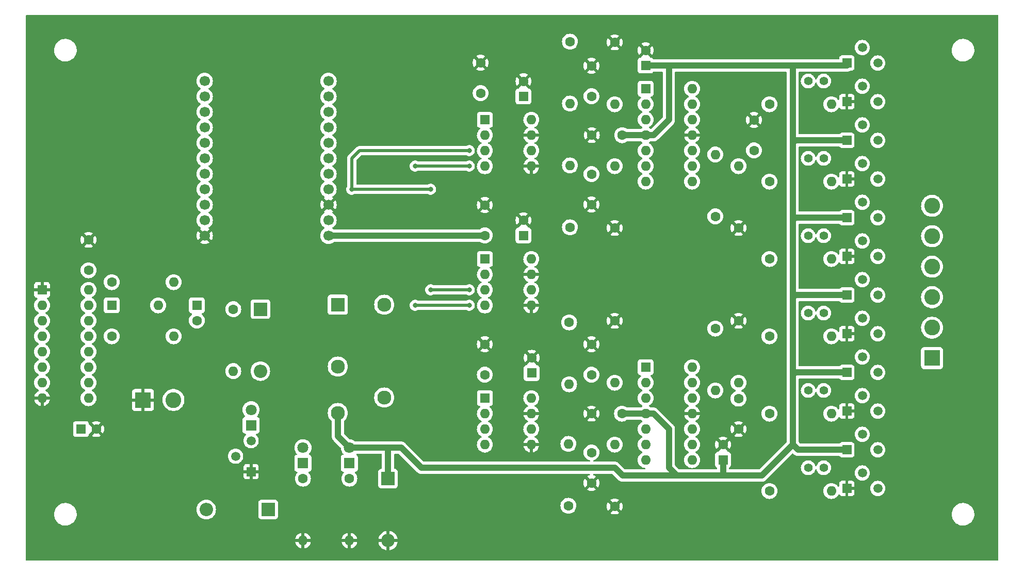
<source format=gbl>
G04 #@! TF.GenerationSoftware,KiCad,Pcbnew,7.0.0-da2b9df05c~171~ubuntu20.04.1*
G04 #@! TF.CreationDate,2023-05-14T20:26:20+02:00*
G04 #@! TF.ProjectId,cpumeter,6370756d-6574-4657-922e-6b696361645f,v01*
G04 #@! TF.SameCoordinates,Original*
G04 #@! TF.FileFunction,Copper,L2,Bot*
G04 #@! TF.FilePolarity,Positive*
%FSLAX46Y46*%
G04 Gerber Fmt 4.6, Leading zero omitted, Abs format (unit mm)*
G04 Created by KiCad (PCBNEW 7.0.0-da2b9df05c~171~ubuntu20.04.1) date 2023-05-14 20:26:20*
%MOMM*%
%LPD*%
G01*
G04 APERTURE LIST*
G04 #@! TA.AperFunction,ComponentPad*
%ADD10R,1.600000X1.600000*%
G04 #@! TD*
G04 #@! TA.AperFunction,ComponentPad*
%ADD11O,1.600000X1.600000*%
G04 #@! TD*
G04 #@! TA.AperFunction,ComponentPad*
%ADD12C,1.600000*%
G04 #@! TD*
G04 #@! TA.AperFunction,ComponentPad*
%ADD13R,2.300000X2.300000*%
G04 #@! TD*
G04 #@! TA.AperFunction,ComponentPad*
%ADD14C,2.300000*%
G04 #@! TD*
G04 #@! TA.AperFunction,ComponentPad*
%ADD15R,1.500000X1.500000*%
G04 #@! TD*
G04 #@! TA.AperFunction,ComponentPad*
%ADD16C,1.500000*%
G04 #@! TD*
G04 #@! TA.AperFunction,ComponentPad*
%ADD17R,2.600000X2.600000*%
G04 #@! TD*
G04 #@! TA.AperFunction,ComponentPad*
%ADD18C,2.600000*%
G04 #@! TD*
G04 #@! TA.AperFunction,ComponentPad*
%ADD19R,1.800000X1.800000*%
G04 #@! TD*
G04 #@! TA.AperFunction,ComponentPad*
%ADD20C,1.800000*%
G04 #@! TD*
G04 #@! TA.AperFunction,ComponentPad*
%ADD21R,2.200000X2.200000*%
G04 #@! TD*
G04 #@! TA.AperFunction,ComponentPad*
%ADD22O,2.200000X2.200000*%
G04 #@! TD*
G04 #@! TA.AperFunction,ComponentPad*
%ADD23C,1.700000*%
G04 #@! TD*
G04 #@! TA.AperFunction,ComponentPad*
%ADD24C,1.400000*%
G04 #@! TD*
G04 #@! TA.AperFunction,ViaPad*
%ADD25C,0.800000*%
G04 #@! TD*
G04 #@! TA.AperFunction,Conductor*
%ADD26C,1.000000*%
G04 #@! TD*
G04 #@! TA.AperFunction,Conductor*
%ADD27C,0.500000*%
G04 #@! TD*
G04 APERTURE END LIST*
D10*
X58155999Y-79491999D03*
D11*
X58155999Y-82031999D03*
X58155999Y-84571999D03*
X58155999Y-87111999D03*
X58155999Y-89651999D03*
X58155999Y-92191999D03*
X58155999Y-94731999D03*
X58155999Y-97271999D03*
X65775999Y-97271999D03*
X65775999Y-94731999D03*
X65775999Y-92191999D03*
X65775999Y-89651999D03*
X65775999Y-87111999D03*
X65775999Y-84571999D03*
X65775999Y-82031999D03*
X65775999Y-79491999D03*
D12*
X69586000Y-87112000D03*
D11*
X79745999Y-87111999D03*
D10*
X137159999Y-70561999D03*
D12*
X137160000Y-68062000D03*
X177536000Y-74412000D03*
D11*
X187695999Y-74411999D03*
D12*
X168646000Y-85842000D03*
D11*
X168645999Y-96001999D03*
D12*
X152136000Y-38852000D03*
D11*
X152135999Y-49011999D03*
D13*
X106689999Y-81929999D03*
D14*
X106690000Y-92090000D03*
X106690000Y-99710000D03*
X114310000Y-97170000D03*
X114310000Y-81930000D03*
D12*
X148326000Y-93422000D03*
X148326000Y-88422000D03*
X148326000Y-47702000D03*
X148326000Y-42702000D03*
D15*
X190225999Y-80341999D03*
D16*
X192766000Y-77802000D03*
X195306000Y-80342000D03*
D10*
X137159999Y-47741999D03*
D12*
X137160000Y-45242000D03*
X130126000Y-47194000D03*
X130126000Y-42194000D03*
X152136000Y-69332000D03*
D11*
X152135999Y-59171999D03*
D12*
X172456000Y-97352000D03*
X172456000Y-102352000D03*
X152136000Y-115052000D03*
D11*
X152135999Y-104891999D03*
D12*
X108585000Y-110490000D03*
D11*
X108584999Y-120649999D03*
D10*
X130819999Y-51561999D03*
D11*
X130819999Y-54101999D03*
X130819999Y-56641999D03*
X130819999Y-59181999D03*
X138439999Y-59181999D03*
X138439999Y-56641999D03*
X138439999Y-54101999D03*
X138439999Y-51561999D03*
D17*
X74705999Y-97576999D03*
D18*
X79706000Y-97577000D03*
D10*
X130819999Y-74421999D03*
D11*
X130819999Y-76961999D03*
X130819999Y-79501999D03*
X130819999Y-82041999D03*
X138439999Y-82041999D03*
X138439999Y-79501999D03*
X138439999Y-76961999D03*
X138439999Y-74421999D03*
D12*
X177536000Y-49012000D03*
D11*
X187695999Y-49011999D03*
D12*
X172456000Y-69332000D03*
D11*
X172455999Y-59171999D03*
D12*
X69586000Y-78222000D03*
D11*
X79745999Y-78221999D03*
D15*
X190225999Y-54941999D03*
D16*
X192766000Y-52402000D03*
X195306000Y-54942000D03*
D12*
X172456000Y-84572000D03*
D11*
X172455999Y-94731999D03*
D12*
X153366000Y-54092000D03*
X148366000Y-54092000D03*
D15*
X190225999Y-48591999D03*
D16*
X192766000Y-46052000D03*
X195306000Y-48592000D03*
D19*
X108584999Y-107949999D03*
D20*
X108585000Y-105410000D03*
D12*
X153326000Y-99812000D03*
X148326000Y-99812000D03*
X148326000Y-106202000D03*
X148326000Y-111202000D03*
D15*
X190225999Y-99391999D03*
D16*
X192766000Y-96852000D03*
X195306000Y-99392000D03*
D12*
X130810000Y-93422000D03*
X130810000Y-88422000D03*
D15*
X190225999Y-93041999D03*
D16*
X192766000Y-90502000D03*
X195306000Y-93042000D03*
D21*
X95249999Y-115569999D03*
D22*
X85089999Y-115569999D03*
D17*
X204215999Y-90691999D03*
D18*
X204216000Y-85692000D03*
X204216000Y-80692000D03*
X204216000Y-75692000D03*
X204216000Y-70692000D03*
X204216000Y-65692000D03*
D15*
X190225999Y-61291999D03*
D16*
X192766000Y-58752000D03*
X195306000Y-61292000D03*
D19*
X100964999Y-107949999D03*
D20*
X100965000Y-105410000D03*
D12*
X65776000Y-76277000D03*
X65776000Y-71277000D03*
D10*
X130819999Y-97271999D03*
D11*
X130819999Y-99811999D03*
X130819999Y-102351999D03*
X130819999Y-104891999D03*
X138439999Y-104891999D03*
X138439999Y-102351999D03*
X138439999Y-99811999D03*
X138439999Y-97271999D03*
D23*
X105146000Y-70602000D03*
X105146000Y-68062000D03*
X105146000Y-65522000D03*
X105146000Y-62982000D03*
X105146000Y-60442000D03*
X105146000Y-57902000D03*
X105146000Y-55362000D03*
X105146000Y-52822000D03*
X105146000Y-50282000D03*
X105146000Y-47742000D03*
X105146000Y-45202000D03*
X84826000Y-45202000D03*
X84826000Y-47742000D03*
X84826000Y-50282000D03*
X84826000Y-52822000D03*
X84826000Y-55362000D03*
X84826000Y-57902000D03*
X84826000Y-60442000D03*
X84826000Y-62982000D03*
X84826000Y-65522000D03*
X84826000Y-68062000D03*
X84826000Y-70602000D03*
D12*
X177536000Y-61712000D03*
D11*
X187695999Y-61711999D03*
D12*
X144526000Y-114935000D03*
D11*
X144525999Y-104774999D03*
D12*
X100965000Y-110490000D03*
D11*
X100964999Y-120649999D03*
D12*
X152136000Y-84572000D03*
D11*
X152135999Y-94731999D03*
D15*
X190225999Y-42241999D03*
D16*
X192766000Y-39702000D03*
X195306000Y-42242000D03*
D10*
X64545999Y-102351999D03*
D12*
X67046000Y-102352000D03*
X174996000Y-56592000D03*
X174996000Y-51592000D03*
D10*
X69585999Y-82031999D03*
D11*
X77205999Y-82031999D03*
D12*
X144780000Y-38735000D03*
D11*
X144779999Y-48894999D03*
D12*
X168646000Y-67427000D03*
D11*
X168645999Y-57266999D03*
D12*
X144653000Y-84836000D03*
D11*
X144652999Y-94995999D03*
D19*
X92445999Y-101716999D03*
D20*
X92446000Y-99177000D03*
D15*
X92445999Y-109336999D03*
D16*
X89906000Y-106797000D03*
X92446000Y-104257000D03*
D15*
X190225999Y-67641999D03*
D16*
X192766000Y-65102000D03*
X195306000Y-67642000D03*
D10*
X157215999Y-92191999D03*
D11*
X157215999Y-94731999D03*
X157215999Y-97271999D03*
X157215999Y-99811999D03*
X157215999Y-102351999D03*
X157215999Y-104891999D03*
X157215999Y-107431999D03*
X164835999Y-107431999D03*
X164835999Y-104891999D03*
X164835999Y-102351999D03*
X164835999Y-99811999D03*
X164835999Y-97271999D03*
X164835999Y-94731999D03*
X164835999Y-92191999D03*
D10*
X169915999Y-107391999D03*
D12*
X169916000Y-104892000D03*
X148326000Y-60482000D03*
X148326000Y-65482000D03*
D15*
X190225999Y-105741999D03*
D16*
X192766000Y-103202000D03*
X195306000Y-105742000D03*
D12*
X130810000Y-70562000D03*
X130810000Y-65562000D03*
D24*
X183886000Y-96002000D03*
X186426000Y-96002000D03*
D10*
X138507999Y-93143112D03*
D12*
X138508000Y-90643113D03*
X144780000Y-69215000D03*
D11*
X144779999Y-59054999D03*
D12*
X177536000Y-87112000D03*
D11*
X187695999Y-87111999D03*
D10*
X157215999Y-46471999D03*
D11*
X157215999Y-49011999D03*
X157215999Y-51551999D03*
X157215999Y-54091999D03*
X157215999Y-56631999D03*
X157215999Y-59171999D03*
X157215999Y-61711999D03*
X164835999Y-61711999D03*
X164835999Y-59171999D03*
X164835999Y-56631999D03*
X164835999Y-54091999D03*
X164835999Y-51551999D03*
X164835999Y-49011999D03*
X164835999Y-46471999D03*
D21*
X114934999Y-110489999D03*
D22*
X114934999Y-120649999D03*
D24*
X183886000Y-70602000D03*
X186426000Y-70602000D03*
D15*
X190225999Y-73991999D03*
D16*
X192766000Y-71452000D03*
X195306000Y-73992000D03*
D12*
X177536000Y-99812000D03*
D11*
X187695999Y-99811999D03*
D24*
X183886000Y-108702000D03*
X186426000Y-108702000D03*
X183886000Y-83302000D03*
X186426000Y-83302000D03*
D12*
X89535000Y-82667000D03*
D11*
X89534999Y-92826999D03*
D15*
X190225999Y-112091999D03*
D16*
X192766000Y-109552000D03*
X195306000Y-112092000D03*
D21*
X93979999Y-82666999D03*
D22*
X93979999Y-92826999D03*
D24*
X183886000Y-45202000D03*
X186426000Y-45202000D03*
X183886000Y-57902000D03*
X186426000Y-57902000D03*
D12*
X177536000Y-112512000D03*
D11*
X187695999Y-112511999D03*
D10*
X157215999Y-42661999D03*
D12*
X157216000Y-40162000D03*
D10*
X83555999Y-82031999D03*
D12*
X83556000Y-84532000D03*
D15*
X190225999Y-86691999D03*
D16*
X192766000Y-84152000D03*
X195306000Y-86692000D03*
D25*
X128270000Y-56632000D03*
X128270000Y-79492000D03*
X108956000Y-62982000D03*
X121920000Y-79492000D03*
X121920000Y-62982000D03*
X128270000Y-59172000D03*
X119380000Y-59172000D03*
X119380000Y-82032000D03*
X128270000Y-82032000D03*
D26*
X85207000Y-70602000D02*
X85217000Y-70612000D01*
X84826000Y-70602000D02*
X85207000Y-70602000D01*
X181346000Y-93462000D02*
X181346000Y-104892000D01*
X169916000Y-107392000D02*
X169916000Y-109972000D01*
X181346000Y-55362000D02*
X181346000Y-68062000D01*
X181766000Y-80342000D02*
X181346000Y-80762000D01*
X181346000Y-80762000D02*
X181346000Y-93462000D01*
X114935000Y-105410000D02*
X117104000Y-105410000D01*
X181346000Y-104892000D02*
X182196000Y-105742000D01*
X114935000Y-110490000D02*
X114935000Y-105410000D01*
X157216000Y-99812000D02*
X158486000Y-99812000D01*
X108585000Y-105410000D02*
X114935000Y-105410000D01*
X153406000Y-109972000D02*
X152136000Y-108702000D01*
X181766000Y-54942000D02*
X181346000Y-55362000D01*
X162296000Y-109972000D02*
X163566000Y-109972000D01*
X176266000Y-109972000D02*
X181346000Y-104892000D01*
X161026000Y-102352000D02*
X161026000Y-108702000D01*
X152136000Y-108702000D02*
X120396000Y-108702000D01*
X120396000Y-108702000D02*
X117104000Y-105410000D01*
X182196000Y-105742000D02*
X190226000Y-105742000D01*
X161026000Y-51552000D02*
X161026000Y-42662000D01*
X190236000Y-42252000D02*
X190226000Y-42242000D01*
X190226000Y-80342000D02*
X181766000Y-80342000D01*
X106690000Y-103515000D02*
X108585000Y-105410000D01*
X190226000Y-93042000D02*
X181766000Y-93042000D01*
X157216000Y-54092000D02*
X153366000Y-54092000D01*
X106690000Y-99710000D02*
X106690000Y-103515000D01*
X157216000Y-54092000D02*
X158486000Y-54092000D01*
X161026000Y-42662000D02*
X190236000Y-42662000D01*
X161026000Y-42662000D02*
X157216000Y-42662000D01*
X158486000Y-54092000D02*
X161026000Y-51552000D01*
X190226000Y-54942000D02*
X181766000Y-54942000D01*
X161026000Y-108702000D02*
X162296000Y-109972000D01*
X169916000Y-109972000D02*
X176266000Y-109972000D01*
X163566000Y-109972000D02*
X169916000Y-109972000D01*
X163566000Y-109972000D02*
X153406000Y-109972000D01*
X190226000Y-67642000D02*
X181766000Y-67642000D01*
X181766000Y-93042000D02*
X181346000Y-93462000D01*
X153326000Y-99812000D02*
X157216000Y-99812000D01*
X158486000Y-99812000D02*
X161026000Y-102352000D01*
X181346000Y-42662000D02*
X181346000Y-55362000D01*
X181766000Y-67642000D02*
X181346000Y-68062000D01*
X181346000Y-68062000D02*
X181346000Y-80762000D01*
X190236000Y-42662000D02*
X190236000Y-42252000D01*
X105146000Y-70602000D02*
X130770000Y-70602000D01*
X130770000Y-70602000D02*
X130810000Y-70562000D01*
D27*
X121920000Y-62982000D02*
X108956000Y-62982000D01*
X128270000Y-56632000D02*
X110226000Y-56632000D01*
X110226000Y-56632000D02*
X108956000Y-57902000D01*
X128270000Y-79492000D02*
X121920000Y-79492000D01*
X108956000Y-57902000D02*
X108956000Y-62982000D01*
X128270000Y-59172000D02*
X119380000Y-59172000D01*
X128270000Y-82032000D02*
X119380000Y-82032000D01*
G04 #@! TA.AperFunction,Conductor*
G36*
X215033500Y-34389113D02*
G01*
X215078887Y-34434500D01*
X215095500Y-34496500D01*
X215095500Y-123847500D01*
X215078887Y-123909500D01*
X215033500Y-123954887D01*
X214971500Y-123971500D01*
X55620500Y-123971500D01*
X55558500Y-123954887D01*
X55513113Y-123909500D01*
X55496500Y-123847500D01*
X55496500Y-120902551D01*
X99689452Y-120902551D01*
X99689820Y-120913780D01*
X99737330Y-121091092D01*
X99741022Y-121101234D01*
X99832579Y-121297580D01*
X99837967Y-121306912D01*
X99962232Y-121484381D01*
X99969169Y-121492647D01*
X100122352Y-121645830D01*
X100130618Y-121652767D01*
X100308087Y-121777032D01*
X100317419Y-121782420D01*
X100513765Y-121873977D01*
X100523907Y-121877669D01*
X100701219Y-121925179D01*
X100712448Y-121925547D01*
X100715000Y-121914605D01*
X101215000Y-121914605D01*
X101217551Y-121925547D01*
X101228780Y-121925179D01*
X101406092Y-121877669D01*
X101416234Y-121873977D01*
X101612580Y-121782420D01*
X101621912Y-121777032D01*
X101799381Y-121652767D01*
X101807647Y-121645830D01*
X101960830Y-121492647D01*
X101967767Y-121484381D01*
X102092032Y-121306912D01*
X102097420Y-121297580D01*
X102188977Y-121101234D01*
X102192669Y-121091092D01*
X102240179Y-120913780D01*
X102240547Y-120902551D01*
X107309452Y-120902551D01*
X107309820Y-120913780D01*
X107357330Y-121091092D01*
X107361022Y-121101234D01*
X107452579Y-121297580D01*
X107457967Y-121306912D01*
X107582232Y-121484381D01*
X107589169Y-121492647D01*
X107742352Y-121645830D01*
X107750618Y-121652767D01*
X107928087Y-121777032D01*
X107937419Y-121782420D01*
X108133765Y-121873977D01*
X108143907Y-121877669D01*
X108321219Y-121925179D01*
X108332448Y-121925547D01*
X108335000Y-121914605D01*
X108835000Y-121914605D01*
X108837551Y-121925547D01*
X108848780Y-121925179D01*
X109026092Y-121877669D01*
X109036234Y-121873977D01*
X109232580Y-121782420D01*
X109241912Y-121777032D01*
X109419381Y-121652767D01*
X109427647Y-121645830D01*
X109580830Y-121492647D01*
X109587767Y-121484381D01*
X109712032Y-121306912D01*
X109717420Y-121297580D01*
X109808977Y-121101234D01*
X109812669Y-121091092D01*
X109860179Y-120913780D01*
X109860263Y-120911202D01*
X113352244Y-120911202D01*
X113407466Y-121141219D01*
X113410468Y-121150456D01*
X113503115Y-121374126D01*
X113507529Y-121382789D01*
X113634022Y-121589208D01*
X113639734Y-121597070D01*
X113796969Y-121781169D01*
X113803830Y-121788030D01*
X113987929Y-121945265D01*
X113995791Y-121950977D01*
X114202210Y-122077470D01*
X114210873Y-122081884D01*
X114434543Y-122174531D01*
X114443780Y-122177533D01*
X114673797Y-122232755D01*
X114681294Y-122231263D01*
X114685000Y-122218123D01*
X115185000Y-122218123D01*
X115188705Y-122231263D01*
X115196202Y-122232755D01*
X115426219Y-122177533D01*
X115435456Y-122174531D01*
X115659126Y-122081884D01*
X115667789Y-122077470D01*
X115874208Y-121950977D01*
X115882070Y-121945265D01*
X116066169Y-121788030D01*
X116073030Y-121781169D01*
X116230265Y-121597070D01*
X116235977Y-121589208D01*
X116362470Y-121382789D01*
X116366884Y-121374126D01*
X116459531Y-121150456D01*
X116462533Y-121141219D01*
X116517755Y-120911202D01*
X116516263Y-120903705D01*
X116503123Y-120900000D01*
X115201326Y-120900000D01*
X115188450Y-120903450D01*
X115185000Y-120916326D01*
X115185000Y-122218123D01*
X114685000Y-122218123D01*
X114685000Y-120916326D01*
X114681549Y-120903450D01*
X114668674Y-120900000D01*
X113366877Y-120900000D01*
X113353736Y-120903705D01*
X113352244Y-120911202D01*
X109860263Y-120911202D01*
X109860547Y-120902551D01*
X109849605Y-120900000D01*
X108851326Y-120900000D01*
X108838450Y-120903450D01*
X108835000Y-120916326D01*
X108835000Y-121914605D01*
X108335000Y-121914605D01*
X108335000Y-120916326D01*
X108331549Y-120903450D01*
X108318674Y-120900000D01*
X107320395Y-120900000D01*
X107309452Y-120902551D01*
X102240547Y-120902551D01*
X102229605Y-120900000D01*
X101231326Y-120900000D01*
X101218450Y-120903450D01*
X101215000Y-120916326D01*
X101215000Y-121914605D01*
X100715000Y-121914605D01*
X100715000Y-120916326D01*
X100711549Y-120903450D01*
X100698674Y-120900000D01*
X99700395Y-120900000D01*
X99689452Y-120902551D01*
X55496500Y-120902551D01*
X55496500Y-120397448D01*
X99689452Y-120397448D01*
X99700395Y-120400000D01*
X100698674Y-120400000D01*
X100711549Y-120396549D01*
X100715000Y-120383674D01*
X101215000Y-120383674D01*
X101218450Y-120396549D01*
X101231326Y-120400000D01*
X102229605Y-120400000D01*
X102240547Y-120397448D01*
X107309452Y-120397448D01*
X107320395Y-120400000D01*
X108318674Y-120400000D01*
X108331549Y-120396549D01*
X108335000Y-120383674D01*
X108835000Y-120383674D01*
X108838450Y-120396549D01*
X108851326Y-120400000D01*
X109849605Y-120400000D01*
X109860547Y-120397448D01*
X109860263Y-120388797D01*
X113352244Y-120388797D01*
X113353736Y-120396294D01*
X113366877Y-120400000D01*
X114668674Y-120400000D01*
X114681549Y-120396549D01*
X114685000Y-120383674D01*
X115185000Y-120383674D01*
X115188450Y-120396549D01*
X115201326Y-120400000D01*
X116503123Y-120400000D01*
X116516263Y-120396294D01*
X116517755Y-120388797D01*
X116462533Y-120158780D01*
X116459531Y-120149543D01*
X116366884Y-119925873D01*
X116362470Y-119917210D01*
X116235977Y-119710791D01*
X116230265Y-119702929D01*
X116073030Y-119518830D01*
X116066169Y-119511969D01*
X115882070Y-119354734D01*
X115874208Y-119349022D01*
X115667789Y-119222529D01*
X115659126Y-119218115D01*
X115435456Y-119125468D01*
X115426219Y-119122466D01*
X115196202Y-119067244D01*
X115188705Y-119068736D01*
X115185000Y-119081877D01*
X115185000Y-120383674D01*
X114685000Y-120383674D01*
X114685000Y-119081877D01*
X114681294Y-119068736D01*
X114673797Y-119067244D01*
X114443780Y-119122466D01*
X114434543Y-119125468D01*
X114210873Y-119218115D01*
X114202210Y-119222529D01*
X113995791Y-119349022D01*
X113987929Y-119354734D01*
X113803830Y-119511969D01*
X113796969Y-119518830D01*
X113639734Y-119702929D01*
X113634022Y-119710791D01*
X113507529Y-119917210D01*
X113503115Y-119925873D01*
X113410468Y-120149543D01*
X113407466Y-120158780D01*
X113352244Y-120388797D01*
X109860263Y-120388797D01*
X109860179Y-120386219D01*
X109812669Y-120208907D01*
X109808977Y-120198765D01*
X109717420Y-120002419D01*
X109712032Y-119993087D01*
X109587767Y-119815618D01*
X109580830Y-119807352D01*
X109427647Y-119654169D01*
X109419381Y-119647232D01*
X109241912Y-119522967D01*
X109232580Y-119517579D01*
X109036234Y-119426022D01*
X109026092Y-119422330D01*
X108848780Y-119374820D01*
X108837551Y-119374452D01*
X108835000Y-119385395D01*
X108835000Y-120383674D01*
X108335000Y-120383674D01*
X108335000Y-119385395D01*
X108332448Y-119374452D01*
X108321219Y-119374820D01*
X108143907Y-119422330D01*
X108133765Y-119426022D01*
X107937419Y-119517579D01*
X107928087Y-119522967D01*
X107750618Y-119647232D01*
X107742352Y-119654169D01*
X107589169Y-119807352D01*
X107582232Y-119815618D01*
X107457967Y-119993087D01*
X107452579Y-120002419D01*
X107361022Y-120198765D01*
X107357330Y-120208907D01*
X107309820Y-120386219D01*
X107309452Y-120397448D01*
X102240547Y-120397448D01*
X102240179Y-120386219D01*
X102192669Y-120208907D01*
X102188977Y-120198765D01*
X102097420Y-120002419D01*
X102092032Y-119993087D01*
X101967767Y-119815618D01*
X101960830Y-119807352D01*
X101807647Y-119654169D01*
X101799381Y-119647232D01*
X101621912Y-119522967D01*
X101612580Y-119517579D01*
X101416234Y-119426022D01*
X101406092Y-119422330D01*
X101228780Y-119374820D01*
X101217551Y-119374452D01*
X101215000Y-119385395D01*
X101215000Y-120383674D01*
X100715000Y-120383674D01*
X100715000Y-119385395D01*
X100712448Y-119374452D01*
X100701219Y-119374820D01*
X100523907Y-119422330D01*
X100513765Y-119426022D01*
X100317419Y-119517579D01*
X100308087Y-119522967D01*
X100130618Y-119647232D01*
X100122352Y-119654169D01*
X99969169Y-119807352D01*
X99962232Y-119815618D01*
X99837967Y-119993087D01*
X99832579Y-120002419D01*
X99741022Y-120198765D01*
X99737330Y-120208907D01*
X99689820Y-120386219D01*
X99689452Y-120397448D01*
X55496500Y-120397448D01*
X55496500Y-116399765D01*
X60121788Y-116399765D01*
X60122282Y-116404262D01*
X60122283Y-116404267D01*
X60150917Y-116664506D01*
X60150918Y-116664513D01*
X60151414Y-116669018D01*
X60152559Y-116673398D01*
X60152561Y-116673408D01*
X60181671Y-116784753D01*
X60219928Y-116931088D01*
X60221693Y-116935242D01*
X60221696Y-116935250D01*
X60319296Y-117164920D01*
X60325870Y-117180390D01*
X60328226Y-117184251D01*
X60328229Y-117184256D01*
X60464618Y-117407737D01*
X60466982Y-117411610D01*
X60640255Y-117619820D01*
X60643630Y-117622844D01*
X60643631Y-117622845D01*
X60748330Y-117716656D01*
X60841998Y-117800582D01*
X61067910Y-117950044D01*
X61313176Y-118065020D01*
X61572569Y-118143060D01*
X61840561Y-118182500D01*
X62041369Y-118182500D01*
X62043631Y-118182500D01*
X62246156Y-118167677D01*
X62510553Y-118108780D01*
X62763558Y-118012014D01*
X62999777Y-117879441D01*
X63214177Y-117713888D01*
X63402186Y-117518881D01*
X63559799Y-117298579D01*
X63683656Y-117057675D01*
X63771118Y-116801305D01*
X63820319Y-116534933D01*
X63830212Y-116264235D01*
X63800586Y-115994982D01*
X63732072Y-115732912D01*
X63721876Y-115708920D01*
X63668291Y-115582823D01*
X63662842Y-115570000D01*
X83484551Y-115570000D01*
X83484933Y-115574854D01*
X83495484Y-115708922D01*
X83504317Y-115821148D01*
X83505452Y-115825877D01*
X83505453Y-115825881D01*
X83561989Y-116061374D01*
X83561991Y-116061382D01*
X83563127Y-116066111D01*
X83659534Y-116298859D01*
X83662081Y-116303016D01*
X83662082Y-116303017D01*
X83788617Y-116509504D01*
X83788622Y-116509511D01*
X83791164Y-116513659D01*
X83794324Y-116517358D01*
X83794327Y-116517363D01*
X83951615Y-116701523D01*
X83954776Y-116705224D01*
X84146341Y-116868836D01*
X84150491Y-116871379D01*
X84150495Y-116871382D01*
X84203754Y-116904019D01*
X84361141Y-117000466D01*
X84593889Y-117096873D01*
X84838852Y-117155683D01*
X85090000Y-117175449D01*
X85341148Y-117155683D01*
X85586111Y-117096873D01*
X85818859Y-117000466D01*
X86033659Y-116868836D01*
X86214272Y-116714578D01*
X93649500Y-116714578D01*
X93649501Y-116717872D01*
X93649853Y-116721150D01*
X93649854Y-116721161D01*
X93655079Y-116769768D01*
X93655080Y-116769773D01*
X93655909Y-116777483D01*
X93658619Y-116784749D01*
X93658620Y-116784753D01*
X93664794Y-116801305D01*
X93706204Y-116912331D01*
X93792454Y-117027546D01*
X93907669Y-117113796D01*
X94042517Y-117164091D01*
X94102127Y-117170500D01*
X96397872Y-117170499D01*
X96457483Y-117164091D01*
X96592331Y-117113796D01*
X96707546Y-117027546D01*
X96793796Y-116912331D01*
X96844091Y-116777483D01*
X96850500Y-116717873D01*
X96850500Y-116399765D01*
X207441788Y-116399765D01*
X207442282Y-116404262D01*
X207442283Y-116404267D01*
X207470917Y-116664506D01*
X207470918Y-116664513D01*
X207471414Y-116669018D01*
X207472559Y-116673398D01*
X207472561Y-116673408D01*
X207501671Y-116784753D01*
X207539928Y-116931088D01*
X207541693Y-116935242D01*
X207541696Y-116935250D01*
X207639296Y-117164920D01*
X207645870Y-117180390D01*
X207648226Y-117184251D01*
X207648229Y-117184256D01*
X207784618Y-117407737D01*
X207786982Y-117411610D01*
X207960255Y-117619820D01*
X207963630Y-117622844D01*
X207963631Y-117622845D01*
X208068330Y-117716656D01*
X208161998Y-117800582D01*
X208387910Y-117950044D01*
X208633176Y-118065020D01*
X208892569Y-118143060D01*
X209160561Y-118182500D01*
X209361369Y-118182500D01*
X209363631Y-118182500D01*
X209566156Y-118167677D01*
X209830553Y-118108780D01*
X210083558Y-118012014D01*
X210319777Y-117879441D01*
X210534177Y-117713888D01*
X210722186Y-117518881D01*
X210879799Y-117298579D01*
X211003656Y-117057675D01*
X211091118Y-116801305D01*
X211140319Y-116534933D01*
X211150212Y-116264235D01*
X211120586Y-115994982D01*
X211052072Y-115732912D01*
X211041876Y-115708920D01*
X210988291Y-115582823D01*
X210946130Y-115483610D01*
X210805018Y-115252390D01*
X210631745Y-115044180D01*
X210526759Y-114950112D01*
X210433382Y-114866446D01*
X210433378Y-114866442D01*
X210430002Y-114863418D01*
X210204090Y-114713956D01*
X210199996Y-114712036D01*
X210199991Y-114712034D01*
X209962929Y-114600904D01*
X209962925Y-114600902D01*
X209958824Y-114598980D01*
X209954477Y-114597672D01*
X209954474Y-114597671D01*
X209703772Y-114522246D01*
X209703771Y-114522245D01*
X209699431Y-114520940D01*
X209694957Y-114520281D01*
X209694950Y-114520280D01*
X209435913Y-114482158D01*
X209435907Y-114482157D01*
X209431439Y-114481500D01*
X209228369Y-114481500D01*
X209226120Y-114481664D01*
X209226109Y-114481665D01*
X209030363Y-114495992D01*
X209030359Y-114495992D01*
X209025844Y-114496323D01*
X209021426Y-114497307D01*
X209021420Y-114497308D01*
X208765877Y-114554232D01*
X208765861Y-114554236D01*
X208761447Y-114555220D01*
X208757216Y-114556838D01*
X208757210Y-114556840D01*
X208512673Y-114650367D01*
X208512663Y-114650371D01*
X208508442Y-114651986D01*
X208504494Y-114654201D01*
X208504489Y-114654204D01*
X208276176Y-114782340D01*
X208276171Y-114782343D01*
X208272223Y-114784559D01*
X208268639Y-114787325D01*
X208268635Y-114787329D01*
X208061407Y-114947343D01*
X208061394Y-114947354D01*
X208057823Y-114950112D01*
X208054685Y-114953366D01*
X208054678Y-114953373D01*
X207872958Y-115141857D01*
X207872952Y-115141864D01*
X207869814Y-115145119D01*
X207867189Y-115148787D01*
X207867179Y-115148800D01*
X207714834Y-115361740D01*
X207714830Y-115361745D01*
X207712201Y-115365421D01*
X207710132Y-115369444D01*
X207710129Y-115369450D01*
X207590416Y-115602293D01*
X207590411Y-115602304D01*
X207588344Y-115606325D01*
X207586884Y-115610602D01*
X207586879Y-115610616D01*
X207502348Y-115858395D01*
X207502344Y-115858407D01*
X207500882Y-115862695D01*
X207500057Y-115867159D01*
X207500057Y-115867161D01*
X207452504Y-116124606D01*
X207452502Y-116124619D01*
X207451681Y-116129067D01*
X207451515Y-116133593D01*
X207451515Y-116133599D01*
X207444128Y-116335739D01*
X207441788Y-116399765D01*
X96850500Y-116399765D01*
X96850499Y-114935000D01*
X143220532Y-114935000D01*
X143221004Y-114940395D01*
X143238629Y-115141857D01*
X143240365Y-115161692D01*
X143241762Y-115166907D01*
X143241764Y-115166916D01*
X143297858Y-115376263D01*
X143297861Y-115376271D01*
X143299261Y-115381496D01*
X143301549Y-115386403D01*
X143301550Y-115386405D01*
X143351302Y-115493097D01*
X143395432Y-115587734D01*
X143525953Y-115774139D01*
X143686861Y-115935047D01*
X143873266Y-116065568D01*
X144079504Y-116161739D01*
X144084734Y-116163140D01*
X144084736Y-116163141D01*
X144164162Y-116184423D01*
X144299308Y-116220635D01*
X144526000Y-116240468D01*
X144752692Y-116220635D01*
X144972496Y-116161739D01*
X145039052Y-116130703D01*
X151414217Y-116130703D01*
X151421650Y-116138814D01*
X151479077Y-116179025D01*
X151488427Y-116184423D01*
X151684768Y-116275979D01*
X151694902Y-116279667D01*
X151904162Y-116335739D01*
X151914793Y-116337613D01*
X152130605Y-116356494D01*
X152141395Y-116356494D01*
X152357206Y-116337613D01*
X152367837Y-116335739D01*
X152577097Y-116279667D01*
X152587231Y-116275979D01*
X152783575Y-116184422D01*
X152792920Y-116179026D01*
X152850348Y-116138814D01*
X152857780Y-116130703D01*
X152851867Y-116121421D01*
X152147542Y-115417095D01*
X152136000Y-115410431D01*
X152124457Y-115417095D01*
X151420128Y-116121424D01*
X151414217Y-116130703D01*
X145039052Y-116130703D01*
X145178734Y-116065568D01*
X145365139Y-115935047D01*
X145526047Y-115774139D01*
X145656568Y-115587734D01*
X145752739Y-115381496D01*
X145811635Y-115161692D01*
X145820760Y-115057395D01*
X150831506Y-115057395D01*
X150850386Y-115273206D01*
X150852260Y-115283837D01*
X150908332Y-115493097D01*
X150912020Y-115503231D01*
X151003576Y-115699572D01*
X151008974Y-115708922D01*
X151049184Y-115766348D01*
X151057295Y-115773781D01*
X151066574Y-115767870D01*
X151770903Y-115063542D01*
X151777566Y-115052000D01*
X152494431Y-115052000D01*
X152501095Y-115063542D01*
X153205421Y-115767867D01*
X153214703Y-115773780D01*
X153222814Y-115766348D01*
X153263026Y-115708920D01*
X153268422Y-115699575D01*
X153359979Y-115503231D01*
X153363667Y-115493097D01*
X153419739Y-115283837D01*
X153421613Y-115273206D01*
X153440494Y-115057395D01*
X153440494Y-115046605D01*
X153421613Y-114830793D01*
X153419739Y-114820162D01*
X153363667Y-114610902D01*
X153359979Y-114600768D01*
X153268423Y-114404427D01*
X153263025Y-114395077D01*
X153222814Y-114337650D01*
X153214703Y-114330217D01*
X153205424Y-114336128D01*
X152501095Y-115040457D01*
X152494431Y-115052000D01*
X151777566Y-115052000D01*
X151777567Y-115051999D01*
X151770903Y-115040457D01*
X151066574Y-114336128D01*
X151057296Y-114330217D01*
X151049183Y-114337651D01*
X151008971Y-114395081D01*
X151003577Y-114404425D01*
X150912020Y-114600768D01*
X150908332Y-114610902D01*
X150852260Y-114820162D01*
X150850386Y-114830793D01*
X150831506Y-115046605D01*
X150831506Y-115057395D01*
X145820760Y-115057395D01*
X145831468Y-114935000D01*
X145811635Y-114708308D01*
X145781990Y-114597671D01*
X145754141Y-114493736D01*
X145754140Y-114493734D01*
X145752739Y-114488504D01*
X145656568Y-114282266D01*
X145526047Y-114095861D01*
X145403482Y-113973296D01*
X151414217Y-113973296D01*
X151420128Y-113982574D01*
X152124457Y-114686903D01*
X152136000Y-114693567D01*
X152147542Y-114686903D01*
X152851870Y-113982574D01*
X152857781Y-113973295D01*
X152850348Y-113965184D01*
X152792922Y-113924974D01*
X152783572Y-113919576D01*
X152587231Y-113828020D01*
X152577097Y-113824332D01*
X152367837Y-113768260D01*
X152357206Y-113766386D01*
X152141395Y-113747506D01*
X152130605Y-113747506D01*
X151914793Y-113766386D01*
X151904162Y-113768260D01*
X151694902Y-113824332D01*
X151684768Y-113828020D01*
X151488425Y-113919577D01*
X151479081Y-113924971D01*
X151421651Y-113965183D01*
X151414217Y-113973296D01*
X145403482Y-113973296D01*
X145365139Y-113934953D01*
X145303224Y-113891600D01*
X145183173Y-113807540D01*
X145183171Y-113807539D01*
X145178734Y-113804432D01*
X145056657Y-113747506D01*
X144977405Y-113710550D01*
X144977403Y-113710549D01*
X144972496Y-113708261D01*
X144967271Y-113706861D01*
X144967263Y-113706858D01*
X144757916Y-113650764D01*
X144757907Y-113650762D01*
X144752692Y-113649365D01*
X144747304Y-113648893D01*
X144747301Y-113648893D01*
X144531395Y-113630004D01*
X144526000Y-113629532D01*
X144520605Y-113630004D01*
X144304698Y-113648893D01*
X144304693Y-113648893D01*
X144299308Y-113649365D01*
X144294094Y-113650762D01*
X144294083Y-113650764D01*
X144084736Y-113706858D01*
X144084724Y-113706862D01*
X144079504Y-113708261D01*
X144074599Y-113710547D01*
X144074594Y-113710550D01*
X143878176Y-113802142D01*
X143878172Y-113802144D01*
X143873266Y-113804432D01*
X143868833Y-113807535D01*
X143868826Y-113807540D01*
X143691296Y-113931847D01*
X143691291Y-113931850D01*
X143686861Y-113934953D01*
X143683037Y-113938776D01*
X143683031Y-113938782D01*
X143529782Y-114092031D01*
X143529776Y-114092037D01*
X143525953Y-114095861D01*
X143522850Y-114100291D01*
X143522847Y-114100296D01*
X143398540Y-114277826D01*
X143398535Y-114277833D01*
X143395432Y-114282266D01*
X143393144Y-114287172D01*
X143393142Y-114287176D01*
X143301550Y-114483594D01*
X143301547Y-114483599D01*
X143299261Y-114488504D01*
X143297862Y-114493724D01*
X143297858Y-114493736D01*
X143241764Y-114703083D01*
X143241762Y-114703094D01*
X143240365Y-114708308D01*
X143239893Y-114713693D01*
X143239893Y-114713698D01*
X143226530Y-114866446D01*
X143220532Y-114935000D01*
X96850499Y-114935000D01*
X96850499Y-114422128D01*
X96844091Y-114362517D01*
X96793796Y-114227669D01*
X96707546Y-114112454D01*
X96680264Y-114092031D01*
X96599431Y-114031519D01*
X96599430Y-114031518D01*
X96592331Y-114026204D01*
X96457483Y-113975909D01*
X96449770Y-113975079D01*
X96449767Y-113975079D01*
X96401180Y-113969855D01*
X96401169Y-113969854D01*
X96397873Y-113969500D01*
X96394550Y-113969500D01*
X94105439Y-113969500D01*
X94105420Y-113969500D01*
X94102128Y-113969501D01*
X94098850Y-113969853D01*
X94098838Y-113969854D01*
X94050231Y-113975079D01*
X94050225Y-113975080D01*
X94042517Y-113975909D01*
X94035252Y-113978618D01*
X94035246Y-113978620D01*
X93915980Y-114023104D01*
X93915978Y-114023104D01*
X93907669Y-114026204D01*
X93900572Y-114031516D01*
X93900568Y-114031519D01*
X93799550Y-114107141D01*
X93799546Y-114107144D01*
X93792454Y-114112454D01*
X93787144Y-114119546D01*
X93787141Y-114119550D01*
X93711519Y-114220568D01*
X93711516Y-114220572D01*
X93706204Y-114227669D01*
X93703104Y-114235978D01*
X93703104Y-114235980D01*
X93658620Y-114355247D01*
X93658619Y-114355250D01*
X93655909Y-114362517D01*
X93655079Y-114370227D01*
X93655079Y-114370232D01*
X93649855Y-114418819D01*
X93649854Y-114418831D01*
X93649500Y-114422127D01*
X93649500Y-114425448D01*
X93649500Y-114425449D01*
X93649500Y-116714560D01*
X93649500Y-116714578D01*
X86214272Y-116714578D01*
X86225224Y-116705224D01*
X86388836Y-116513659D01*
X86520466Y-116298859D01*
X86616873Y-116066111D01*
X86675683Y-115821148D01*
X86695449Y-115570000D01*
X86675683Y-115318852D01*
X86616873Y-115073889D01*
X86520466Y-114841141D01*
X86405911Y-114654204D01*
X86391382Y-114630495D01*
X86391379Y-114630491D01*
X86388836Y-114626341D01*
X86365467Y-114598980D01*
X86228384Y-114438476D01*
X86225224Y-114434776D01*
X86221523Y-114431615D01*
X86037363Y-114274327D01*
X86037358Y-114274324D01*
X86033659Y-114271164D01*
X86029511Y-114268622D01*
X86029504Y-114268617D01*
X85823017Y-114142082D01*
X85823016Y-114142081D01*
X85818859Y-114139534D01*
X85586111Y-114043127D01*
X85581382Y-114041991D01*
X85581374Y-114041989D01*
X85345881Y-113985453D01*
X85345877Y-113985452D01*
X85341148Y-113984317D01*
X85336295Y-113983935D01*
X85094854Y-113964933D01*
X85090000Y-113964551D01*
X85085146Y-113964933D01*
X84843704Y-113983935D01*
X84843702Y-113983935D01*
X84838852Y-113984317D01*
X84834124Y-113985451D01*
X84834118Y-113985453D01*
X84598625Y-114041989D01*
X84598613Y-114041992D01*
X84593889Y-114043127D01*
X84589392Y-114044989D01*
X84589388Y-114044991D01*
X84365645Y-114137668D01*
X84365640Y-114137670D01*
X84361141Y-114139534D01*
X84356988Y-114142078D01*
X84356982Y-114142082D01*
X84150495Y-114268617D01*
X84150482Y-114268626D01*
X84146341Y-114271164D01*
X84142646Y-114274319D01*
X84142636Y-114274327D01*
X83958476Y-114431615D01*
X83958469Y-114431621D01*
X83954776Y-114434776D01*
X83951621Y-114438469D01*
X83951615Y-114438476D01*
X83794327Y-114622636D01*
X83794319Y-114622646D01*
X83791164Y-114626341D01*
X83788626Y-114630482D01*
X83788617Y-114630495D01*
X83662082Y-114836982D01*
X83662078Y-114836988D01*
X83659534Y-114841141D01*
X83657670Y-114845640D01*
X83657668Y-114845645D01*
X83564991Y-115069388D01*
X83563127Y-115073889D01*
X83561992Y-115078613D01*
X83561989Y-115078625D01*
X83505453Y-115314118D01*
X83505451Y-115314124D01*
X83504317Y-115318852D01*
X83503935Y-115323702D01*
X83503935Y-115323704D01*
X83499387Y-115381496D01*
X83484551Y-115570000D01*
X63662842Y-115570000D01*
X63626130Y-115483610D01*
X63485018Y-115252390D01*
X63311745Y-115044180D01*
X63206759Y-114950112D01*
X63113382Y-114866446D01*
X63113378Y-114866442D01*
X63110002Y-114863418D01*
X62884090Y-114713956D01*
X62879996Y-114712036D01*
X62879991Y-114712034D01*
X62642929Y-114600904D01*
X62642925Y-114600902D01*
X62638824Y-114598980D01*
X62634477Y-114597672D01*
X62634474Y-114597671D01*
X62383772Y-114522246D01*
X62383771Y-114522245D01*
X62379431Y-114520940D01*
X62374957Y-114520281D01*
X62374950Y-114520280D01*
X62115913Y-114482158D01*
X62115907Y-114482157D01*
X62111439Y-114481500D01*
X61908369Y-114481500D01*
X61906120Y-114481664D01*
X61906109Y-114481665D01*
X61710363Y-114495992D01*
X61710359Y-114495992D01*
X61705844Y-114496323D01*
X61701426Y-114497307D01*
X61701420Y-114497308D01*
X61445877Y-114554232D01*
X61445861Y-114554236D01*
X61441447Y-114555220D01*
X61437216Y-114556838D01*
X61437210Y-114556840D01*
X61192673Y-114650367D01*
X61192663Y-114650371D01*
X61188442Y-114651986D01*
X61184494Y-114654201D01*
X61184489Y-114654204D01*
X60956176Y-114782340D01*
X60956171Y-114782343D01*
X60952223Y-114784559D01*
X60948639Y-114787325D01*
X60948635Y-114787329D01*
X60741407Y-114947343D01*
X60741394Y-114947354D01*
X60737823Y-114950112D01*
X60734685Y-114953366D01*
X60734678Y-114953373D01*
X60552958Y-115141857D01*
X60552952Y-115141864D01*
X60549814Y-115145119D01*
X60547189Y-115148787D01*
X60547179Y-115148800D01*
X60394834Y-115361740D01*
X60394830Y-115361745D01*
X60392201Y-115365421D01*
X60390132Y-115369444D01*
X60390129Y-115369450D01*
X60270416Y-115602293D01*
X60270411Y-115602304D01*
X60268344Y-115606325D01*
X60266884Y-115610602D01*
X60266879Y-115610616D01*
X60182348Y-115858395D01*
X60182344Y-115858407D01*
X60180882Y-115862695D01*
X60180057Y-115867159D01*
X60180057Y-115867161D01*
X60132504Y-116124606D01*
X60132502Y-116124619D01*
X60131681Y-116129067D01*
X60131515Y-116133593D01*
X60131515Y-116133599D01*
X60124128Y-116335739D01*
X60121788Y-116399765D01*
X55496500Y-116399765D01*
X55496500Y-112512000D01*
X176230532Y-112512000D01*
X176231004Y-112517395D01*
X176249085Y-112724068D01*
X176250365Y-112738692D01*
X176251762Y-112743907D01*
X176251764Y-112743916D01*
X176307858Y-112953263D01*
X176307861Y-112953271D01*
X176309261Y-112958496D01*
X176405432Y-113164734D01*
X176535953Y-113351139D01*
X176696861Y-113512047D01*
X176883266Y-113642568D01*
X177089504Y-113738739D01*
X177094734Y-113740140D01*
X177094736Y-113740141D01*
X177199678Y-113768260D01*
X177309308Y-113797635D01*
X177536000Y-113817468D01*
X177762692Y-113797635D01*
X177982496Y-113738739D01*
X178188734Y-113642568D01*
X178375139Y-113512047D01*
X178536047Y-113351139D01*
X178666568Y-113164734D01*
X178762739Y-112958496D01*
X178821635Y-112738692D01*
X178841468Y-112512000D01*
X186390532Y-112512000D01*
X186391004Y-112517395D01*
X186409085Y-112724068D01*
X186410365Y-112738692D01*
X186411762Y-112743907D01*
X186411764Y-112743916D01*
X186467858Y-112953263D01*
X186467861Y-112953271D01*
X186469261Y-112958496D01*
X186565432Y-113164734D01*
X186695953Y-113351139D01*
X186856861Y-113512047D01*
X187043266Y-113642568D01*
X187249504Y-113738739D01*
X187254734Y-113740140D01*
X187254736Y-113740141D01*
X187359678Y-113768260D01*
X187469308Y-113797635D01*
X187696000Y-113817468D01*
X187922692Y-113797635D01*
X188142496Y-113738739D01*
X188348734Y-113642568D01*
X188535139Y-113512047D01*
X188696047Y-113351139D01*
X188826568Y-113164734D01*
X188841307Y-113133125D01*
X188881761Y-113084524D01*
X188940922Y-113062189D01*
X189003403Y-113071932D01*
X189052955Y-113111218D01*
X189113497Y-113192091D01*
X189125907Y-113204501D01*
X189226810Y-113280037D01*
X189242222Y-113288452D01*
X189361358Y-113332888D01*
X189376332Y-113336426D01*
X189424885Y-113341646D01*
X189431482Y-113342000D01*
X189959674Y-113342000D01*
X189972549Y-113338549D01*
X189976000Y-113325674D01*
X190476000Y-113325674D01*
X190479450Y-113338549D01*
X190492326Y-113342000D01*
X191020518Y-113342000D01*
X191027114Y-113341646D01*
X191075667Y-113336426D01*
X191090641Y-113332888D01*
X191209777Y-113288452D01*
X191225189Y-113280037D01*
X191326092Y-113204501D01*
X191338501Y-113192092D01*
X191414037Y-113091189D01*
X191422452Y-113075777D01*
X191466888Y-112956641D01*
X191470426Y-112941667D01*
X191475646Y-112893114D01*
X191476000Y-112886518D01*
X191476000Y-112358326D01*
X191472549Y-112345450D01*
X191459674Y-112342000D01*
X190492326Y-112342000D01*
X190479450Y-112345450D01*
X190476000Y-112358326D01*
X190476000Y-113325674D01*
X189976000Y-113325674D01*
X189976000Y-112092000D01*
X194050723Y-112092000D01*
X194051195Y-112097395D01*
X194069320Y-112304578D01*
X194069321Y-112304585D01*
X194069793Y-112309977D01*
X194071192Y-112315199D01*
X194071194Y-112315209D01*
X194122450Y-112506494D01*
X194126425Y-112521330D01*
X194128709Y-112526229D01*
X194128712Y-112526236D01*
X194216611Y-112714736D01*
X194216614Y-112714742D01*
X194218898Y-112719639D01*
X194221997Y-112724066D01*
X194221999Y-112724068D01*
X194341296Y-112894442D01*
X194341299Y-112894446D01*
X194344402Y-112898877D01*
X194499123Y-113053598D01*
X194503555Y-113056701D01*
X194503557Y-113056703D01*
X194530798Y-113075777D01*
X194678361Y-113179102D01*
X194876670Y-113271575D01*
X195034522Y-113313871D01*
X195082790Y-113326805D01*
X195082791Y-113326805D01*
X195088023Y-113328207D01*
X195306000Y-113347277D01*
X195523977Y-113328207D01*
X195735330Y-113271575D01*
X195933639Y-113179102D01*
X196112877Y-113053598D01*
X196267598Y-112898877D01*
X196393102Y-112719639D01*
X196485575Y-112521330D01*
X196542207Y-112309977D01*
X196561277Y-112092000D01*
X196542207Y-111874023D01*
X196539568Y-111864176D01*
X196521032Y-111794996D01*
X196485575Y-111662670D01*
X196474011Y-111637872D01*
X196437900Y-111560431D01*
X196393102Y-111464362D01*
X196267598Y-111285123D01*
X196112877Y-111130402D01*
X196108446Y-111127299D01*
X196108442Y-111127296D01*
X195938068Y-111007999D01*
X195938066Y-111007997D01*
X195933639Y-111004898D01*
X195928742Y-111002614D01*
X195928736Y-111002611D01*
X195740236Y-110914712D01*
X195740229Y-110914709D01*
X195735330Y-110912425D01*
X195730103Y-110911024D01*
X195730102Y-110911024D01*
X195529209Y-110857194D01*
X195529199Y-110857192D01*
X195523977Y-110855793D01*
X195518585Y-110855321D01*
X195518578Y-110855320D01*
X195311395Y-110837195D01*
X195306000Y-110836723D01*
X195300605Y-110837195D01*
X195093421Y-110855320D01*
X195093412Y-110855321D01*
X195088023Y-110855793D01*
X195082802Y-110857191D01*
X195082790Y-110857194D01*
X194881897Y-110911024D01*
X194881892Y-110911025D01*
X194876670Y-110912425D01*
X194871774Y-110914707D01*
X194871763Y-110914712D01*
X194683272Y-111002608D01*
X194683268Y-111002610D01*
X194678362Y-111004898D01*
X194673929Y-111008001D01*
X194673922Y-111008006D01*
X194503558Y-111127296D01*
X194503553Y-111127299D01*
X194499123Y-111130402D01*
X194495299Y-111134225D01*
X194495293Y-111134231D01*
X194348231Y-111281293D01*
X194348225Y-111281299D01*
X194344402Y-111285123D01*
X194341299Y-111289553D01*
X194341296Y-111289558D01*
X194222006Y-111459922D01*
X194222001Y-111459929D01*
X194218898Y-111464362D01*
X194216610Y-111469268D01*
X194216608Y-111469272D01*
X194128712Y-111657763D01*
X194128707Y-111657774D01*
X194126425Y-111662670D01*
X194125025Y-111667892D01*
X194125024Y-111667897D01*
X194071194Y-111868790D01*
X194071191Y-111868802D01*
X194069793Y-111874023D01*
X194069321Y-111879412D01*
X194069320Y-111879421D01*
X194062896Y-111952858D01*
X194050723Y-112092000D01*
X189976000Y-112092000D01*
X189976000Y-111825674D01*
X190476000Y-111825674D01*
X190479450Y-111838549D01*
X190492326Y-111842000D01*
X191459674Y-111842000D01*
X191472549Y-111838549D01*
X191476000Y-111825674D01*
X191476000Y-111297482D01*
X191475646Y-111290885D01*
X191470426Y-111242332D01*
X191466888Y-111227358D01*
X191422452Y-111108222D01*
X191414037Y-111092810D01*
X191338501Y-110991907D01*
X191326092Y-110979498D01*
X191225189Y-110903962D01*
X191209777Y-110895547D01*
X191090641Y-110851111D01*
X191075667Y-110847573D01*
X191027114Y-110842353D01*
X191020518Y-110842000D01*
X190492326Y-110842000D01*
X190479450Y-110845450D01*
X190476000Y-110858326D01*
X190476000Y-111825674D01*
X189976000Y-111825674D01*
X189976000Y-110858326D01*
X189972549Y-110845450D01*
X189959674Y-110842000D01*
X189431482Y-110842000D01*
X189424885Y-110842353D01*
X189376332Y-110847573D01*
X189361358Y-110851111D01*
X189242222Y-110895547D01*
X189226810Y-110903962D01*
X189125907Y-110979498D01*
X189113498Y-110991907D01*
X189037962Y-111092810D01*
X189029547Y-111108222D01*
X188985111Y-111227358D01*
X188981573Y-111242332D01*
X188976353Y-111290885D01*
X188976000Y-111297482D01*
X188976000Y-111679399D01*
X188960453Y-111739516D01*
X188917710Y-111784557D01*
X188858489Y-111803229D01*
X188797641Y-111790849D01*
X188750425Y-111750522D01*
X188725167Y-111714449D01*
X188696047Y-111672861D01*
X188535139Y-111511953D01*
X188348734Y-111381432D01*
X188142496Y-111285261D01*
X188137271Y-111283861D01*
X188137263Y-111283858D01*
X187927916Y-111227764D01*
X187927907Y-111227762D01*
X187922692Y-111226365D01*
X187917304Y-111225893D01*
X187917301Y-111225893D01*
X187701395Y-111207004D01*
X187696000Y-111206532D01*
X187690605Y-111207004D01*
X187474698Y-111225893D01*
X187474693Y-111225893D01*
X187469308Y-111226365D01*
X187464094Y-111227762D01*
X187464083Y-111227764D01*
X187254736Y-111283858D01*
X187254724Y-111283862D01*
X187249504Y-111285261D01*
X187244599Y-111287547D01*
X187244594Y-111287550D01*
X187048176Y-111379142D01*
X187048172Y-111379144D01*
X187043266Y-111381432D01*
X187038833Y-111384535D01*
X187038826Y-111384540D01*
X186861296Y-111508847D01*
X186861291Y-111508850D01*
X186856861Y-111511953D01*
X186853037Y-111515776D01*
X186853031Y-111515782D01*
X186699782Y-111669031D01*
X186699776Y-111669037D01*
X186695953Y-111672861D01*
X186692850Y-111677291D01*
X186692847Y-111677296D01*
X186568540Y-111854826D01*
X186568535Y-111854833D01*
X186565432Y-111859266D01*
X186563144Y-111864172D01*
X186563142Y-111864176D01*
X186471550Y-112060594D01*
X186471547Y-112060599D01*
X186469261Y-112065504D01*
X186467862Y-112070724D01*
X186467858Y-112070736D01*
X186411764Y-112280083D01*
X186411762Y-112280094D01*
X186410365Y-112285308D01*
X186409893Y-112290693D01*
X186409893Y-112290698D01*
X186392666Y-112487613D01*
X186390532Y-112512000D01*
X178841468Y-112512000D01*
X178821635Y-112285308D01*
X178768393Y-112086605D01*
X178764141Y-112070736D01*
X178764140Y-112070734D01*
X178762739Y-112065504D01*
X178666568Y-111859266D01*
X178536047Y-111672861D01*
X178375139Y-111511953D01*
X178188734Y-111381432D01*
X177982496Y-111285261D01*
X177977271Y-111283861D01*
X177977263Y-111283858D01*
X177767916Y-111227764D01*
X177767907Y-111227762D01*
X177762692Y-111226365D01*
X177757304Y-111225893D01*
X177757301Y-111225893D01*
X177541395Y-111207004D01*
X177536000Y-111206532D01*
X177530605Y-111207004D01*
X177314698Y-111225893D01*
X177314693Y-111225893D01*
X177309308Y-111226365D01*
X177304094Y-111227762D01*
X177304083Y-111227764D01*
X177094736Y-111283858D01*
X177094724Y-111283862D01*
X177089504Y-111285261D01*
X177084599Y-111287547D01*
X177084594Y-111287550D01*
X176888176Y-111379142D01*
X176888172Y-111379144D01*
X176883266Y-111381432D01*
X176878833Y-111384535D01*
X176878826Y-111384540D01*
X176701296Y-111508847D01*
X176701291Y-111508850D01*
X176696861Y-111511953D01*
X176693037Y-111515776D01*
X176693031Y-111515782D01*
X176539782Y-111669031D01*
X176539776Y-111669037D01*
X176535953Y-111672861D01*
X176532850Y-111677291D01*
X176532847Y-111677296D01*
X176408540Y-111854826D01*
X176408535Y-111854833D01*
X176405432Y-111859266D01*
X176403144Y-111864172D01*
X176403142Y-111864176D01*
X176311550Y-112060594D01*
X176311547Y-112060599D01*
X176309261Y-112065504D01*
X176307862Y-112070724D01*
X176307858Y-112070736D01*
X176251764Y-112280083D01*
X176251762Y-112280094D01*
X176250365Y-112285308D01*
X176249893Y-112290693D01*
X176249893Y-112290698D01*
X176232666Y-112487613D01*
X176230532Y-112512000D01*
X55496500Y-112512000D01*
X55496500Y-112280703D01*
X147604217Y-112280703D01*
X147611650Y-112288814D01*
X147669077Y-112329025D01*
X147678427Y-112334423D01*
X147874768Y-112425979D01*
X147884902Y-112429667D01*
X148094162Y-112485739D01*
X148104793Y-112487613D01*
X148320605Y-112506494D01*
X148331395Y-112506494D01*
X148547206Y-112487613D01*
X148557837Y-112485739D01*
X148767097Y-112429667D01*
X148777231Y-112425979D01*
X148973575Y-112334422D01*
X148982920Y-112329026D01*
X149040348Y-112288814D01*
X149047780Y-112280703D01*
X149041867Y-112271421D01*
X148337542Y-111567095D01*
X148325999Y-111560431D01*
X148314457Y-111567095D01*
X147610128Y-112271424D01*
X147604217Y-112280703D01*
X55496500Y-112280703D01*
X55496500Y-110131518D01*
X91196000Y-110131518D01*
X91196353Y-110138114D01*
X91201573Y-110186667D01*
X91205111Y-110201641D01*
X91249547Y-110320777D01*
X91257962Y-110336189D01*
X91333498Y-110437092D01*
X91345907Y-110449501D01*
X91446810Y-110525037D01*
X91462222Y-110533452D01*
X91581358Y-110577888D01*
X91596332Y-110581426D01*
X91644885Y-110586646D01*
X91651482Y-110587000D01*
X92179674Y-110587000D01*
X92192549Y-110583549D01*
X92196000Y-110570674D01*
X92696000Y-110570674D01*
X92699450Y-110583549D01*
X92712326Y-110587000D01*
X93240518Y-110587000D01*
X93247114Y-110586646D01*
X93295667Y-110581426D01*
X93310641Y-110577888D01*
X93429777Y-110533452D01*
X93445189Y-110525037D01*
X93546092Y-110449501D01*
X93558501Y-110437092D01*
X93634037Y-110336189D01*
X93642452Y-110320777D01*
X93686888Y-110201641D01*
X93690426Y-110186667D01*
X93695646Y-110138114D01*
X93696000Y-110131518D01*
X93696000Y-109603326D01*
X93692549Y-109590450D01*
X93679674Y-109587000D01*
X92712326Y-109587000D01*
X92699450Y-109590450D01*
X92696000Y-109603326D01*
X92696000Y-110570674D01*
X92196000Y-110570674D01*
X92196000Y-109603326D01*
X92192549Y-109590450D01*
X92179674Y-109587000D01*
X91212326Y-109587000D01*
X91199450Y-109590450D01*
X91196000Y-109603326D01*
X91196000Y-110131518D01*
X55496500Y-110131518D01*
X55496500Y-109070674D01*
X91196000Y-109070674D01*
X91199450Y-109083549D01*
X91212326Y-109087000D01*
X92179674Y-109087000D01*
X92192549Y-109083549D01*
X92196000Y-109070674D01*
X92696000Y-109070674D01*
X92699450Y-109083549D01*
X92712326Y-109087000D01*
X93679674Y-109087000D01*
X93692549Y-109083549D01*
X93696000Y-109070674D01*
X93696000Y-108542482D01*
X93695646Y-108535885D01*
X93690426Y-108487332D01*
X93686888Y-108472358D01*
X93642452Y-108353222D01*
X93634037Y-108337810D01*
X93558501Y-108236907D01*
X93546092Y-108224498D01*
X93445189Y-108148962D01*
X93429777Y-108140547D01*
X93310641Y-108096111D01*
X93295667Y-108092573D01*
X93247114Y-108087353D01*
X93240518Y-108087000D01*
X92712326Y-108087000D01*
X92699450Y-108090450D01*
X92696000Y-108103326D01*
X92696000Y-109070674D01*
X92196000Y-109070674D01*
X92196000Y-108103326D01*
X92192549Y-108090450D01*
X92179674Y-108087000D01*
X91651482Y-108087000D01*
X91644885Y-108087353D01*
X91596332Y-108092573D01*
X91581358Y-108096111D01*
X91462222Y-108140547D01*
X91446810Y-108148962D01*
X91345907Y-108224498D01*
X91333498Y-108236907D01*
X91257962Y-108337810D01*
X91249547Y-108353222D01*
X91205111Y-108472358D01*
X91201573Y-108487332D01*
X91196353Y-108535885D01*
X91196000Y-108542482D01*
X91196000Y-109070674D01*
X55496500Y-109070674D01*
X55496500Y-106797000D01*
X88650723Y-106797000D01*
X88651195Y-106802395D01*
X88669320Y-107009578D01*
X88669321Y-107009585D01*
X88669793Y-107014977D01*
X88671192Y-107020199D01*
X88671194Y-107020209D01*
X88718892Y-107198217D01*
X88726425Y-107226330D01*
X88728709Y-107231229D01*
X88728712Y-107231236D01*
X88816611Y-107419736D01*
X88816614Y-107419742D01*
X88818898Y-107424639D01*
X88821997Y-107429066D01*
X88821999Y-107429068D01*
X88941296Y-107599442D01*
X88941299Y-107599446D01*
X88944402Y-107603877D01*
X89099123Y-107758598D01*
X89103555Y-107761701D01*
X89103557Y-107761703D01*
X89151686Y-107795403D01*
X89278361Y-107884102D01*
X89283261Y-107886387D01*
X89283263Y-107886388D01*
X89323706Y-107905247D01*
X89476670Y-107976575D01*
X89634522Y-108018871D01*
X89682790Y-108031805D01*
X89682791Y-108031805D01*
X89688023Y-108033207D01*
X89906000Y-108052277D01*
X90123977Y-108033207D01*
X90335330Y-107976575D01*
X90533639Y-107884102D01*
X90712877Y-107758598D01*
X90867598Y-107603877D01*
X90993102Y-107424639D01*
X91085575Y-107226330D01*
X91142207Y-107014977D01*
X91161277Y-106797000D01*
X91142207Y-106579023D01*
X91085575Y-106367670D01*
X91083167Y-106362507D01*
X91056137Y-106304540D01*
X90993102Y-106169362D01*
X90867598Y-105990123D01*
X90712877Y-105835402D01*
X90708446Y-105832299D01*
X90708442Y-105832296D01*
X90538068Y-105712999D01*
X90538066Y-105712997D01*
X90533639Y-105709898D01*
X90528742Y-105707614D01*
X90528736Y-105707611D01*
X90340236Y-105619712D01*
X90340229Y-105619709D01*
X90335330Y-105617425D01*
X90330103Y-105616024D01*
X90330102Y-105616024D01*
X90129209Y-105562194D01*
X90129199Y-105562192D01*
X90123977Y-105560793D01*
X90118585Y-105560321D01*
X90118578Y-105560320D01*
X89911395Y-105542195D01*
X89906000Y-105541723D01*
X89900605Y-105542195D01*
X89693421Y-105560320D01*
X89693412Y-105560321D01*
X89688023Y-105560793D01*
X89682802Y-105562191D01*
X89682790Y-105562194D01*
X89481897Y-105616024D01*
X89481892Y-105616025D01*
X89476670Y-105617425D01*
X89471774Y-105619707D01*
X89471763Y-105619712D01*
X89283272Y-105707608D01*
X89283268Y-105707610D01*
X89278362Y-105709898D01*
X89273929Y-105713001D01*
X89273922Y-105713006D01*
X89103558Y-105832296D01*
X89103553Y-105832299D01*
X89099123Y-105835402D01*
X89095299Y-105839225D01*
X89095293Y-105839231D01*
X88948231Y-105986293D01*
X88948225Y-105986299D01*
X88944402Y-105990123D01*
X88941299Y-105994553D01*
X88941296Y-105994558D01*
X88822006Y-106164922D01*
X88822001Y-106164929D01*
X88818898Y-106169362D01*
X88816610Y-106174268D01*
X88816608Y-106174272D01*
X88728712Y-106362763D01*
X88728707Y-106362774D01*
X88726425Y-106367670D01*
X88725025Y-106372892D01*
X88725024Y-106372897D01*
X88671194Y-106573790D01*
X88671191Y-106573802D01*
X88669793Y-106579023D01*
X88669321Y-106584412D01*
X88669320Y-106584421D01*
X88652663Y-106774826D01*
X88650723Y-106797000D01*
X55496500Y-106797000D01*
X55496500Y-103196578D01*
X63245500Y-103196578D01*
X63245501Y-103199872D01*
X63245853Y-103203150D01*
X63245854Y-103203161D01*
X63251079Y-103251768D01*
X63251080Y-103251773D01*
X63251909Y-103259483D01*
X63254619Y-103266749D01*
X63254620Y-103266753D01*
X63259493Y-103279817D01*
X63302204Y-103394331D01*
X63307518Y-103401430D01*
X63307519Y-103401431D01*
X63383017Y-103502284D01*
X63388454Y-103509546D01*
X63503669Y-103595796D01*
X63638517Y-103646091D01*
X63698127Y-103652500D01*
X65393872Y-103652499D01*
X65453483Y-103646091D01*
X65588331Y-103595796D01*
X65703546Y-103509546D01*
X65762568Y-103430703D01*
X66324217Y-103430703D01*
X66331650Y-103438814D01*
X66389077Y-103479025D01*
X66398427Y-103484423D01*
X66594768Y-103575979D01*
X66604902Y-103579667D01*
X66814162Y-103635739D01*
X66824793Y-103637613D01*
X67040605Y-103656494D01*
X67051395Y-103656494D01*
X67267206Y-103637613D01*
X67277837Y-103635739D01*
X67487097Y-103579667D01*
X67497231Y-103575979D01*
X67693575Y-103484422D01*
X67702920Y-103479026D01*
X67760348Y-103438814D01*
X67767780Y-103430703D01*
X67761867Y-103421421D01*
X67057542Y-102717095D01*
X67046000Y-102710431D01*
X67034457Y-102717095D01*
X66330128Y-103421424D01*
X66324217Y-103430703D01*
X65762568Y-103430703D01*
X65789796Y-103394331D01*
X65840091Y-103259483D01*
X65846500Y-103199873D01*
X65846499Y-103196548D01*
X65846678Y-103193232D01*
X65847954Y-103193300D01*
X65860460Y-103141950D01*
X65899333Y-103097567D01*
X65954317Y-103076172D01*
X65965946Y-103074641D01*
X65976574Y-103067870D01*
X66680903Y-102363542D01*
X66687567Y-102352000D01*
X66687566Y-102351999D01*
X67404431Y-102351999D01*
X67411095Y-102363541D01*
X68115421Y-103067867D01*
X68124703Y-103073780D01*
X68132814Y-103066348D01*
X68173026Y-103008920D01*
X68178422Y-102999575D01*
X68269979Y-102803231D01*
X68273667Y-102793097D01*
X68329739Y-102583837D01*
X68331613Y-102573206D01*
X68350494Y-102357395D01*
X68350494Y-102346605D01*
X68331613Y-102130793D01*
X68329739Y-102120162D01*
X68273667Y-101910902D01*
X68269979Y-101900768D01*
X68178423Y-101704427D01*
X68173025Y-101695077D01*
X68132814Y-101637650D01*
X68124703Y-101630217D01*
X68115424Y-101636128D01*
X67411095Y-102340456D01*
X67404431Y-102351999D01*
X66687566Y-102351999D01*
X66680903Y-102340457D01*
X65976574Y-101636128D01*
X65965943Y-101629356D01*
X65954314Y-101627825D01*
X65899376Y-101606461D01*
X65860510Y-101562143D01*
X65847920Y-101510695D01*
X65846677Y-101510762D01*
X65846499Y-101507441D01*
X65846499Y-101504128D01*
X65840091Y-101444517D01*
X65789796Y-101309669D01*
X65762567Y-101273296D01*
X66324217Y-101273296D01*
X66330128Y-101282574D01*
X67034457Y-101986903D01*
X67046000Y-101993567D01*
X67057542Y-101986903D01*
X67761870Y-101282574D01*
X67767781Y-101273295D01*
X67760348Y-101265184D01*
X67702922Y-101224974D01*
X67693572Y-101219576D01*
X67497231Y-101128020D01*
X67487097Y-101124332D01*
X67277837Y-101068260D01*
X67267206Y-101066386D01*
X67051395Y-101047506D01*
X67040605Y-101047506D01*
X66824793Y-101066386D01*
X66814162Y-101068260D01*
X66604902Y-101124332D01*
X66594768Y-101128020D01*
X66398425Y-101219577D01*
X66389081Y-101224971D01*
X66331651Y-101265183D01*
X66324217Y-101273296D01*
X65762567Y-101273296D01*
X65703546Y-101194454D01*
X65642326Y-101148625D01*
X65595431Y-101113519D01*
X65595430Y-101113518D01*
X65588331Y-101108204D01*
X65517332Y-101081723D01*
X65460752Y-101060620D01*
X65460750Y-101060619D01*
X65453483Y-101057909D01*
X65445770Y-101057079D01*
X65445767Y-101057079D01*
X65397180Y-101051855D01*
X65397169Y-101051854D01*
X65393873Y-101051500D01*
X65390550Y-101051500D01*
X63701439Y-101051500D01*
X63701420Y-101051500D01*
X63698128Y-101051501D01*
X63694850Y-101051853D01*
X63694838Y-101051854D01*
X63646231Y-101057079D01*
X63646225Y-101057080D01*
X63638517Y-101057909D01*
X63631252Y-101060618D01*
X63631246Y-101060620D01*
X63511980Y-101105104D01*
X63511978Y-101105104D01*
X63503669Y-101108204D01*
X63496572Y-101113516D01*
X63496568Y-101113519D01*
X63395550Y-101189141D01*
X63395546Y-101189144D01*
X63388454Y-101194454D01*
X63383144Y-101201546D01*
X63383141Y-101201550D01*
X63307519Y-101302568D01*
X63307516Y-101302572D01*
X63302204Y-101309669D01*
X63299104Y-101317978D01*
X63299104Y-101317980D01*
X63254620Y-101437247D01*
X63254619Y-101437250D01*
X63251909Y-101444517D01*
X63251079Y-101452227D01*
X63251079Y-101452232D01*
X63245855Y-101500819D01*
X63245854Y-101500831D01*
X63245500Y-101504127D01*
X63245500Y-101507448D01*
X63245500Y-101507449D01*
X63245500Y-103196560D01*
X63245500Y-103196578D01*
X55496500Y-103196578D01*
X55496500Y-98921518D01*
X72906000Y-98921518D01*
X72906353Y-98928114D01*
X72911573Y-98976667D01*
X72915111Y-98991641D01*
X72959547Y-99110777D01*
X72967962Y-99126189D01*
X73043498Y-99227092D01*
X73055907Y-99239501D01*
X73156810Y-99315037D01*
X73172222Y-99323452D01*
X73291358Y-99367888D01*
X73306332Y-99371426D01*
X73354885Y-99376646D01*
X73361482Y-99377000D01*
X74439674Y-99377000D01*
X74452549Y-99373549D01*
X74456000Y-99360674D01*
X74956000Y-99360674D01*
X74959450Y-99373549D01*
X74972326Y-99377000D01*
X76050518Y-99377000D01*
X76057114Y-99376646D01*
X76105667Y-99371426D01*
X76120641Y-99367888D01*
X76239777Y-99323452D01*
X76255189Y-99315037D01*
X76356092Y-99239501D01*
X76368501Y-99227092D01*
X76444037Y-99126189D01*
X76452452Y-99110777D01*
X76496888Y-98991641D01*
X76500426Y-98976667D01*
X76505646Y-98928114D01*
X76506000Y-98921518D01*
X76506000Y-97843326D01*
X76502549Y-97830450D01*
X76489674Y-97827000D01*
X74972326Y-97827000D01*
X74959450Y-97830450D01*
X74956000Y-97843326D01*
X74956000Y-99360674D01*
X74456000Y-99360674D01*
X74456000Y-97843326D01*
X74452549Y-97830450D01*
X74439674Y-97827000D01*
X72922326Y-97827000D01*
X72909450Y-97830450D01*
X72906000Y-97843326D01*
X72906000Y-98921518D01*
X55496500Y-98921518D01*
X55496500Y-97524551D01*
X56880452Y-97524551D01*
X56880820Y-97535780D01*
X56928330Y-97713092D01*
X56932022Y-97723234D01*
X57023579Y-97919580D01*
X57028967Y-97928912D01*
X57153232Y-98106381D01*
X57160169Y-98114647D01*
X57313352Y-98267830D01*
X57321618Y-98274767D01*
X57499087Y-98399032D01*
X57508419Y-98404420D01*
X57704765Y-98495977D01*
X57714907Y-98499669D01*
X57892219Y-98547179D01*
X57903448Y-98547547D01*
X57906000Y-98536605D01*
X58406000Y-98536605D01*
X58408551Y-98547547D01*
X58419780Y-98547179D01*
X58597092Y-98499669D01*
X58607234Y-98495977D01*
X58803580Y-98404420D01*
X58812912Y-98399032D01*
X58990381Y-98274767D01*
X58998647Y-98267830D01*
X59151830Y-98114647D01*
X59158767Y-98106381D01*
X59283032Y-97928912D01*
X59288420Y-97919580D01*
X59379977Y-97723234D01*
X59383669Y-97713092D01*
X59431179Y-97535780D01*
X59431547Y-97524551D01*
X59420605Y-97522000D01*
X58422326Y-97522000D01*
X58409450Y-97525450D01*
X58406000Y-97538326D01*
X58406000Y-98536605D01*
X57906000Y-98536605D01*
X57906000Y-97538326D01*
X57902549Y-97525450D01*
X57889674Y-97522000D01*
X56891395Y-97522000D01*
X56880452Y-97524551D01*
X55496500Y-97524551D01*
X55496500Y-97272000D01*
X64470532Y-97272000D01*
X64471004Y-97277395D01*
X64489085Y-97484068D01*
X64490365Y-97498692D01*
X64491762Y-97503907D01*
X64491764Y-97503916D01*
X64547858Y-97713263D01*
X64547861Y-97713271D01*
X64549261Y-97718496D01*
X64645432Y-97924734D01*
X64775953Y-98111139D01*
X64936861Y-98272047D01*
X65123266Y-98402568D01*
X65329504Y-98498739D01*
X65334734Y-98500140D01*
X65334736Y-98500141D01*
X65490957Y-98542000D01*
X65549308Y-98557635D01*
X65776000Y-98577468D01*
X66002692Y-98557635D01*
X66222496Y-98498739D01*
X66428734Y-98402568D01*
X66615139Y-98272047D01*
X66776047Y-98111139D01*
X66906568Y-97924734D01*
X67002739Y-97718496D01*
X67040653Y-97577000D01*
X77900451Y-97577000D01*
X77900798Y-97581631D01*
X77918388Y-97816368D01*
X77920617Y-97846103D01*
X77921647Y-97850616D01*
X77921648Y-97850622D01*
X77975983Y-98088679D01*
X77980666Y-98109195D01*
X77982362Y-98113518D01*
X77982363Y-98113519D01*
X78057914Y-98306019D01*
X78079257Y-98360398D01*
X78214185Y-98594102D01*
X78382439Y-98805085D01*
X78433497Y-98852460D01*
X78567360Y-98976667D01*
X78580259Y-98988635D01*
X78803226Y-99140651D01*
X79046359Y-99257738D01*
X79050787Y-99259103D01*
X79050790Y-99259105D01*
X79175293Y-99297509D01*
X79304228Y-99337280D01*
X79571071Y-99377500D01*
X79836292Y-99377500D01*
X79840929Y-99377500D01*
X80107772Y-99337280D01*
X80365641Y-99257738D01*
X80533295Y-99177000D01*
X91040700Y-99177000D01*
X91041124Y-99182117D01*
X91059441Y-99403186D01*
X91059442Y-99403195D01*
X91059866Y-99408305D01*
X91061123Y-99413272D01*
X91061125Y-99413279D01*
X91110937Y-99609977D01*
X91116843Y-99633300D01*
X91135907Y-99676763D01*
X91208016Y-99841154D01*
X91208019Y-99841159D01*
X91210076Y-99845849D01*
X91273548Y-99943001D01*
X91334219Y-100035865D01*
X91334222Y-100035869D01*
X91337021Y-100040153D01*
X91359481Y-100064551D01*
X91431801Y-100143112D01*
X91460574Y-100195865D01*
X91461167Y-100255951D01*
X91433440Y-100309261D01*
X91383906Y-100343276D01*
X91311982Y-100370102D01*
X91311973Y-100370106D01*
X91303669Y-100373204D01*
X91296572Y-100378516D01*
X91296568Y-100378519D01*
X91195550Y-100454141D01*
X91195546Y-100454144D01*
X91188454Y-100459454D01*
X91183144Y-100466546D01*
X91183141Y-100466550D01*
X91107519Y-100567568D01*
X91107516Y-100567572D01*
X91102204Y-100574669D01*
X91099104Y-100582978D01*
X91099104Y-100582980D01*
X91054620Y-100702247D01*
X91054619Y-100702250D01*
X91051909Y-100709517D01*
X91051079Y-100717227D01*
X91051079Y-100717232D01*
X91045855Y-100765819D01*
X91045854Y-100765831D01*
X91045500Y-100769127D01*
X91045500Y-100772448D01*
X91045500Y-100772449D01*
X91045500Y-102661560D01*
X91045500Y-102661578D01*
X91045501Y-102664872D01*
X91045853Y-102668150D01*
X91045854Y-102668161D01*
X91051079Y-102716768D01*
X91051080Y-102716773D01*
X91051909Y-102724483D01*
X91054619Y-102731749D01*
X91054620Y-102731753D01*
X91071831Y-102777897D01*
X91102204Y-102859331D01*
X91188454Y-102974546D01*
X91303669Y-103060796D01*
X91438517Y-103111091D01*
X91498127Y-103117500D01*
X91517660Y-103117499D01*
X91573953Y-103131012D01*
X91617979Y-103168610D01*
X91640136Y-103222098D01*
X91635595Y-103279816D01*
X91605345Y-103329179D01*
X91484402Y-103450123D01*
X91481299Y-103454553D01*
X91481296Y-103454558D01*
X91362006Y-103624922D01*
X91362001Y-103624929D01*
X91358898Y-103629362D01*
X91356610Y-103634268D01*
X91356608Y-103634272D01*
X91268712Y-103822763D01*
X91268707Y-103822774D01*
X91266425Y-103827670D01*
X91265025Y-103832892D01*
X91265024Y-103832897D01*
X91211194Y-104033790D01*
X91211191Y-104033802D01*
X91209793Y-104039023D01*
X91209321Y-104044412D01*
X91209320Y-104044421D01*
X91191845Y-104244176D01*
X91190723Y-104257000D01*
X91191195Y-104262395D01*
X91209320Y-104469578D01*
X91209321Y-104469585D01*
X91209793Y-104474977D01*
X91211192Y-104480199D01*
X91211194Y-104480209D01*
X91259392Y-104660083D01*
X91266425Y-104686330D01*
X91268709Y-104691229D01*
X91268712Y-104691236D01*
X91356611Y-104879736D01*
X91356614Y-104879742D01*
X91358898Y-104884639D01*
X91361997Y-104889066D01*
X91361999Y-104889068D01*
X91481296Y-105059442D01*
X91481299Y-105059446D01*
X91484402Y-105063877D01*
X91639123Y-105218598D01*
X91643555Y-105221701D01*
X91643557Y-105221703D01*
X91684585Y-105250431D01*
X91818361Y-105344102D01*
X91823261Y-105346387D01*
X91823263Y-105346388D01*
X91989449Y-105423882D01*
X92016670Y-105436575D01*
X92174522Y-105478871D01*
X92222790Y-105491805D01*
X92222791Y-105491805D01*
X92228023Y-105493207D01*
X92446000Y-105512277D01*
X92663977Y-105493207D01*
X92875330Y-105436575D01*
X92932320Y-105410000D01*
X99559700Y-105410000D01*
X99560124Y-105415117D01*
X99578441Y-105636186D01*
X99578442Y-105636195D01*
X99578866Y-105641305D01*
X99580123Y-105646272D01*
X99580125Y-105646279D01*
X99634584Y-105861329D01*
X99635843Y-105866300D01*
X99637903Y-105870996D01*
X99727016Y-106074154D01*
X99727019Y-106074159D01*
X99729076Y-106078849D01*
X99783401Y-106162000D01*
X99853219Y-106268865D01*
X99853222Y-106268869D01*
X99856021Y-106273153D01*
X99882054Y-106301432D01*
X99950801Y-106376112D01*
X99979574Y-106428865D01*
X99980167Y-106488951D01*
X99952440Y-106542261D01*
X99902906Y-106576276D01*
X99830982Y-106603102D01*
X99830973Y-106603106D01*
X99822669Y-106606204D01*
X99815572Y-106611516D01*
X99815568Y-106611519D01*
X99714550Y-106687141D01*
X99714546Y-106687144D01*
X99707454Y-106692454D01*
X99702144Y-106699546D01*
X99702141Y-106699550D01*
X99626519Y-106800568D01*
X99626516Y-106800572D01*
X99621204Y-106807669D01*
X99618104Y-106815978D01*
X99618104Y-106815980D01*
X99573620Y-106935247D01*
X99573619Y-106935250D01*
X99570909Y-106942517D01*
X99570079Y-106950227D01*
X99570079Y-106950232D01*
X99564855Y-106998819D01*
X99564854Y-106998831D01*
X99564500Y-107002127D01*
X99564500Y-107005448D01*
X99564500Y-107005449D01*
X99564500Y-108894560D01*
X99564500Y-108894578D01*
X99564501Y-108897872D01*
X99564853Y-108901150D01*
X99564854Y-108901161D01*
X99570079Y-108949768D01*
X99570080Y-108949773D01*
X99570909Y-108957483D01*
X99573619Y-108964749D01*
X99573620Y-108964753D01*
X99576137Y-108971500D01*
X99621204Y-109092331D01*
X99707454Y-109207546D01*
X99822669Y-109293796D01*
X99957517Y-109344091D01*
X99983530Y-109346887D01*
X100047214Y-109372932D01*
X100087211Y-109428921D01*
X100091201Y-109497613D01*
X100057957Y-109557856D01*
X99964953Y-109650861D01*
X99961850Y-109655291D01*
X99961847Y-109655296D01*
X99837540Y-109832826D01*
X99837535Y-109832833D01*
X99834432Y-109837266D01*
X99832144Y-109842172D01*
X99832142Y-109842176D01*
X99740550Y-110038594D01*
X99740547Y-110038599D01*
X99738261Y-110043504D01*
X99736862Y-110048724D01*
X99736858Y-110048736D01*
X99680764Y-110258083D01*
X99680762Y-110258094D01*
X99679365Y-110263308D01*
X99678893Y-110268693D01*
X99678893Y-110268698D01*
X99664161Y-110437092D01*
X99659532Y-110490000D01*
X99660004Y-110495395D01*
X99678752Y-110709695D01*
X99679365Y-110716692D01*
X99680762Y-110721907D01*
X99680764Y-110721916D01*
X99736858Y-110931263D01*
X99736861Y-110931271D01*
X99738261Y-110936496D01*
X99740549Y-110941403D01*
X99740550Y-110941405D01*
X99756410Y-110975416D01*
X99834432Y-111142734D01*
X99837539Y-111147171D01*
X99837540Y-111147173D01*
X99893686Y-111227358D01*
X99964953Y-111329139D01*
X100125861Y-111490047D01*
X100312266Y-111620568D01*
X100518504Y-111716739D01*
X100523734Y-111718140D01*
X100523736Y-111718141D01*
X100733083Y-111774235D01*
X100738308Y-111775635D01*
X100965000Y-111795468D01*
X101191692Y-111775635D01*
X101411496Y-111716739D01*
X101617734Y-111620568D01*
X101804139Y-111490047D01*
X101965047Y-111329139D01*
X102095568Y-111142734D01*
X102191739Y-110936496D01*
X102250635Y-110716692D01*
X102270468Y-110490000D01*
X102250635Y-110263308D01*
X102249235Y-110258083D01*
X102193141Y-110048736D01*
X102193140Y-110048734D01*
X102191739Y-110043504D01*
X102095568Y-109837266D01*
X101965047Y-109650861D01*
X101872043Y-109557857D01*
X101838799Y-109497615D01*
X101842789Y-109428923D01*
X101882785Y-109372934D01*
X101946471Y-109346887D01*
X101972483Y-109344091D01*
X102107331Y-109293796D01*
X102222546Y-109207546D01*
X102308796Y-109092331D01*
X102359091Y-108957483D01*
X102365500Y-108897873D01*
X102365499Y-107002128D01*
X102359091Y-106942517D01*
X102308796Y-106807669D01*
X102222546Y-106692454D01*
X102214512Y-106686440D01*
X102114431Y-106611519D01*
X102114430Y-106611518D01*
X102107331Y-106606204D01*
X102053191Y-106586011D01*
X102027094Y-106576277D01*
X101977559Y-106542261D01*
X101949832Y-106488951D01*
X101950425Y-106428865D01*
X101979196Y-106376114D01*
X102073979Y-106273153D01*
X102200924Y-106078849D01*
X102294157Y-105866300D01*
X102351134Y-105641305D01*
X102370300Y-105410000D01*
X102351134Y-105178695D01*
X102294157Y-104953700D01*
X102200924Y-104741151D01*
X102083241Y-104561024D01*
X102076780Y-104551134D01*
X102076778Y-104551132D01*
X102073979Y-104546847D01*
X101916784Y-104376087D01*
X101862371Y-104333736D01*
X101737672Y-104236679D01*
X101737671Y-104236678D01*
X101733626Y-104233530D01*
X101610141Y-104166703D01*
X101534007Y-104125501D01*
X101534002Y-104125499D01*
X101529503Y-104123064D01*
X101524657Y-104121400D01*
X101524654Y-104121399D01*
X101314834Y-104049368D01*
X101314833Y-104049367D01*
X101309981Y-104047702D01*
X101304931Y-104046859D01*
X101304922Y-104046857D01*
X101086111Y-104010344D01*
X101086102Y-104010343D01*
X101081049Y-104009500D01*
X100848951Y-104009500D01*
X100843898Y-104010343D01*
X100843888Y-104010344D01*
X100625077Y-104046857D01*
X100625065Y-104046859D01*
X100620019Y-104047702D01*
X100615169Y-104049366D01*
X100615165Y-104049368D01*
X100405345Y-104121399D01*
X100405337Y-104121402D01*
X100400497Y-104123064D01*
X100396001Y-104125496D01*
X100395992Y-104125501D01*
X100200882Y-104231090D01*
X100200878Y-104231092D01*
X100196374Y-104233530D01*
X100192334Y-104236674D01*
X100192327Y-104236679D01*
X100017263Y-104372936D01*
X100017258Y-104372941D01*
X100013216Y-104376087D01*
X100009746Y-104379855D01*
X100009742Y-104379860D01*
X99859491Y-104543077D01*
X99859488Y-104543080D01*
X99856021Y-104546847D01*
X99853226Y-104551124D01*
X99853219Y-104551134D01*
X99737417Y-104728384D01*
X99729076Y-104741151D01*
X99727021Y-104745835D01*
X99727016Y-104745845D01*
X99638589Y-104947439D01*
X99635843Y-104953700D01*
X99634585Y-104958665D01*
X99634584Y-104958670D01*
X99580125Y-105173720D01*
X99580123Y-105173729D01*
X99578866Y-105178695D01*
X99578442Y-105183802D01*
X99578441Y-105183813D01*
X99566072Y-105333097D01*
X99559700Y-105410000D01*
X92932320Y-105410000D01*
X93073639Y-105344102D01*
X93252877Y-105218598D01*
X93407598Y-105063877D01*
X93533102Y-104884639D01*
X93625575Y-104686330D01*
X93682207Y-104474977D01*
X93701277Y-104257000D01*
X93682207Y-104039023D01*
X93674522Y-104010344D01*
X93654565Y-103935861D01*
X93625575Y-103827670D01*
X93533102Y-103629362D01*
X93407598Y-103450123D01*
X93286655Y-103329180D01*
X93256405Y-103279817D01*
X93251863Y-103222101D01*
X93274018Y-103168614D01*
X93318041Y-103131014D01*
X93374336Y-103117499D01*
X93390561Y-103117499D01*
X93393872Y-103117499D01*
X93453483Y-103111091D01*
X93588331Y-103060796D01*
X93703546Y-102974546D01*
X93789796Y-102859331D01*
X93840091Y-102724483D01*
X93846500Y-102664873D01*
X93846499Y-100769128D01*
X93840091Y-100709517D01*
X93789796Y-100574669D01*
X93703546Y-100459454D01*
X93588331Y-100373204D01*
X93549083Y-100358565D01*
X93508094Y-100343277D01*
X93458559Y-100309261D01*
X93430832Y-100255951D01*
X93431425Y-100195865D01*
X93460196Y-100143114D01*
X93554979Y-100040153D01*
X93681924Y-99845849D01*
X93741513Y-99710000D01*
X105034396Y-99710000D01*
X105054779Y-99968994D01*
X105055914Y-99973723D01*
X105055915Y-99973727D01*
X105114289Y-100216873D01*
X105114291Y-100216881D01*
X105115427Y-100221610D01*
X105117291Y-100226110D01*
X105177692Y-100371932D01*
X105214846Y-100461628D01*
X105217382Y-100465767D01*
X105217386Y-100465774D01*
X105333324Y-100654968D01*
X105350588Y-100683140D01*
X105353753Y-100686846D01*
X105353754Y-100686847D01*
X105506033Y-100865142D01*
X105519311Y-100880689D01*
X105523011Y-100883849D01*
X105646032Y-100988919D01*
X105678110Y-101031295D01*
X105689500Y-101083209D01*
X105689500Y-103500722D01*
X105689460Y-103503863D01*
X105688371Y-103546858D01*
X105687243Y-103591363D01*
X105688351Y-103597548D01*
X105688352Y-103597554D01*
X105697648Y-103649420D01*
X105698957Y-103658748D01*
X105704289Y-103711180D01*
X105704290Y-103711185D01*
X105704926Y-103717438D01*
X105706807Y-103723435D01*
X105706810Y-103723447D01*
X105714032Y-103746466D01*
X105717772Y-103761702D01*
X105722031Y-103785464D01*
X105722035Y-103785478D01*
X105723142Y-103791653D01*
X105728547Y-103805184D01*
X105745020Y-103846425D01*
X105748179Y-103855298D01*
X105759680Y-103891953D01*
X105765841Y-103911588D01*
X105768891Y-103917083D01*
X105780603Y-103938184D01*
X105787337Y-103952363D01*
X105796290Y-103974778D01*
X105796292Y-103974783D01*
X105798623Y-103980617D01*
X105802082Y-103985866D01*
X105802085Y-103985871D01*
X105831080Y-104029867D01*
X105835961Y-104037923D01*
X105861536Y-104083999D01*
X105861538Y-104084002D01*
X105864591Y-104089502D01*
X105868689Y-104094275D01*
X105884404Y-104112581D01*
X105893855Y-104125116D01*
X105907133Y-104145263D01*
X105907138Y-104145269D01*
X105910598Y-104150519D01*
X105915045Y-104154966D01*
X105952300Y-104192221D01*
X105958705Y-104199131D01*
X105997134Y-104243895D01*
X106021198Y-104262522D01*
X106032968Y-104272889D01*
X107148427Y-105388348D01*
X107173248Y-105423882D01*
X107184322Y-105465789D01*
X107198441Y-105636185D01*
X107198442Y-105636193D01*
X107198866Y-105641305D01*
X107200123Y-105646272D01*
X107200125Y-105646279D01*
X107254584Y-105861329D01*
X107255843Y-105866300D01*
X107257903Y-105870996D01*
X107347016Y-106074154D01*
X107347019Y-106074159D01*
X107349076Y-106078849D01*
X107403401Y-106162000D01*
X107473219Y-106268865D01*
X107473222Y-106268869D01*
X107476021Y-106273153D01*
X107502054Y-106301432D01*
X107570801Y-106376112D01*
X107599574Y-106428865D01*
X107600167Y-106488951D01*
X107572440Y-106542261D01*
X107522906Y-106576276D01*
X107450982Y-106603102D01*
X107450973Y-106603106D01*
X107442669Y-106606204D01*
X107435572Y-106611516D01*
X107435568Y-106611519D01*
X107334550Y-106687141D01*
X107334546Y-106687144D01*
X107327454Y-106692454D01*
X107322144Y-106699546D01*
X107322141Y-106699550D01*
X107246519Y-106800568D01*
X107246516Y-106800572D01*
X107241204Y-106807669D01*
X107238104Y-106815978D01*
X107238104Y-106815980D01*
X107193620Y-106935247D01*
X107193619Y-106935250D01*
X107190909Y-106942517D01*
X107190079Y-106950227D01*
X107190079Y-106950232D01*
X107184855Y-106998819D01*
X107184854Y-106998831D01*
X107184500Y-107002127D01*
X107184500Y-107005448D01*
X107184500Y-107005449D01*
X107184500Y-108894560D01*
X107184500Y-108894578D01*
X107184501Y-108897872D01*
X107184853Y-108901150D01*
X107184854Y-108901161D01*
X107190079Y-108949768D01*
X107190080Y-108949773D01*
X107190909Y-108957483D01*
X107193619Y-108964749D01*
X107193620Y-108964753D01*
X107196137Y-108971500D01*
X107241204Y-109092331D01*
X107327454Y-109207546D01*
X107442669Y-109293796D01*
X107577517Y-109344091D01*
X107603530Y-109346887D01*
X107667214Y-109372932D01*
X107707211Y-109428921D01*
X107711201Y-109497613D01*
X107677957Y-109557856D01*
X107584953Y-109650861D01*
X107581850Y-109655291D01*
X107581847Y-109655296D01*
X107457540Y-109832826D01*
X107457535Y-109832833D01*
X107454432Y-109837266D01*
X107452144Y-109842172D01*
X107452142Y-109842176D01*
X107360550Y-110038594D01*
X107360547Y-110038599D01*
X107358261Y-110043504D01*
X107356862Y-110048724D01*
X107356858Y-110048736D01*
X107300764Y-110258083D01*
X107300762Y-110258094D01*
X107299365Y-110263308D01*
X107298893Y-110268693D01*
X107298893Y-110268698D01*
X107284161Y-110437092D01*
X107279532Y-110490000D01*
X107280004Y-110495395D01*
X107298752Y-110709695D01*
X107299365Y-110716692D01*
X107300762Y-110721907D01*
X107300764Y-110721916D01*
X107356858Y-110931263D01*
X107356861Y-110931271D01*
X107358261Y-110936496D01*
X107360549Y-110941403D01*
X107360550Y-110941405D01*
X107376410Y-110975416D01*
X107454432Y-111142734D01*
X107457539Y-111147171D01*
X107457540Y-111147173D01*
X107513686Y-111227358D01*
X107584953Y-111329139D01*
X107745861Y-111490047D01*
X107932266Y-111620568D01*
X108138504Y-111716739D01*
X108143734Y-111718140D01*
X108143736Y-111718141D01*
X108353083Y-111774235D01*
X108358308Y-111775635D01*
X108585000Y-111795468D01*
X108811692Y-111775635D01*
X109031496Y-111716739D01*
X109237734Y-111620568D01*
X109424139Y-111490047D01*
X109585047Y-111329139D01*
X109715568Y-111142734D01*
X109811739Y-110936496D01*
X109870635Y-110716692D01*
X109890468Y-110490000D01*
X109870635Y-110263308D01*
X109869235Y-110258083D01*
X109813141Y-110048736D01*
X109813140Y-110048734D01*
X109811739Y-110043504D01*
X109715568Y-109837266D01*
X109585047Y-109650861D01*
X109492043Y-109557857D01*
X109458799Y-109497615D01*
X109462789Y-109428923D01*
X109502785Y-109372934D01*
X109566471Y-109346887D01*
X109592483Y-109344091D01*
X109727331Y-109293796D01*
X109842546Y-109207546D01*
X109928796Y-109092331D01*
X109979091Y-108957483D01*
X109985500Y-108897873D01*
X109985499Y-107002128D01*
X109979091Y-106942517D01*
X109928796Y-106807669D01*
X109842546Y-106692454D01*
X109834512Y-106686440D01*
X109781047Y-106646416D01*
X109764149Y-106633766D01*
X109725666Y-106586011D01*
X109714777Y-106525654D01*
X109734146Y-106467460D01*
X109779034Y-106425668D01*
X109838461Y-106410500D01*
X113810500Y-106410500D01*
X113872500Y-106427113D01*
X113917887Y-106472500D01*
X113934500Y-106534500D01*
X113934500Y-108765501D01*
X113917887Y-108827501D01*
X113872500Y-108872888D01*
X113810500Y-108889501D01*
X113787128Y-108889501D01*
X113783850Y-108889853D01*
X113783838Y-108889854D01*
X113735231Y-108895079D01*
X113735225Y-108895080D01*
X113727517Y-108895909D01*
X113720252Y-108898618D01*
X113720246Y-108898620D01*
X113600980Y-108943104D01*
X113600978Y-108943104D01*
X113592669Y-108946204D01*
X113585572Y-108951516D01*
X113585568Y-108951519D01*
X113484550Y-109027141D01*
X113484546Y-109027144D01*
X113477454Y-109032454D01*
X113472144Y-109039546D01*
X113472141Y-109039550D01*
X113396519Y-109140568D01*
X113396516Y-109140572D01*
X113391204Y-109147669D01*
X113388104Y-109155978D01*
X113388104Y-109155980D01*
X113343620Y-109275247D01*
X113343619Y-109275250D01*
X113340909Y-109282517D01*
X113340079Y-109290227D01*
X113340079Y-109290232D01*
X113334855Y-109338819D01*
X113334854Y-109338831D01*
X113334500Y-109342127D01*
X113334500Y-109345448D01*
X113334500Y-109345449D01*
X113334500Y-111634560D01*
X113334500Y-111634578D01*
X113334501Y-111637872D01*
X113334853Y-111641150D01*
X113334854Y-111641161D01*
X113340079Y-111689768D01*
X113340080Y-111689773D01*
X113340909Y-111697483D01*
X113343619Y-111704749D01*
X113343620Y-111704753D01*
X113370058Y-111775635D01*
X113391204Y-111832331D01*
X113396518Y-111839430D01*
X113396519Y-111839431D01*
X113459663Y-111923781D01*
X113477454Y-111947546D01*
X113592669Y-112033796D01*
X113727517Y-112084091D01*
X113787127Y-112090500D01*
X116082872Y-112090499D01*
X116142483Y-112084091D01*
X116277331Y-112033796D01*
X116392546Y-111947546D01*
X116478796Y-111832331D01*
X116529091Y-111697483D01*
X116535500Y-111637873D01*
X116535500Y-111207395D01*
X147021506Y-111207395D01*
X147040386Y-111423206D01*
X147042260Y-111433837D01*
X147098332Y-111643097D01*
X147102020Y-111653231D01*
X147193576Y-111849572D01*
X147198974Y-111858922D01*
X147239184Y-111916348D01*
X147247295Y-111923781D01*
X147256574Y-111917870D01*
X147960903Y-111213542D01*
X147967567Y-111202000D01*
X148684431Y-111202000D01*
X148691095Y-111213542D01*
X149395421Y-111917867D01*
X149404703Y-111923780D01*
X149412814Y-111916348D01*
X149453026Y-111858920D01*
X149458422Y-111849575D01*
X149549979Y-111653231D01*
X149553667Y-111643097D01*
X149609739Y-111433837D01*
X149611613Y-111423206D01*
X149630494Y-111207395D01*
X149630494Y-111196605D01*
X149611613Y-110980793D01*
X149609739Y-110970162D01*
X149553667Y-110760902D01*
X149549979Y-110750768D01*
X149458423Y-110554427D01*
X149453025Y-110545077D01*
X149412814Y-110487650D01*
X149404703Y-110480217D01*
X149395424Y-110486128D01*
X148691095Y-111190457D01*
X148684431Y-111202000D01*
X147967567Y-111202000D01*
X147960903Y-111190457D01*
X147256574Y-110486128D01*
X147247296Y-110480217D01*
X147239183Y-110487651D01*
X147198971Y-110545081D01*
X147193577Y-110554425D01*
X147102020Y-110750768D01*
X147098332Y-110760902D01*
X147042260Y-110970162D01*
X147040386Y-110980793D01*
X147021506Y-111196605D01*
X147021506Y-111207395D01*
X116535500Y-111207395D01*
X116535499Y-109342128D01*
X116529091Y-109282517D01*
X116478796Y-109147669D01*
X116392546Y-109032454D01*
X116277331Y-108946204D01*
X116187226Y-108912597D01*
X116149752Y-108898620D01*
X116149750Y-108898619D01*
X116142483Y-108895909D01*
X116134770Y-108895079D01*
X116134767Y-108895079D01*
X116086180Y-108889855D01*
X116086169Y-108889854D01*
X116082873Y-108889500D01*
X116079551Y-108889500D01*
X116059500Y-108889500D01*
X115997500Y-108872887D01*
X115952113Y-108827500D01*
X115935500Y-108765500D01*
X115935500Y-106534500D01*
X115952113Y-106472500D01*
X115997500Y-106427113D01*
X116059500Y-106410500D01*
X116638217Y-106410500D01*
X116685670Y-106419939D01*
X116725898Y-106446819D01*
X119678431Y-109399351D01*
X119680624Y-109401600D01*
X119740941Y-109465053D01*
X119746100Y-109468644D01*
X119746104Y-109468647D01*
X119789362Y-109498755D01*
X119796871Y-109504416D01*
X119842593Y-109541698D01*
X119862315Y-109552000D01*
X119869556Y-109555782D01*
X119882980Y-109563915D01*
X119907951Y-109581295D01*
X119962163Y-109604559D01*
X119970673Y-109608601D01*
X120022951Y-109635909D01*
X120052199Y-109644277D01*
X120066975Y-109649538D01*
X120094942Y-109661540D01*
X120152718Y-109673413D01*
X120161866Y-109675658D01*
X120218582Y-109691887D01*
X120248916Y-109694196D01*
X120264463Y-109696377D01*
X120288095Y-109701234D01*
X120288102Y-109701234D01*
X120294259Y-109702500D01*
X120353241Y-109702500D01*
X120362656Y-109702858D01*
X120421476Y-109707337D01*
X120451651Y-109703493D01*
X120467317Y-109702500D01*
X147957519Y-109702500D01*
X148014776Y-109716511D01*
X148059094Y-109755376D01*
X148080458Y-109810315D01*
X148074041Y-109868910D01*
X148041292Y-109917922D01*
X147989613Y-109946275D01*
X147884902Y-109974332D01*
X147874768Y-109978020D01*
X147678425Y-110069577D01*
X147669081Y-110074971D01*
X147611651Y-110115183D01*
X147604217Y-110123296D01*
X147610128Y-110132574D01*
X148314457Y-110836903D01*
X148326000Y-110843567D01*
X148337542Y-110836903D01*
X149041870Y-110132574D01*
X149047781Y-110123295D01*
X149040348Y-110115184D01*
X148982922Y-110074974D01*
X148973572Y-110069576D01*
X148777231Y-109978020D01*
X148767097Y-109974332D01*
X148662387Y-109946275D01*
X148610708Y-109917922D01*
X148577959Y-109868910D01*
X148571542Y-109810315D01*
X148592906Y-109755376D01*
X148637224Y-109716511D01*
X148694481Y-109702500D01*
X151670217Y-109702500D01*
X151717670Y-109711939D01*
X151757898Y-109738819D01*
X152688432Y-110669352D01*
X152690625Y-110671601D01*
X152750941Y-110735053D01*
X152756100Y-110738644D01*
X152756104Y-110738647D01*
X152799362Y-110768755D01*
X152806871Y-110774416D01*
X152852593Y-110811698D01*
X152858171Y-110814611D01*
X152858170Y-110814611D01*
X152879556Y-110825782D01*
X152892980Y-110833915D01*
X152917951Y-110851295D01*
X152972163Y-110874559D01*
X152980673Y-110878601D01*
X153032951Y-110905909D01*
X153062195Y-110914276D01*
X153076979Y-110919539D01*
X153104942Y-110931540D01*
X153162727Y-110943414D01*
X153171869Y-110945657D01*
X153228582Y-110961886D01*
X153234857Y-110962363D01*
X153234858Y-110962364D01*
X153238331Y-110962628D01*
X153258915Y-110964195D01*
X153274459Y-110966376D01*
X153298096Y-110971234D01*
X153298100Y-110971234D01*
X153304259Y-110972500D01*
X153363244Y-110972500D01*
X153372660Y-110972858D01*
X153431476Y-110977337D01*
X153461651Y-110973493D01*
X153477317Y-110972500D01*
X162194259Y-110972500D01*
X162253244Y-110972500D01*
X162262660Y-110972858D01*
X162321476Y-110977337D01*
X162351651Y-110973493D01*
X162367317Y-110972500D01*
X163464259Y-110972500D01*
X163616742Y-110972500D01*
X169814259Y-110972500D01*
X169887499Y-110972500D01*
X169893779Y-110972659D01*
X169966936Y-110976369D01*
X169982856Y-110973930D01*
X170001634Y-110972500D01*
X176251722Y-110972500D01*
X176254862Y-110972539D01*
X176342363Y-110974757D01*
X176400458Y-110964344D01*
X176409739Y-110963042D01*
X176468438Y-110957074D01*
X176497464Y-110947966D01*
X176512713Y-110944224D01*
X176542653Y-110938858D01*
X176597423Y-110916980D01*
X176606303Y-110913818D01*
X176610743Y-110912425D01*
X176662588Y-110896159D01*
X176689194Y-110881390D01*
X176703362Y-110874662D01*
X176731617Y-110863377D01*
X176780891Y-110830902D01*
X176788910Y-110826043D01*
X176840502Y-110797409D01*
X176851961Y-110787570D01*
X176863583Y-110777594D01*
X176876125Y-110768137D01*
X176901519Y-110751402D01*
X176943238Y-110709681D01*
X176950122Y-110703301D01*
X176994895Y-110664866D01*
X177013524Y-110640798D01*
X177023884Y-110629035D01*
X178950919Y-108702000D01*
X182680357Y-108702000D01*
X182680886Y-108707709D01*
X182694340Y-108852909D01*
X182700885Y-108923536D01*
X182702454Y-108929050D01*
X182760201Y-109132013D01*
X182760204Y-109132021D01*
X182761771Y-109137528D01*
X182764323Y-109142653D01*
X182764325Y-109142658D01*
X182858387Y-109331559D01*
X182858389Y-109331563D01*
X182860942Y-109336689D01*
X182864391Y-109341256D01*
X182864394Y-109341261D01*
X182991561Y-109509658D01*
X182991566Y-109509663D01*
X182995019Y-109514236D01*
X182999255Y-109518097D01*
X182999259Y-109518102D01*
X183092746Y-109603326D01*
X183159438Y-109664124D01*
X183348599Y-109781247D01*
X183556060Y-109861618D01*
X183774757Y-109902500D01*
X183991514Y-109902500D01*
X183997243Y-109902500D01*
X184215940Y-109861618D01*
X184423401Y-109781247D01*
X184612562Y-109664124D01*
X184776981Y-109514236D01*
X184911058Y-109336689D01*
X185010229Y-109137528D01*
X185036734Y-109044371D01*
X185069133Y-108989818D01*
X185124275Y-108958433D01*
X185187725Y-108958433D01*
X185242867Y-108989818D01*
X185275265Y-109044371D01*
X185301771Y-109137528D01*
X185304323Y-109142653D01*
X185304325Y-109142658D01*
X185398387Y-109331559D01*
X185398389Y-109331563D01*
X185400942Y-109336689D01*
X185404391Y-109341256D01*
X185404394Y-109341261D01*
X185531561Y-109509658D01*
X185531566Y-109509663D01*
X185535019Y-109514236D01*
X185539255Y-109518097D01*
X185539259Y-109518102D01*
X185632746Y-109603326D01*
X185699438Y-109664124D01*
X185888599Y-109781247D01*
X186096060Y-109861618D01*
X186314757Y-109902500D01*
X186531514Y-109902500D01*
X186537243Y-109902500D01*
X186755940Y-109861618D01*
X186963401Y-109781247D01*
X187152562Y-109664124D01*
X187275556Y-109552000D01*
X191510723Y-109552000D01*
X191511503Y-109560917D01*
X191529320Y-109764578D01*
X191529321Y-109764585D01*
X191529793Y-109769977D01*
X191531192Y-109775199D01*
X191531194Y-109775209D01*
X191577032Y-109946275D01*
X191586425Y-109981330D01*
X191588709Y-109986229D01*
X191588712Y-109986236D01*
X191676611Y-110174736D01*
X191676614Y-110174742D01*
X191678898Y-110179639D01*
X191681997Y-110184066D01*
X191681999Y-110184068D01*
X191801296Y-110354442D01*
X191801299Y-110354446D01*
X191804402Y-110358877D01*
X191959123Y-110513598D01*
X191963555Y-110516701D01*
X191963557Y-110516703D01*
X192004085Y-110545081D01*
X192138361Y-110639102D01*
X192143261Y-110641387D01*
X192143263Y-110641388D01*
X192282589Y-110706357D01*
X192336670Y-110731575D01*
X192485463Y-110771444D01*
X192542790Y-110786805D01*
X192542791Y-110786805D01*
X192548023Y-110788207D01*
X192766000Y-110807277D01*
X192983977Y-110788207D01*
X193195330Y-110731575D01*
X193393639Y-110639102D01*
X193572877Y-110513598D01*
X193727598Y-110358877D01*
X193853102Y-110179639D01*
X193945575Y-109981330D01*
X194002207Y-109769977D01*
X194021277Y-109552000D01*
X194002207Y-109334023D01*
X193945575Y-109122670D01*
X193934738Y-109099431D01*
X193901029Y-109027141D01*
X193853102Y-108924362D01*
X193727598Y-108745123D01*
X193572877Y-108590402D01*
X193568446Y-108587299D01*
X193568442Y-108587296D01*
X193398068Y-108467999D01*
X193398066Y-108467997D01*
X193393639Y-108464898D01*
X193388742Y-108462614D01*
X193388736Y-108462611D01*
X193200236Y-108374712D01*
X193200229Y-108374709D01*
X193195330Y-108372425D01*
X193190103Y-108371024D01*
X193190102Y-108371024D01*
X192989209Y-108317194D01*
X192989199Y-108317192D01*
X192983977Y-108315793D01*
X192978585Y-108315321D01*
X192978578Y-108315320D01*
X192771395Y-108297195D01*
X192766000Y-108296723D01*
X192760605Y-108297195D01*
X192553421Y-108315320D01*
X192553412Y-108315321D01*
X192548023Y-108315793D01*
X192542802Y-108317191D01*
X192542790Y-108317194D01*
X192341897Y-108371024D01*
X192341892Y-108371025D01*
X192336670Y-108372425D01*
X192331774Y-108374707D01*
X192331763Y-108374712D01*
X192143272Y-108462608D01*
X192143268Y-108462610D01*
X192138362Y-108464898D01*
X192133929Y-108468001D01*
X192133922Y-108468006D01*
X191963558Y-108587296D01*
X191963553Y-108587299D01*
X191959123Y-108590402D01*
X191955299Y-108594225D01*
X191955293Y-108594231D01*
X191808231Y-108741293D01*
X191808225Y-108741299D01*
X191804402Y-108745123D01*
X191801299Y-108749553D01*
X191801296Y-108749558D01*
X191682006Y-108919922D01*
X191682001Y-108919929D01*
X191678898Y-108924362D01*
X191676610Y-108929268D01*
X191676608Y-108929272D01*
X191588712Y-109117763D01*
X191588707Y-109117774D01*
X191586425Y-109122670D01*
X191585025Y-109127892D01*
X191585024Y-109127897D01*
X191531194Y-109328790D01*
X191531191Y-109328802D01*
X191529793Y-109334023D01*
X191529321Y-109339412D01*
X191529320Y-109339421D01*
X191518015Y-109468647D01*
X191510723Y-109552000D01*
X187275556Y-109552000D01*
X187316981Y-109514236D01*
X187451058Y-109336689D01*
X187550229Y-109137528D01*
X187611115Y-108923536D01*
X187631643Y-108702000D01*
X187611115Y-108480464D01*
X187550229Y-108266472D01*
X187451058Y-108067311D01*
X187439705Y-108052277D01*
X187320438Y-107894341D01*
X187320434Y-107894337D01*
X187316981Y-107889764D01*
X187312744Y-107885901D01*
X187312740Y-107885897D01*
X187171959Y-107757559D01*
X187152562Y-107739876D01*
X187147692Y-107736861D01*
X187147690Y-107736859D01*
X186968275Y-107625771D01*
X186968276Y-107625771D01*
X186963401Y-107622753D01*
X186924565Y-107607708D01*
X186761286Y-107544453D01*
X186761285Y-107544452D01*
X186755940Y-107542382D01*
X186750302Y-107541328D01*
X186542872Y-107502552D01*
X186542869Y-107502551D01*
X186537243Y-107501500D01*
X186314757Y-107501500D01*
X186309131Y-107502551D01*
X186309127Y-107502552D01*
X186101697Y-107541328D01*
X186101694Y-107541328D01*
X186096060Y-107542382D01*
X186090717Y-107544451D01*
X186090713Y-107544453D01*
X185893941Y-107620683D01*
X185893936Y-107620685D01*
X185888599Y-107622753D01*
X185883727Y-107625769D01*
X185883724Y-107625771D01*
X185704309Y-107736859D01*
X185704301Y-107736864D01*
X185699438Y-107739876D01*
X185695207Y-107743732D01*
X185695203Y-107743736D01*
X185539259Y-107885897D01*
X185539249Y-107885907D01*
X185535019Y-107889764D01*
X185531570Y-107894330D01*
X185531561Y-107894341D01*
X185404394Y-108062738D01*
X185404387Y-108062748D01*
X185400942Y-108067311D01*
X185398392Y-108072431D01*
X185398387Y-108072440D01*
X185304325Y-108261341D01*
X185304321Y-108261349D01*
X185301771Y-108266472D01*
X185300205Y-108271975D01*
X185300201Y-108271986D01*
X185275266Y-108359627D01*
X185242867Y-108414181D01*
X185187724Y-108445566D01*
X185124276Y-108445566D01*
X185069133Y-108414181D01*
X185036734Y-108359627D01*
X185011798Y-108271986D01*
X185011797Y-108271984D01*
X185010229Y-108266472D01*
X184911058Y-108067311D01*
X184899705Y-108052277D01*
X184780438Y-107894341D01*
X184780434Y-107894337D01*
X184776981Y-107889764D01*
X184772744Y-107885901D01*
X184772740Y-107885897D01*
X184631959Y-107757559D01*
X184612562Y-107739876D01*
X184607692Y-107736861D01*
X184607690Y-107736859D01*
X184428275Y-107625771D01*
X184428276Y-107625771D01*
X184423401Y-107622753D01*
X184384565Y-107607708D01*
X184221286Y-107544453D01*
X184221285Y-107544452D01*
X184215940Y-107542382D01*
X184210302Y-107541328D01*
X184002872Y-107502552D01*
X184002869Y-107502551D01*
X183997243Y-107501500D01*
X183774757Y-107501500D01*
X183769131Y-107502551D01*
X183769127Y-107502552D01*
X183561697Y-107541328D01*
X183561694Y-107541328D01*
X183556060Y-107542382D01*
X183550717Y-107544451D01*
X183550713Y-107544453D01*
X183353941Y-107620683D01*
X183353936Y-107620685D01*
X183348599Y-107622753D01*
X183343727Y-107625769D01*
X183343724Y-107625771D01*
X183164309Y-107736859D01*
X183164301Y-107736864D01*
X183159438Y-107739876D01*
X183155207Y-107743732D01*
X183155203Y-107743736D01*
X182999259Y-107885897D01*
X182999249Y-107885907D01*
X182995019Y-107889764D01*
X182991570Y-107894330D01*
X182991561Y-107894341D01*
X182864394Y-108062738D01*
X182864387Y-108062748D01*
X182860942Y-108067311D01*
X182858392Y-108072431D01*
X182858387Y-108072440D01*
X182764325Y-108261341D01*
X182764321Y-108261349D01*
X182761771Y-108266472D01*
X182760205Y-108271975D01*
X182760201Y-108271986D01*
X182703191Y-108472358D01*
X182700885Y-108480464D01*
X182700356Y-108486169D01*
X182700356Y-108486171D01*
X182695141Y-108542449D01*
X182680357Y-108702000D01*
X178950919Y-108702000D01*
X181258318Y-106394600D01*
X181313905Y-106362507D01*
X181378093Y-106362507D01*
X181433680Y-106394601D01*
X181478450Y-106439371D01*
X181480643Y-106441620D01*
X181536603Y-106500490D01*
X181536605Y-106500492D01*
X181540941Y-106505053D01*
X181546105Y-106508647D01*
X181546107Y-106508649D01*
X181589348Y-106538746D01*
X181596869Y-106544417D01*
X181637715Y-106577722D01*
X181637724Y-106577727D01*
X181642593Y-106581698D01*
X181663964Y-106592861D01*
X181669556Y-106595782D01*
X181682980Y-106603915D01*
X181707951Y-106621295D01*
X181759143Y-106643263D01*
X181762163Y-106644559D01*
X181770673Y-106648601D01*
X181822951Y-106675909D01*
X181852199Y-106684277D01*
X181866975Y-106689538D01*
X181894942Y-106701540D01*
X181952718Y-106713413D01*
X181961866Y-106715658D01*
X182018582Y-106731887D01*
X182048916Y-106734196D01*
X182064463Y-106736377D01*
X182088095Y-106741234D01*
X182088102Y-106741234D01*
X182094259Y-106742500D01*
X182153242Y-106742500D01*
X182162657Y-106742858D01*
X182221477Y-106747337D01*
X182251652Y-106743493D01*
X182267318Y-106742500D01*
X188976249Y-106742500D01*
X189031753Y-106755616D01*
X189075515Y-106792188D01*
X189113140Y-106842448D01*
X189118454Y-106849546D01*
X189233669Y-106935796D01*
X189368517Y-106986091D01*
X189428127Y-106992500D01*
X191023872Y-106992499D01*
X191083483Y-106986091D01*
X191218331Y-106935796D01*
X191333546Y-106849546D01*
X191419796Y-106734331D01*
X191470091Y-106599483D01*
X191476500Y-106539873D01*
X191476499Y-105742000D01*
X194050723Y-105742000D01*
X194051195Y-105747395D01*
X194069320Y-105954578D01*
X194069321Y-105954585D01*
X194069793Y-105959977D01*
X194071192Y-105965199D01*
X194071194Y-105965209D01*
X194122479Y-106156605D01*
X194126425Y-106171330D01*
X194128709Y-106176229D01*
X194128712Y-106176236D01*
X194216611Y-106364736D01*
X194216614Y-106364742D01*
X194218898Y-106369639D01*
X194221997Y-106374066D01*
X194221999Y-106374068D01*
X194341296Y-106544442D01*
X194341299Y-106544446D01*
X194344402Y-106548877D01*
X194499123Y-106703598D01*
X194503555Y-106706701D01*
X194503557Y-106706703D01*
X194573412Y-106755616D01*
X194678361Y-106829102D01*
X194683261Y-106831387D01*
X194683263Y-106831388D01*
X194706983Y-106842449D01*
X194876670Y-106921575D01*
X195034522Y-106963871D01*
X195082790Y-106976805D01*
X195082791Y-106976805D01*
X195088023Y-106978207D01*
X195306000Y-106997277D01*
X195523977Y-106978207D01*
X195735330Y-106921575D01*
X195933639Y-106829102D01*
X196112877Y-106703598D01*
X196267598Y-106548877D01*
X196393102Y-106369639D01*
X196485575Y-106171330D01*
X196542207Y-105959977D01*
X196561277Y-105742000D01*
X196542207Y-105524023D01*
X196485575Y-105312670D01*
X196393102Y-105114362D01*
X196267598Y-104935123D01*
X196112877Y-104780402D01*
X196108446Y-104777299D01*
X196108442Y-104777296D01*
X195938068Y-104657999D01*
X195938066Y-104657997D01*
X195933639Y-104654898D01*
X195928742Y-104652614D01*
X195928736Y-104652611D01*
X195740236Y-104564712D01*
X195740229Y-104564709D01*
X195735330Y-104562425D01*
X195730103Y-104561024D01*
X195730102Y-104561024D01*
X195529209Y-104507194D01*
X195529199Y-104507192D01*
X195523977Y-104505793D01*
X195518585Y-104505321D01*
X195518578Y-104505320D01*
X195311395Y-104487195D01*
X195306000Y-104486723D01*
X195300605Y-104487195D01*
X195093421Y-104505320D01*
X195093412Y-104505321D01*
X195088023Y-104505793D01*
X195082802Y-104507191D01*
X195082790Y-104507194D01*
X194881897Y-104561024D01*
X194881892Y-104561025D01*
X194876670Y-104562425D01*
X194871774Y-104564707D01*
X194871763Y-104564712D01*
X194683272Y-104652608D01*
X194683268Y-104652610D01*
X194678362Y-104654898D01*
X194673929Y-104658001D01*
X194673922Y-104658006D01*
X194503558Y-104777296D01*
X194503553Y-104777299D01*
X194499123Y-104780402D01*
X194495299Y-104784225D01*
X194495293Y-104784231D01*
X194348231Y-104931293D01*
X194348225Y-104931299D01*
X194344402Y-104935123D01*
X194341299Y-104939553D01*
X194341296Y-104939558D01*
X194222006Y-105109922D01*
X194222001Y-105109929D01*
X194218898Y-105114362D01*
X194216610Y-105119268D01*
X194216608Y-105119272D01*
X194128712Y-105307763D01*
X194128707Y-105307774D01*
X194126425Y-105312670D01*
X194125025Y-105317892D01*
X194125024Y-105317897D01*
X194071194Y-105518790D01*
X194071191Y-105518802D01*
X194069793Y-105524023D01*
X194069321Y-105529412D01*
X194069320Y-105529421D01*
X194053531Y-105709898D01*
X194050723Y-105742000D01*
X191476499Y-105742000D01*
X191476499Y-104944128D01*
X191470091Y-104884517D01*
X191419796Y-104749669D01*
X191333546Y-104634454D01*
X191297640Y-104607575D01*
X191225431Y-104553519D01*
X191225430Y-104553518D01*
X191218331Y-104548204D01*
X191147965Y-104521959D01*
X191090752Y-104500620D01*
X191090750Y-104500619D01*
X191083483Y-104497909D01*
X191075770Y-104497079D01*
X191075767Y-104497079D01*
X191027180Y-104491855D01*
X191027169Y-104491854D01*
X191023873Y-104491500D01*
X191020550Y-104491500D01*
X189431439Y-104491500D01*
X189431420Y-104491500D01*
X189428128Y-104491501D01*
X189424850Y-104491853D01*
X189424838Y-104491854D01*
X189376231Y-104497079D01*
X189376225Y-104497080D01*
X189368517Y-104497909D01*
X189361252Y-104500618D01*
X189361246Y-104500620D01*
X189241980Y-104545104D01*
X189241978Y-104545104D01*
X189233669Y-104548204D01*
X189226572Y-104553516D01*
X189226568Y-104553519D01*
X189125550Y-104629141D01*
X189125546Y-104629144D01*
X189118454Y-104634454D01*
X189113144Y-104641546D01*
X189113140Y-104641551D01*
X189075515Y-104691812D01*
X189031753Y-104728384D01*
X188976249Y-104741500D01*
X182661782Y-104741500D01*
X182614329Y-104732061D01*
X182574101Y-104705181D01*
X182382819Y-104513899D01*
X182355939Y-104473671D01*
X182346500Y-104426218D01*
X182346500Y-103202000D01*
X191510723Y-103202000D01*
X191511195Y-103207395D01*
X191529320Y-103414578D01*
X191529321Y-103414585D01*
X191529793Y-103419977D01*
X191531192Y-103425199D01*
X191531194Y-103425209D01*
X191579741Y-103606386D01*
X191586425Y-103631330D01*
X191588709Y-103636229D01*
X191588712Y-103636236D01*
X191676611Y-103824736D01*
X191676614Y-103824742D01*
X191678898Y-103829639D01*
X191681997Y-103834066D01*
X191681999Y-103834068D01*
X191801296Y-104004442D01*
X191801299Y-104004446D01*
X191804402Y-104008877D01*
X191959123Y-104163598D01*
X191963555Y-104166701D01*
X191963557Y-104166703D01*
X192009869Y-104199131D01*
X192138361Y-104289102D01*
X192143261Y-104291387D01*
X192143263Y-104291388D01*
X192326277Y-104376729D01*
X192336670Y-104381575D01*
X192486948Y-104421842D01*
X192542790Y-104436805D01*
X192542791Y-104436805D01*
X192548023Y-104438207D01*
X192766000Y-104457277D01*
X192983977Y-104438207D01*
X193195330Y-104381575D01*
X193393639Y-104289102D01*
X193572877Y-104163598D01*
X193727598Y-104008877D01*
X193853102Y-103829639D01*
X193945575Y-103631330D01*
X194002207Y-103419977D01*
X194021277Y-103202000D01*
X194002207Y-102984023D01*
X193945575Y-102772670D01*
X193853102Y-102574362D01*
X193727598Y-102395123D01*
X193572877Y-102240402D01*
X193568446Y-102237299D01*
X193568442Y-102237296D01*
X193398068Y-102117999D01*
X193398066Y-102117997D01*
X193393639Y-102114898D01*
X193388742Y-102112614D01*
X193388736Y-102112611D01*
X193200236Y-102024712D01*
X193200229Y-102024709D01*
X193195330Y-102022425D01*
X193190103Y-102021024D01*
X193190102Y-102021024D01*
X192989209Y-101967194D01*
X192989199Y-101967192D01*
X192983977Y-101965793D01*
X192978585Y-101965321D01*
X192978578Y-101965320D01*
X192771395Y-101947195D01*
X192766000Y-101946723D01*
X192760605Y-101947195D01*
X192553421Y-101965320D01*
X192553412Y-101965321D01*
X192548023Y-101965793D01*
X192542802Y-101967191D01*
X192542790Y-101967194D01*
X192341897Y-102021024D01*
X192341892Y-102021025D01*
X192336670Y-102022425D01*
X192331774Y-102024707D01*
X192331763Y-102024712D01*
X192143272Y-102112608D01*
X192143268Y-102112610D01*
X192138362Y-102114898D01*
X192133929Y-102118001D01*
X192133922Y-102118006D01*
X191963558Y-102237296D01*
X191963553Y-102237299D01*
X191959123Y-102240402D01*
X191955299Y-102244225D01*
X191955293Y-102244231D01*
X191808231Y-102391293D01*
X191808225Y-102391299D01*
X191804402Y-102395123D01*
X191801299Y-102399553D01*
X191801296Y-102399558D01*
X191682006Y-102569922D01*
X191682001Y-102569929D01*
X191678898Y-102574362D01*
X191676610Y-102579268D01*
X191676608Y-102579272D01*
X191588712Y-102767763D01*
X191588707Y-102767774D01*
X191586425Y-102772670D01*
X191585025Y-102777892D01*
X191585024Y-102777897D01*
X191531194Y-102978790D01*
X191531191Y-102978802D01*
X191529793Y-102984023D01*
X191529321Y-102989412D01*
X191529320Y-102989421D01*
X191513644Y-103168610D01*
X191510723Y-103202000D01*
X182346500Y-103202000D01*
X182346500Y-99812000D01*
X186390532Y-99812000D01*
X186391004Y-99817395D01*
X186409085Y-100024068D01*
X186410365Y-100038692D01*
X186411762Y-100043907D01*
X186411764Y-100043916D01*
X186467858Y-100253263D01*
X186467861Y-100253271D01*
X186469261Y-100258496D01*
X186565432Y-100464734D01*
X186695953Y-100651139D01*
X186856861Y-100812047D01*
X187043266Y-100942568D01*
X187249504Y-101038739D01*
X187254734Y-101040140D01*
X187254736Y-101040141D01*
X187359678Y-101068260D01*
X187469308Y-101097635D01*
X187696000Y-101117468D01*
X187922692Y-101097635D01*
X188142496Y-101038739D01*
X188348734Y-100942568D01*
X188535139Y-100812047D01*
X188696047Y-100651139D01*
X188826568Y-100464734D01*
X188841307Y-100433125D01*
X188881761Y-100384524D01*
X188940922Y-100362189D01*
X189003403Y-100371932D01*
X189052955Y-100411218D01*
X189113497Y-100492091D01*
X189125907Y-100504501D01*
X189226810Y-100580037D01*
X189242222Y-100588452D01*
X189361358Y-100632888D01*
X189376332Y-100636426D01*
X189424885Y-100641646D01*
X189431482Y-100642000D01*
X189959674Y-100642000D01*
X189972549Y-100638549D01*
X189976000Y-100625674D01*
X190476000Y-100625674D01*
X190479450Y-100638549D01*
X190492326Y-100642000D01*
X191020518Y-100642000D01*
X191027114Y-100641646D01*
X191075667Y-100636426D01*
X191090641Y-100632888D01*
X191209777Y-100588452D01*
X191225189Y-100580037D01*
X191326092Y-100504501D01*
X191338501Y-100492092D01*
X191414037Y-100391189D01*
X191422452Y-100375777D01*
X191466888Y-100256641D01*
X191470426Y-100241667D01*
X191475646Y-100193114D01*
X191476000Y-100186518D01*
X191476000Y-99658326D01*
X191472549Y-99645450D01*
X191459674Y-99642000D01*
X190492326Y-99642000D01*
X190479450Y-99645450D01*
X190476000Y-99658326D01*
X190476000Y-100625674D01*
X189976000Y-100625674D01*
X189976000Y-99392000D01*
X194050723Y-99392000D01*
X194051195Y-99397395D01*
X194069320Y-99604578D01*
X194069321Y-99604585D01*
X194069793Y-99609977D01*
X194071192Y-99615199D01*
X194071194Y-99615209D01*
X194120832Y-99800457D01*
X194126425Y-99821330D01*
X194128709Y-99826229D01*
X194128712Y-99826236D01*
X194216611Y-100014736D01*
X194216614Y-100014742D01*
X194218898Y-100019639D01*
X194221997Y-100024066D01*
X194221999Y-100024068D01*
X194341296Y-100194442D01*
X194341299Y-100194446D01*
X194344402Y-100198877D01*
X194499123Y-100353598D01*
X194503555Y-100356701D01*
X194503557Y-100356703D01*
X194527123Y-100373204D01*
X194678361Y-100479102D01*
X194683261Y-100481387D01*
X194683263Y-100481388D01*
X194795620Y-100533781D01*
X194876670Y-100571575D01*
X195034522Y-100613871D01*
X195082790Y-100626805D01*
X195082791Y-100626805D01*
X195088023Y-100628207D01*
X195306000Y-100647277D01*
X195523977Y-100628207D01*
X195735330Y-100571575D01*
X195933639Y-100479102D01*
X196112877Y-100353598D01*
X196267598Y-100198877D01*
X196393102Y-100019639D01*
X196485575Y-99821330D01*
X196542207Y-99609977D01*
X196561277Y-99392000D01*
X196542207Y-99174023D01*
X196539568Y-99164176D01*
X196521335Y-99096128D01*
X196485575Y-98962670D01*
X196477659Y-98945695D01*
X196433591Y-98851191D01*
X196393102Y-98764362D01*
X196267598Y-98585123D01*
X196112877Y-98430402D01*
X196108446Y-98427299D01*
X196108442Y-98427296D01*
X195938068Y-98307999D01*
X195938066Y-98307997D01*
X195933639Y-98304898D01*
X195928742Y-98302614D01*
X195928736Y-98302611D01*
X195740236Y-98214712D01*
X195740229Y-98214709D01*
X195735330Y-98212425D01*
X195730103Y-98211024D01*
X195730102Y-98211024D01*
X195529209Y-98157194D01*
X195529199Y-98157192D01*
X195523977Y-98155793D01*
X195518585Y-98155321D01*
X195518578Y-98155320D01*
X195311395Y-98137195D01*
X195306000Y-98136723D01*
X195300605Y-98137195D01*
X195093421Y-98155320D01*
X195093412Y-98155321D01*
X195088023Y-98155793D01*
X195082802Y-98157191D01*
X195082790Y-98157194D01*
X194881897Y-98211024D01*
X194881892Y-98211025D01*
X194876670Y-98212425D01*
X194871774Y-98214707D01*
X194871763Y-98214712D01*
X194683272Y-98302608D01*
X194683268Y-98302610D01*
X194678362Y-98304898D01*
X194673929Y-98308001D01*
X194673922Y-98308006D01*
X194503558Y-98427296D01*
X194503553Y-98427299D01*
X194499123Y-98430402D01*
X194495299Y-98434225D01*
X194495293Y-98434231D01*
X194348231Y-98581293D01*
X194348225Y-98581299D01*
X194344402Y-98585123D01*
X194341299Y-98589553D01*
X194341296Y-98589558D01*
X194222006Y-98759922D01*
X194222001Y-98759929D01*
X194218898Y-98764362D01*
X194216610Y-98769268D01*
X194216608Y-98769272D01*
X194128712Y-98957763D01*
X194128707Y-98957774D01*
X194126425Y-98962670D01*
X194125025Y-98967892D01*
X194125024Y-98967897D01*
X194071194Y-99168790D01*
X194071191Y-99168802D01*
X194069793Y-99174023D01*
X194069321Y-99179412D01*
X194069320Y-99179421D01*
X194062645Y-99255725D01*
X194050723Y-99392000D01*
X189976000Y-99392000D01*
X189976000Y-99125674D01*
X190476000Y-99125674D01*
X190479450Y-99138549D01*
X190492326Y-99142000D01*
X191459674Y-99142000D01*
X191472549Y-99138549D01*
X191476000Y-99125674D01*
X191476000Y-98597482D01*
X191475646Y-98590885D01*
X191470426Y-98542332D01*
X191466888Y-98527358D01*
X191422452Y-98408222D01*
X191414037Y-98392810D01*
X191338501Y-98291907D01*
X191326092Y-98279498D01*
X191225189Y-98203962D01*
X191209777Y-98195547D01*
X191090641Y-98151111D01*
X191075667Y-98147573D01*
X191027114Y-98142353D01*
X191020518Y-98142000D01*
X190492326Y-98142000D01*
X190479450Y-98145450D01*
X190476000Y-98158326D01*
X190476000Y-99125674D01*
X189976000Y-99125674D01*
X189976000Y-98158326D01*
X189972549Y-98145450D01*
X189959674Y-98142000D01*
X189431482Y-98142000D01*
X189424885Y-98142353D01*
X189376332Y-98147573D01*
X189361358Y-98151111D01*
X189242222Y-98195547D01*
X189226810Y-98203962D01*
X189125907Y-98279498D01*
X189113498Y-98291907D01*
X189037962Y-98392810D01*
X189029547Y-98408222D01*
X188985111Y-98527358D01*
X188981573Y-98542332D01*
X188976353Y-98590885D01*
X188976000Y-98597482D01*
X188976000Y-98979399D01*
X188960453Y-99039516D01*
X188917710Y-99084557D01*
X188858489Y-99103229D01*
X188797641Y-99090849D01*
X188750425Y-99050522D01*
X188696047Y-98972861D01*
X188535139Y-98811953D01*
X188422803Y-98733295D01*
X188353173Y-98684540D01*
X188353171Y-98684539D01*
X188348734Y-98681432D01*
X188192600Y-98608625D01*
X188147405Y-98587550D01*
X188147403Y-98587549D01*
X188142496Y-98585261D01*
X188137271Y-98583861D01*
X188137263Y-98583858D01*
X187927916Y-98527764D01*
X187927907Y-98527762D01*
X187922692Y-98526365D01*
X187917304Y-98525893D01*
X187917301Y-98525893D01*
X187701395Y-98507004D01*
X187696000Y-98506532D01*
X187690605Y-98507004D01*
X187474698Y-98525893D01*
X187474693Y-98525893D01*
X187469308Y-98526365D01*
X187464094Y-98527762D01*
X187464083Y-98527764D01*
X187254736Y-98583858D01*
X187254724Y-98583862D01*
X187249504Y-98585261D01*
X187244599Y-98587547D01*
X187244594Y-98587550D01*
X187048176Y-98679142D01*
X187048172Y-98679144D01*
X187043266Y-98681432D01*
X187038833Y-98684535D01*
X187038826Y-98684540D01*
X186861296Y-98808847D01*
X186861294Y-98808849D01*
X186856861Y-98811953D01*
X186853037Y-98815776D01*
X186853031Y-98815782D01*
X186699782Y-98969031D01*
X186699776Y-98969037D01*
X186695953Y-98972861D01*
X186692850Y-98977291D01*
X186692847Y-98977296D01*
X186568540Y-99154826D01*
X186568535Y-99154833D01*
X186565432Y-99159266D01*
X186563144Y-99164172D01*
X186563142Y-99164176D01*
X186471550Y-99360594D01*
X186471547Y-99360599D01*
X186469261Y-99365504D01*
X186467862Y-99370724D01*
X186467858Y-99370736D01*
X186411764Y-99580083D01*
X186411762Y-99580094D01*
X186410365Y-99585308D01*
X186409893Y-99590693D01*
X186409893Y-99590698D01*
X186399456Y-99710000D01*
X186390532Y-99812000D01*
X182346500Y-99812000D01*
X182346500Y-96002000D01*
X182680357Y-96002000D01*
X182680886Y-96007709D01*
X182698069Y-96193152D01*
X182700885Y-96223536D01*
X182702454Y-96229050D01*
X182760201Y-96432013D01*
X182760204Y-96432021D01*
X182761771Y-96437528D01*
X182764323Y-96442653D01*
X182764325Y-96442658D01*
X182858387Y-96631559D01*
X182858389Y-96631563D01*
X182860942Y-96636689D01*
X182864391Y-96641256D01*
X182864394Y-96641261D01*
X182991561Y-96809658D01*
X182991566Y-96809663D01*
X182995019Y-96814236D01*
X182999255Y-96818097D01*
X182999259Y-96818102D01*
X183036444Y-96852000D01*
X183159438Y-96964124D01*
X183348599Y-97081247D01*
X183556060Y-97161618D01*
X183774757Y-97202500D01*
X183991514Y-97202500D01*
X183997243Y-97202500D01*
X184215940Y-97161618D01*
X184423401Y-97081247D01*
X184612562Y-96964124D01*
X184776981Y-96814236D01*
X184911058Y-96636689D01*
X185010229Y-96437528D01*
X185036734Y-96344371D01*
X185069133Y-96289818D01*
X185124275Y-96258433D01*
X185187725Y-96258433D01*
X185242867Y-96289818D01*
X185275265Y-96344371D01*
X185301771Y-96437528D01*
X185304323Y-96442653D01*
X185304325Y-96442658D01*
X185398387Y-96631559D01*
X185398389Y-96631563D01*
X185400942Y-96636689D01*
X185404391Y-96641256D01*
X185404394Y-96641261D01*
X185531561Y-96809658D01*
X185531566Y-96809663D01*
X185535019Y-96814236D01*
X185539255Y-96818097D01*
X185539259Y-96818102D01*
X185576444Y-96852000D01*
X185699438Y-96964124D01*
X185888599Y-97081247D01*
X186096060Y-97161618D01*
X186314757Y-97202500D01*
X186531514Y-97202500D01*
X186537243Y-97202500D01*
X186755940Y-97161618D01*
X186963401Y-97081247D01*
X187152562Y-96964124D01*
X187275556Y-96852000D01*
X191510723Y-96852000D01*
X191511195Y-96857395D01*
X191529320Y-97064578D01*
X191529321Y-97064585D01*
X191529793Y-97069977D01*
X191531192Y-97075199D01*
X191531194Y-97075209D01*
X191572333Y-97228739D01*
X191586425Y-97281330D01*
X191588709Y-97286229D01*
X191588712Y-97286236D01*
X191676611Y-97474736D01*
X191676614Y-97474742D01*
X191678898Y-97479639D01*
X191681997Y-97484066D01*
X191681999Y-97484068D01*
X191801296Y-97654442D01*
X191801299Y-97654446D01*
X191804402Y-97658877D01*
X191959123Y-97813598D01*
X191963555Y-97816701D01*
X191963557Y-97816703D01*
X192065950Y-97888399D01*
X192138361Y-97939102D01*
X192143261Y-97941387D01*
X192143263Y-97941388D01*
X192288628Y-98009173D01*
X192336670Y-98031575D01*
X192494522Y-98073871D01*
X192542790Y-98086805D01*
X192542791Y-98086805D01*
X192548023Y-98088207D01*
X192766000Y-98107277D01*
X192983977Y-98088207D01*
X193195330Y-98031575D01*
X193393639Y-97939102D01*
X193572877Y-97813598D01*
X193727598Y-97658877D01*
X193853102Y-97479639D01*
X193945575Y-97281330D01*
X194002207Y-97069977D01*
X194021277Y-96852000D01*
X194002207Y-96634023D01*
X193999568Y-96624176D01*
X193970930Y-96517296D01*
X193945575Y-96422670D01*
X193853102Y-96224362D01*
X193727598Y-96045123D01*
X193572877Y-95890402D01*
X193568446Y-95887299D01*
X193568442Y-95887296D01*
X193398068Y-95767999D01*
X193398066Y-95767997D01*
X193393639Y-95764898D01*
X193388742Y-95762614D01*
X193388736Y-95762611D01*
X193200236Y-95674712D01*
X193200229Y-95674709D01*
X193195330Y-95672425D01*
X193190103Y-95671024D01*
X193190102Y-95671024D01*
X192989209Y-95617194D01*
X192989199Y-95617192D01*
X192983977Y-95615793D01*
X192978585Y-95615321D01*
X192978578Y-95615320D01*
X192771395Y-95597195D01*
X192766000Y-95596723D01*
X192760605Y-95597195D01*
X192553421Y-95615320D01*
X192553412Y-95615321D01*
X192548023Y-95615793D01*
X192542802Y-95617191D01*
X192542790Y-95617194D01*
X192341897Y-95671024D01*
X192341892Y-95671025D01*
X192336670Y-95672425D01*
X192331774Y-95674707D01*
X192331763Y-95674712D01*
X192143272Y-95762608D01*
X192143268Y-95762610D01*
X192138362Y-95764898D01*
X192133929Y-95768001D01*
X192133922Y-95768006D01*
X191963558Y-95887296D01*
X191963553Y-95887299D01*
X191959123Y-95890402D01*
X191955299Y-95894225D01*
X191955293Y-95894231D01*
X191808231Y-96041293D01*
X191808225Y-96041299D01*
X191804402Y-96045123D01*
X191801299Y-96049553D01*
X191801296Y-96049558D01*
X191682006Y-96219922D01*
X191682001Y-96219929D01*
X191678898Y-96224362D01*
X191676610Y-96229268D01*
X191676608Y-96229272D01*
X191588712Y-96417763D01*
X191588707Y-96417774D01*
X191586425Y-96422670D01*
X191585025Y-96427892D01*
X191585024Y-96427897D01*
X191531194Y-96628790D01*
X191531191Y-96628802D01*
X191529793Y-96634023D01*
X191529321Y-96639412D01*
X191529320Y-96639421D01*
X191516184Y-96789581D01*
X191510723Y-96852000D01*
X187275556Y-96852000D01*
X187316981Y-96814236D01*
X187451058Y-96636689D01*
X187550229Y-96437528D01*
X187611115Y-96223536D01*
X187631643Y-96002000D01*
X187611115Y-95780464D01*
X187550229Y-95566472D01*
X187451058Y-95367311D01*
X187437431Y-95349266D01*
X187320438Y-95194341D01*
X187320434Y-95194337D01*
X187316981Y-95189764D01*
X187312744Y-95185901D01*
X187312740Y-95185897D01*
X187156796Y-95043736D01*
X187156797Y-95043736D01*
X187152562Y-95039876D01*
X187147692Y-95036861D01*
X187147690Y-95036859D01*
X186968275Y-94925771D01*
X186968276Y-94925771D01*
X186963401Y-94922753D01*
X186825015Y-94869142D01*
X186761286Y-94844453D01*
X186761285Y-94844452D01*
X186755940Y-94842382D01*
X186750302Y-94841328D01*
X186542872Y-94802552D01*
X186542869Y-94802551D01*
X186537243Y-94801500D01*
X186314757Y-94801500D01*
X186309131Y-94802551D01*
X186309127Y-94802552D01*
X186101697Y-94841328D01*
X186101694Y-94841328D01*
X186096060Y-94842382D01*
X186090717Y-94844451D01*
X186090713Y-94844453D01*
X185893941Y-94920683D01*
X185893936Y-94920685D01*
X185888599Y-94922753D01*
X185883727Y-94925769D01*
X185883724Y-94925771D01*
X185704309Y-95036859D01*
X185704301Y-95036864D01*
X185699438Y-95039876D01*
X185695207Y-95043732D01*
X185695203Y-95043736D01*
X185539259Y-95185897D01*
X185539249Y-95185907D01*
X185535019Y-95189764D01*
X185531570Y-95194330D01*
X185531561Y-95194341D01*
X185404394Y-95362738D01*
X185404387Y-95362748D01*
X185400942Y-95367311D01*
X185398392Y-95372431D01*
X185398387Y-95372440D01*
X185304325Y-95561341D01*
X185304321Y-95561349D01*
X185301771Y-95566472D01*
X185300205Y-95571975D01*
X185300201Y-95571986D01*
X185275266Y-95659627D01*
X185242867Y-95714181D01*
X185187724Y-95745566D01*
X185124276Y-95745566D01*
X185069133Y-95714181D01*
X185036734Y-95659627D01*
X185011798Y-95571986D01*
X185011797Y-95571984D01*
X185010229Y-95566472D01*
X184911058Y-95367311D01*
X184897431Y-95349266D01*
X184780438Y-95194341D01*
X184780434Y-95194337D01*
X184776981Y-95189764D01*
X184772744Y-95185901D01*
X184772740Y-95185897D01*
X184616796Y-95043736D01*
X184616797Y-95043736D01*
X184612562Y-95039876D01*
X184607692Y-95036861D01*
X184607690Y-95036859D01*
X184428275Y-94925771D01*
X184428276Y-94925771D01*
X184423401Y-94922753D01*
X184285015Y-94869142D01*
X184221286Y-94844453D01*
X184221285Y-94844452D01*
X184215940Y-94842382D01*
X184210302Y-94841328D01*
X184002872Y-94802552D01*
X184002869Y-94802551D01*
X183997243Y-94801500D01*
X183774757Y-94801500D01*
X183769131Y-94802551D01*
X183769127Y-94802552D01*
X183561697Y-94841328D01*
X183561694Y-94841328D01*
X183556060Y-94842382D01*
X183550717Y-94844451D01*
X183550713Y-94844453D01*
X183353941Y-94920683D01*
X183353936Y-94920685D01*
X183348599Y-94922753D01*
X183343727Y-94925769D01*
X183343724Y-94925771D01*
X183164309Y-95036859D01*
X183164301Y-95036864D01*
X183159438Y-95039876D01*
X183155207Y-95043732D01*
X183155203Y-95043736D01*
X182999259Y-95185897D01*
X182999249Y-95185907D01*
X182995019Y-95189764D01*
X182991570Y-95194330D01*
X182991561Y-95194341D01*
X182864394Y-95362738D01*
X182864387Y-95362748D01*
X182860942Y-95367311D01*
X182858392Y-95372431D01*
X182858387Y-95372440D01*
X182764325Y-95561341D01*
X182764321Y-95561349D01*
X182761771Y-95566472D01*
X182760205Y-95571975D01*
X182760201Y-95571986D01*
X182702454Y-95774949D01*
X182700885Y-95780464D01*
X182700356Y-95786169D01*
X182700356Y-95786171D01*
X182681806Y-95986365D01*
X182680357Y-96002000D01*
X182346500Y-96002000D01*
X182346500Y-94166500D01*
X182363113Y-94104500D01*
X182408500Y-94059113D01*
X182470500Y-94042500D01*
X188976249Y-94042500D01*
X189031753Y-94055616D01*
X189075515Y-94092188D01*
X189105316Y-94131996D01*
X189118454Y-94149546D01*
X189233669Y-94235796D01*
X189368517Y-94286091D01*
X189428127Y-94292500D01*
X191023872Y-94292499D01*
X191083483Y-94286091D01*
X191218331Y-94235796D01*
X191333546Y-94149546D01*
X191419796Y-94034331D01*
X191470091Y-93899483D01*
X191476500Y-93839873D01*
X191476499Y-93042000D01*
X194050723Y-93042000D01*
X194051195Y-93047395D01*
X194069320Y-93254578D01*
X194069321Y-93254585D01*
X194069793Y-93259977D01*
X194071192Y-93265199D01*
X194071194Y-93265209D01*
X194120110Y-93447764D01*
X194126425Y-93471330D01*
X194128709Y-93476229D01*
X194128712Y-93476236D01*
X194216611Y-93664736D01*
X194216614Y-93664742D01*
X194218898Y-93669639D01*
X194221997Y-93674066D01*
X194221999Y-93674068D01*
X194341296Y-93844442D01*
X194341299Y-93844446D01*
X194344402Y-93848877D01*
X194499123Y-94003598D01*
X194503555Y-94006701D01*
X194503557Y-94006703D01*
X194600847Y-94074826D01*
X194678361Y-94129102D01*
X194683261Y-94131387D01*
X194683263Y-94131388D01*
X194814412Y-94192544D01*
X194876670Y-94221575D01*
X195010617Y-94257466D01*
X195082790Y-94276805D01*
X195082791Y-94276805D01*
X195088023Y-94278207D01*
X195306000Y-94297277D01*
X195523977Y-94278207D01*
X195735330Y-94221575D01*
X195933639Y-94129102D01*
X196112877Y-94003598D01*
X196267598Y-93848877D01*
X196393102Y-93669639D01*
X196485575Y-93471330D01*
X196542207Y-93259977D01*
X196561277Y-93042000D01*
X196542207Y-92824023D01*
X196485575Y-92612670D01*
X196479810Y-92600308D01*
X196462253Y-92562658D01*
X196393102Y-92414362D01*
X196267598Y-92235123D01*
X196112877Y-92080402D01*
X196108446Y-92077299D01*
X196108442Y-92077296D01*
X196050291Y-92036578D01*
X202415500Y-92036578D01*
X202415501Y-92039872D01*
X202415853Y-92043150D01*
X202415854Y-92043161D01*
X202421079Y-92091768D01*
X202421080Y-92091773D01*
X202421909Y-92099483D01*
X202424619Y-92106749D01*
X202424620Y-92106753D01*
X202453625Y-92184517D01*
X202472204Y-92234331D01*
X202477518Y-92241430D01*
X202477519Y-92241431D01*
X202517800Y-92295240D01*
X202558454Y-92349546D01*
X202673669Y-92435796D01*
X202808517Y-92486091D01*
X202868127Y-92492500D01*
X205563872Y-92492499D01*
X205623483Y-92486091D01*
X205758331Y-92435796D01*
X205873546Y-92349546D01*
X205959796Y-92234331D01*
X206010091Y-92099483D01*
X206016500Y-92039873D01*
X206016499Y-89344128D01*
X206010091Y-89284517D01*
X205959796Y-89149669D01*
X205873546Y-89034454D01*
X205758331Y-88948204D01*
X205623483Y-88897909D01*
X205615770Y-88897079D01*
X205615767Y-88897079D01*
X205567180Y-88891855D01*
X205567169Y-88891854D01*
X205563873Y-88891500D01*
X205560550Y-88891500D01*
X202871439Y-88891500D01*
X202871420Y-88891500D01*
X202868128Y-88891501D01*
X202864850Y-88891853D01*
X202864838Y-88891854D01*
X202816231Y-88897079D01*
X202816225Y-88897080D01*
X202808517Y-88897909D01*
X202801252Y-88900618D01*
X202801246Y-88900620D01*
X202681980Y-88945104D01*
X202681978Y-88945104D01*
X202673669Y-88948204D01*
X202666572Y-88953516D01*
X202666568Y-88953519D01*
X202565550Y-89029141D01*
X202565546Y-89029144D01*
X202558454Y-89034454D01*
X202553144Y-89041546D01*
X202553141Y-89041550D01*
X202477519Y-89142568D01*
X202477516Y-89142572D01*
X202472204Y-89149669D01*
X202469104Y-89157978D01*
X202469104Y-89157980D01*
X202424620Y-89277247D01*
X202424619Y-89277250D01*
X202421909Y-89284517D01*
X202421079Y-89292227D01*
X202421079Y-89292232D01*
X202415855Y-89340819D01*
X202415854Y-89340831D01*
X202415500Y-89344127D01*
X202415500Y-89347448D01*
X202415500Y-89347449D01*
X202415500Y-92036560D01*
X202415500Y-92036578D01*
X196050291Y-92036578D01*
X195938068Y-91957999D01*
X195938066Y-91957997D01*
X195933639Y-91954898D01*
X195928742Y-91952614D01*
X195928736Y-91952611D01*
X195740236Y-91864712D01*
X195740229Y-91864709D01*
X195735330Y-91862425D01*
X195730103Y-91861024D01*
X195730102Y-91861024D01*
X195529209Y-91807194D01*
X195529199Y-91807192D01*
X195523977Y-91805793D01*
X195518585Y-91805321D01*
X195518578Y-91805320D01*
X195311395Y-91787195D01*
X195306000Y-91786723D01*
X195300605Y-91787195D01*
X195093421Y-91805320D01*
X195093412Y-91805321D01*
X195088023Y-91805793D01*
X195082802Y-91807191D01*
X195082790Y-91807194D01*
X194881897Y-91861024D01*
X194881892Y-91861025D01*
X194876670Y-91862425D01*
X194871774Y-91864707D01*
X194871763Y-91864712D01*
X194683272Y-91952608D01*
X194683268Y-91952610D01*
X194678362Y-91954898D01*
X194673929Y-91958001D01*
X194673922Y-91958006D01*
X194503558Y-92077296D01*
X194503553Y-92077299D01*
X194499123Y-92080402D01*
X194495299Y-92084225D01*
X194495293Y-92084231D01*
X194348231Y-92231293D01*
X194348225Y-92231299D01*
X194344402Y-92235123D01*
X194341299Y-92239553D01*
X194341296Y-92239558D01*
X194222006Y-92409922D01*
X194222001Y-92409929D01*
X194218898Y-92414362D01*
X194216610Y-92419268D01*
X194216608Y-92419272D01*
X194128712Y-92607763D01*
X194128707Y-92607774D01*
X194126425Y-92612670D01*
X194125025Y-92617892D01*
X194125024Y-92617897D01*
X194071194Y-92818790D01*
X194071191Y-92818802D01*
X194069793Y-92824023D01*
X194069321Y-92829412D01*
X194069320Y-92829421D01*
X194056970Y-92970594D01*
X194050723Y-93042000D01*
X191476499Y-93042000D01*
X191476499Y-92244128D01*
X191470091Y-92184517D01*
X191419796Y-92049669D01*
X191333546Y-91934454D01*
X191310898Y-91917500D01*
X191225431Y-91853519D01*
X191225430Y-91853518D01*
X191218331Y-91848204D01*
X191147965Y-91821959D01*
X191090752Y-91800620D01*
X191090750Y-91800619D01*
X191083483Y-91797909D01*
X191075770Y-91797079D01*
X191075767Y-91797079D01*
X191027180Y-91791855D01*
X191027169Y-91791854D01*
X191023873Y-91791500D01*
X191020550Y-91791500D01*
X189431439Y-91791500D01*
X189431420Y-91791500D01*
X189428128Y-91791501D01*
X189424850Y-91791853D01*
X189424838Y-91791854D01*
X189376231Y-91797079D01*
X189376225Y-91797080D01*
X189368517Y-91797909D01*
X189361252Y-91800618D01*
X189361246Y-91800620D01*
X189241980Y-91845104D01*
X189241978Y-91845104D01*
X189233669Y-91848204D01*
X189226572Y-91853516D01*
X189226568Y-91853519D01*
X189125550Y-91929141D01*
X189125546Y-91929144D01*
X189118454Y-91934454D01*
X189113144Y-91941546D01*
X189113140Y-91941551D01*
X189075515Y-91991812D01*
X189031753Y-92028384D01*
X188976249Y-92041500D01*
X182470500Y-92041500D01*
X182408500Y-92024887D01*
X182363113Y-91979500D01*
X182346500Y-91917500D01*
X182346500Y-90502000D01*
X191510723Y-90502000D01*
X191511195Y-90507395D01*
X191529320Y-90714578D01*
X191529321Y-90714585D01*
X191529793Y-90719977D01*
X191531192Y-90725199D01*
X191531194Y-90725209D01*
X191583925Y-90922000D01*
X191586425Y-90931330D01*
X191588709Y-90936229D01*
X191588712Y-90936236D01*
X191676611Y-91124736D01*
X191676614Y-91124742D01*
X191678898Y-91129639D01*
X191681997Y-91134066D01*
X191681999Y-91134068D01*
X191801296Y-91304442D01*
X191801299Y-91304446D01*
X191804402Y-91308877D01*
X191959123Y-91463598D01*
X191963555Y-91466701D01*
X191963557Y-91466703D01*
X192070186Y-91541365D01*
X192138361Y-91589102D01*
X192143261Y-91591387D01*
X192143263Y-91591388D01*
X192162291Y-91600261D01*
X192336670Y-91681575D01*
X192491897Y-91723168D01*
X192542790Y-91736805D01*
X192542791Y-91736805D01*
X192548023Y-91738207D01*
X192766000Y-91757277D01*
X192983977Y-91738207D01*
X193195330Y-91681575D01*
X193393639Y-91589102D01*
X193572877Y-91463598D01*
X193727598Y-91308877D01*
X193853102Y-91129639D01*
X193945575Y-90931330D01*
X194002207Y-90719977D01*
X194021277Y-90502000D01*
X194002207Y-90284023D01*
X194000597Y-90278016D01*
X193980233Y-90202015D01*
X193945575Y-90072670D01*
X193853102Y-89874362D01*
X193727598Y-89695123D01*
X193572877Y-89540402D01*
X193568446Y-89537299D01*
X193568442Y-89537296D01*
X193398068Y-89417999D01*
X193398066Y-89417997D01*
X193393639Y-89414898D01*
X193388742Y-89412614D01*
X193388736Y-89412611D01*
X193200236Y-89324712D01*
X193200229Y-89324709D01*
X193195330Y-89322425D01*
X193190103Y-89321024D01*
X193190102Y-89321024D01*
X192989209Y-89267194D01*
X192989199Y-89267192D01*
X192983977Y-89265793D01*
X192978585Y-89265321D01*
X192978578Y-89265320D01*
X192771395Y-89247195D01*
X192766000Y-89246723D01*
X192760605Y-89247195D01*
X192553421Y-89265320D01*
X192553412Y-89265321D01*
X192548023Y-89265793D01*
X192542802Y-89267191D01*
X192542790Y-89267194D01*
X192341897Y-89321024D01*
X192341892Y-89321025D01*
X192336670Y-89322425D01*
X192331774Y-89324707D01*
X192331763Y-89324712D01*
X192143272Y-89412608D01*
X192143268Y-89412610D01*
X192138362Y-89414898D01*
X192133929Y-89418001D01*
X192133922Y-89418006D01*
X191963558Y-89537296D01*
X191963553Y-89537299D01*
X191959123Y-89540402D01*
X191955299Y-89544225D01*
X191955293Y-89544231D01*
X191808231Y-89691293D01*
X191808225Y-89691299D01*
X191804402Y-89695123D01*
X191801299Y-89699553D01*
X191801296Y-89699558D01*
X191682006Y-89869922D01*
X191682001Y-89869929D01*
X191678898Y-89874362D01*
X191676610Y-89879268D01*
X191676608Y-89879272D01*
X191588712Y-90067763D01*
X191588707Y-90067774D01*
X191586425Y-90072670D01*
X191585025Y-90077892D01*
X191585024Y-90077897D01*
X191531194Y-90278790D01*
X191531191Y-90278802D01*
X191529793Y-90284023D01*
X191529321Y-90289412D01*
X191529320Y-90289421D01*
X191514854Y-90454779D01*
X191510723Y-90502000D01*
X182346500Y-90502000D01*
X182346500Y-87112000D01*
X186390532Y-87112000D01*
X186391004Y-87117395D01*
X186409085Y-87324068D01*
X186410365Y-87338692D01*
X186411762Y-87343907D01*
X186411764Y-87343916D01*
X186467858Y-87553263D01*
X186467861Y-87553271D01*
X186469261Y-87558496D01*
X186565432Y-87764734D01*
X186568539Y-87769171D01*
X186568540Y-87769173D01*
X186572219Y-87774427D01*
X186695953Y-87951139D01*
X186856861Y-88112047D01*
X187043266Y-88242568D01*
X187249504Y-88338739D01*
X187469308Y-88397635D01*
X187696000Y-88417468D01*
X187922692Y-88397635D01*
X188142496Y-88338739D01*
X188348734Y-88242568D01*
X188535139Y-88112047D01*
X188696047Y-87951139D01*
X188826568Y-87764734D01*
X188841307Y-87733125D01*
X188881761Y-87684524D01*
X188940922Y-87662189D01*
X189003403Y-87671932D01*
X189052955Y-87711218D01*
X189113497Y-87792091D01*
X189125907Y-87804501D01*
X189226810Y-87880037D01*
X189242222Y-87888452D01*
X189361358Y-87932888D01*
X189376332Y-87936426D01*
X189424885Y-87941646D01*
X189431482Y-87942000D01*
X189959674Y-87942000D01*
X189972549Y-87938549D01*
X189976000Y-87925674D01*
X190476000Y-87925674D01*
X190479450Y-87938549D01*
X190492326Y-87942000D01*
X191020518Y-87942000D01*
X191027114Y-87941646D01*
X191075667Y-87936426D01*
X191090641Y-87932888D01*
X191209777Y-87888452D01*
X191225189Y-87880037D01*
X191326092Y-87804501D01*
X191338501Y-87792092D01*
X191414037Y-87691189D01*
X191422452Y-87675777D01*
X191466888Y-87556641D01*
X191470426Y-87541667D01*
X191475646Y-87493114D01*
X191476000Y-87486518D01*
X191476000Y-86958326D01*
X191472549Y-86945450D01*
X191459674Y-86942000D01*
X190492326Y-86942000D01*
X190479450Y-86945450D01*
X190476000Y-86958326D01*
X190476000Y-87925674D01*
X189976000Y-87925674D01*
X189976000Y-86692000D01*
X194050723Y-86692000D01*
X194051195Y-86697395D01*
X194069320Y-86904578D01*
X194069321Y-86904585D01*
X194069793Y-86909977D01*
X194071192Y-86915199D01*
X194071194Y-86915209D01*
X194122479Y-87106605D01*
X194126425Y-87121330D01*
X194128709Y-87126229D01*
X194128712Y-87126236D01*
X194216611Y-87314736D01*
X194216614Y-87314742D01*
X194218898Y-87319639D01*
X194221997Y-87324066D01*
X194221999Y-87324068D01*
X194341296Y-87494442D01*
X194341299Y-87494446D01*
X194344402Y-87498877D01*
X194499123Y-87653598D01*
X194503555Y-87656701D01*
X194503557Y-87656703D01*
X194581413Y-87711218D01*
X194678361Y-87779102D01*
X194876670Y-87871575D01*
X195034522Y-87913871D01*
X195082790Y-87926805D01*
X195082791Y-87926805D01*
X195088023Y-87928207D01*
X195306000Y-87947277D01*
X195523977Y-87928207D01*
X195735330Y-87871575D01*
X195933639Y-87779102D01*
X196112877Y-87653598D01*
X196267598Y-87498877D01*
X196393102Y-87319639D01*
X196485575Y-87121330D01*
X196542207Y-86909977D01*
X196561277Y-86692000D01*
X196542207Y-86474023D01*
X196539568Y-86464176D01*
X196523238Y-86403229D01*
X196485575Y-86262670D01*
X196393102Y-86064362D01*
X196267598Y-85885123D01*
X196112877Y-85730402D01*
X196108446Y-85727299D01*
X196108442Y-85727296D01*
X196058034Y-85692000D01*
X202410451Y-85692000D01*
X202410798Y-85696631D01*
X202425255Y-85889558D01*
X202430617Y-85961103D01*
X202431647Y-85965616D01*
X202431648Y-85965622D01*
X202467257Y-86121635D01*
X202490666Y-86224195D01*
X202492362Y-86228518D01*
X202492363Y-86228519D01*
X202586663Y-86468790D01*
X202589257Y-86475398D01*
X202724185Y-86709102D01*
X202892439Y-86920085D01*
X203090259Y-87103635D01*
X203313226Y-87255651D01*
X203556359Y-87372738D01*
X203560787Y-87374103D01*
X203560790Y-87374105D01*
X203685293Y-87412509D01*
X203814228Y-87452280D01*
X204081071Y-87492500D01*
X204346292Y-87492500D01*
X204350929Y-87492500D01*
X204617772Y-87452280D01*
X204875641Y-87372738D01*
X205118775Y-87255651D01*
X205341741Y-87103635D01*
X205539561Y-86920085D01*
X205707815Y-86709102D01*
X205842743Y-86475398D01*
X205941334Y-86224195D01*
X206001383Y-85961103D01*
X206020990Y-85699459D01*
X206021202Y-85696631D01*
X206021549Y-85692000D01*
X206001383Y-85422897D01*
X205941334Y-85159805D01*
X205842743Y-84908602D01*
X205707815Y-84674898D01*
X205539561Y-84463915D01*
X205406102Y-84340083D01*
X205345146Y-84283524D01*
X205345143Y-84283521D01*
X205341741Y-84280365D01*
X205337912Y-84277754D01*
X205337909Y-84277752D01*
X205192811Y-84178826D01*
X205118775Y-84128349D01*
X205114589Y-84126333D01*
X204879820Y-84013274D01*
X204879814Y-84013271D01*
X204875641Y-84011262D01*
X204871219Y-84009898D01*
X204871209Y-84009894D01*
X204622202Y-83933086D01*
X204622196Y-83933084D01*
X204617772Y-83931720D01*
X204613195Y-83931030D01*
X204613186Y-83931028D01*
X204355514Y-83892191D01*
X204355513Y-83892190D01*
X204350929Y-83891500D01*
X204081071Y-83891500D01*
X204076487Y-83892190D01*
X204076485Y-83892191D01*
X203818813Y-83931028D01*
X203818801Y-83931030D01*
X203814228Y-83931720D01*
X203809806Y-83933083D01*
X203809797Y-83933086D01*
X203560790Y-84009894D01*
X203560775Y-84009899D01*
X203556359Y-84011262D01*
X203552185Y-84013271D01*
X203552180Y-84013274D01*
X203317411Y-84126333D01*
X203317404Y-84126336D01*
X203313226Y-84128349D01*
X203309393Y-84130962D01*
X203309390Y-84130964D01*
X203094090Y-84277752D01*
X203094080Y-84277759D01*
X203090259Y-84280365D01*
X203086863Y-84283516D01*
X203086853Y-84283524D01*
X202895843Y-84460756D01*
X202895839Y-84460759D01*
X202892439Y-84463915D01*
X202889549Y-84467537D01*
X202889546Y-84467542D01*
X202727077Y-84671271D01*
X202724185Y-84674898D01*
X202721866Y-84678913D01*
X202721865Y-84678916D01*
X202591578Y-84904581D01*
X202591575Y-84904586D01*
X202589257Y-84908602D01*
X202587563Y-84912916D01*
X202587561Y-84912922D01*
X202530896Y-85057301D01*
X202490666Y-85159805D01*
X202489633Y-85164326D01*
X202489632Y-85164333D01*
X202431648Y-85418377D01*
X202431646Y-85418385D01*
X202430617Y-85422897D01*
X202430270Y-85427516D01*
X202430270Y-85427522D01*
X202411428Y-85678968D01*
X202410451Y-85692000D01*
X196058034Y-85692000D01*
X195938068Y-85607999D01*
X195938066Y-85607997D01*
X195933639Y-85604898D01*
X195928742Y-85602614D01*
X195928736Y-85602611D01*
X195740236Y-85514712D01*
X195740229Y-85514709D01*
X195735330Y-85512425D01*
X195730103Y-85511024D01*
X195730102Y-85511024D01*
X195529209Y-85457194D01*
X195529199Y-85457192D01*
X195523977Y-85455793D01*
X195518585Y-85455321D01*
X195518578Y-85455320D01*
X195311395Y-85437195D01*
X195306000Y-85436723D01*
X195300605Y-85437195D01*
X195093421Y-85455320D01*
X195093412Y-85455321D01*
X195088023Y-85455793D01*
X195082802Y-85457191D01*
X195082790Y-85457194D01*
X194881897Y-85511024D01*
X194881892Y-85511025D01*
X194876670Y-85512425D01*
X194871774Y-85514707D01*
X194871763Y-85514712D01*
X194683272Y-85602608D01*
X194683268Y-85602610D01*
X194678362Y-85604898D01*
X194673929Y-85608001D01*
X194673922Y-85608006D01*
X194503558Y-85727296D01*
X194503553Y-85727299D01*
X194499123Y-85730402D01*
X194495299Y-85734225D01*
X194495293Y-85734231D01*
X194348231Y-85881293D01*
X194348225Y-85881299D01*
X194344402Y-85885123D01*
X194341299Y-85889553D01*
X194341296Y-85889558D01*
X194222006Y-86059922D01*
X194222001Y-86059929D01*
X194218898Y-86064362D01*
X194216610Y-86069268D01*
X194216608Y-86069272D01*
X194128712Y-86257763D01*
X194128707Y-86257774D01*
X194126425Y-86262670D01*
X194125025Y-86267892D01*
X194125024Y-86267897D01*
X194071194Y-86468790D01*
X194071191Y-86468802D01*
X194069793Y-86474023D01*
X194069321Y-86479412D01*
X194069320Y-86479421D01*
X194053471Y-86660594D01*
X194050723Y-86692000D01*
X189976000Y-86692000D01*
X189976000Y-86425674D01*
X190476000Y-86425674D01*
X190479450Y-86438549D01*
X190492326Y-86442000D01*
X191459674Y-86442000D01*
X191472549Y-86438549D01*
X191476000Y-86425674D01*
X191476000Y-85897482D01*
X191475646Y-85890885D01*
X191470426Y-85842332D01*
X191466888Y-85827358D01*
X191422452Y-85708222D01*
X191414037Y-85692810D01*
X191338501Y-85591907D01*
X191326092Y-85579498D01*
X191225189Y-85503962D01*
X191209777Y-85495547D01*
X191090641Y-85451111D01*
X191075667Y-85447573D01*
X191027114Y-85442353D01*
X191020518Y-85442000D01*
X190492326Y-85442000D01*
X190479450Y-85445450D01*
X190476000Y-85458326D01*
X190476000Y-86425674D01*
X189976000Y-86425674D01*
X189976000Y-85458326D01*
X189972549Y-85445450D01*
X189959674Y-85442000D01*
X189431482Y-85442000D01*
X189424885Y-85442353D01*
X189376332Y-85447573D01*
X189361358Y-85451111D01*
X189242222Y-85495547D01*
X189226810Y-85503962D01*
X189125907Y-85579498D01*
X189113498Y-85591907D01*
X189037962Y-85692810D01*
X189029547Y-85708222D01*
X188985111Y-85827358D01*
X188981573Y-85842332D01*
X188976353Y-85890885D01*
X188976000Y-85897482D01*
X188976000Y-86279399D01*
X188960453Y-86339516D01*
X188917710Y-86384557D01*
X188858489Y-86403229D01*
X188797641Y-86390849D01*
X188750425Y-86350522D01*
X188710432Y-86293405D01*
X188696047Y-86272861D01*
X188535139Y-86111953D01*
X188465656Y-86063301D01*
X188353173Y-85984540D01*
X188353171Y-85984539D01*
X188348734Y-85981432D01*
X188142496Y-85885261D01*
X188137271Y-85883861D01*
X188137263Y-85883858D01*
X187927916Y-85827764D01*
X187927907Y-85827762D01*
X187922692Y-85826365D01*
X187917304Y-85825893D01*
X187917301Y-85825893D01*
X187701395Y-85807004D01*
X187696000Y-85806532D01*
X187690605Y-85807004D01*
X187474698Y-85825893D01*
X187474693Y-85825893D01*
X187469308Y-85826365D01*
X187464094Y-85827762D01*
X187464083Y-85827764D01*
X187254736Y-85883858D01*
X187254724Y-85883862D01*
X187249504Y-85885261D01*
X187244599Y-85887547D01*
X187244594Y-85887550D01*
X187048176Y-85979142D01*
X187048172Y-85979144D01*
X187043266Y-85981432D01*
X187038833Y-85984535D01*
X187038826Y-85984540D01*
X186861296Y-86108847D01*
X186861291Y-86108850D01*
X186856861Y-86111953D01*
X186853037Y-86115776D01*
X186853031Y-86115782D01*
X186699782Y-86269031D01*
X186699776Y-86269037D01*
X186695953Y-86272861D01*
X186692850Y-86277291D01*
X186692847Y-86277296D01*
X186568540Y-86454826D01*
X186568535Y-86454833D01*
X186565432Y-86459266D01*
X186563144Y-86464172D01*
X186563142Y-86464176D01*
X186471550Y-86660594D01*
X186471547Y-86660599D01*
X186469261Y-86665504D01*
X186467862Y-86670724D01*
X186467858Y-86670736D01*
X186411764Y-86880083D01*
X186411762Y-86880094D01*
X186410365Y-86885308D01*
X186409893Y-86890693D01*
X186409893Y-86890698D01*
X186402530Y-86974857D01*
X186390532Y-87112000D01*
X182346500Y-87112000D01*
X182346500Y-83302000D01*
X182680357Y-83302000D01*
X182680886Y-83307709D01*
X182690676Y-83413367D01*
X182700885Y-83523536D01*
X182702454Y-83529050D01*
X182760201Y-83732013D01*
X182760204Y-83732021D01*
X182761771Y-83737528D01*
X182764323Y-83742653D01*
X182764325Y-83742658D01*
X182858387Y-83931559D01*
X182858389Y-83931563D01*
X182860942Y-83936689D01*
X182864391Y-83941256D01*
X182864394Y-83941261D01*
X182991561Y-84109658D01*
X182991566Y-84109663D01*
X182995019Y-84114236D01*
X182999255Y-84118097D01*
X182999259Y-84118102D01*
X183111603Y-84220517D01*
X183159438Y-84264124D01*
X183348599Y-84381247D01*
X183556060Y-84461618D01*
X183774757Y-84502500D01*
X183991514Y-84502500D01*
X183997243Y-84502500D01*
X184215940Y-84461618D01*
X184423401Y-84381247D01*
X184612562Y-84264124D01*
X184776981Y-84114236D01*
X184911058Y-83936689D01*
X185010229Y-83737528D01*
X185036734Y-83644371D01*
X185069133Y-83589818D01*
X185124275Y-83558433D01*
X185187725Y-83558433D01*
X185242867Y-83589818D01*
X185275265Y-83644371D01*
X185301771Y-83737528D01*
X185304323Y-83742653D01*
X185304325Y-83742658D01*
X185398387Y-83931559D01*
X185398389Y-83931563D01*
X185400942Y-83936689D01*
X185404391Y-83941256D01*
X185404394Y-83941261D01*
X185531561Y-84109658D01*
X185531566Y-84109663D01*
X185535019Y-84114236D01*
X185539255Y-84118097D01*
X185539259Y-84118102D01*
X185651603Y-84220517D01*
X185699438Y-84264124D01*
X185888599Y-84381247D01*
X186096060Y-84461618D01*
X186314757Y-84502500D01*
X186531514Y-84502500D01*
X186537243Y-84502500D01*
X186755940Y-84461618D01*
X186963401Y-84381247D01*
X187152562Y-84264124D01*
X187275556Y-84152000D01*
X191510723Y-84152000D01*
X191511195Y-84157395D01*
X191529320Y-84364578D01*
X191529321Y-84364585D01*
X191529793Y-84369977D01*
X191531192Y-84375199D01*
X191531194Y-84375209D01*
X191580110Y-84557764D01*
X191586425Y-84581330D01*
X191588709Y-84586229D01*
X191588712Y-84586236D01*
X191676611Y-84774736D01*
X191676614Y-84774742D01*
X191678898Y-84779639D01*
X191681997Y-84784066D01*
X191681999Y-84784068D01*
X191801296Y-84954442D01*
X191801299Y-84954446D01*
X191804402Y-84958877D01*
X191959123Y-85113598D01*
X191963555Y-85116701D01*
X191963557Y-85116703D01*
X192060847Y-85184826D01*
X192138361Y-85239102D01*
X192143261Y-85241387D01*
X192143263Y-85241388D01*
X192255620Y-85293781D01*
X192336670Y-85331575D01*
X192484325Y-85371139D01*
X192542790Y-85386805D01*
X192542791Y-85386805D01*
X192548023Y-85388207D01*
X192766000Y-85407277D01*
X192983977Y-85388207D01*
X193195330Y-85331575D01*
X193393639Y-85239102D01*
X193572877Y-85113598D01*
X193727598Y-84958877D01*
X193853102Y-84779639D01*
X193945575Y-84581330D01*
X194002207Y-84369977D01*
X194021277Y-84152000D01*
X194002207Y-83934023D01*
X193999568Y-83924176D01*
X193970281Y-83814873D01*
X193945575Y-83722670D01*
X193853102Y-83524362D01*
X193727598Y-83345123D01*
X193572877Y-83190402D01*
X193568446Y-83187299D01*
X193568442Y-83187296D01*
X193398068Y-83067999D01*
X193398066Y-83067997D01*
X193393639Y-83064898D01*
X193388742Y-83062614D01*
X193388736Y-83062611D01*
X193200236Y-82974712D01*
X193200229Y-82974709D01*
X193195330Y-82972425D01*
X193190103Y-82971024D01*
X193190102Y-82971024D01*
X192989209Y-82917194D01*
X192989199Y-82917192D01*
X192983977Y-82915793D01*
X192978585Y-82915321D01*
X192978578Y-82915320D01*
X192771395Y-82897195D01*
X192766000Y-82896723D01*
X192760605Y-82897195D01*
X192553421Y-82915320D01*
X192553412Y-82915321D01*
X192548023Y-82915793D01*
X192542802Y-82917191D01*
X192542790Y-82917194D01*
X192341897Y-82971024D01*
X192341892Y-82971025D01*
X192336670Y-82972425D01*
X192331774Y-82974707D01*
X192331763Y-82974712D01*
X192143272Y-83062608D01*
X192143268Y-83062610D01*
X192138362Y-83064898D01*
X192133929Y-83068001D01*
X192133922Y-83068006D01*
X191963558Y-83187296D01*
X191963553Y-83187299D01*
X191959123Y-83190402D01*
X191955299Y-83194225D01*
X191955293Y-83194231D01*
X191808231Y-83341293D01*
X191808225Y-83341299D01*
X191804402Y-83345123D01*
X191801299Y-83349553D01*
X191801296Y-83349558D01*
X191682006Y-83519922D01*
X191682001Y-83519929D01*
X191678898Y-83524362D01*
X191676610Y-83529268D01*
X191676608Y-83529272D01*
X191588712Y-83717763D01*
X191588707Y-83717774D01*
X191586425Y-83722670D01*
X191585025Y-83727892D01*
X191585024Y-83727897D01*
X191531194Y-83928790D01*
X191531191Y-83928802D01*
X191529793Y-83934023D01*
X191529321Y-83939412D01*
X191529320Y-83939421D01*
X191512792Y-84128349D01*
X191510723Y-84152000D01*
X187275556Y-84152000D01*
X187316981Y-84114236D01*
X187451058Y-83936689D01*
X187550229Y-83737528D01*
X187611115Y-83523536D01*
X187631643Y-83302000D01*
X187611115Y-83080464D01*
X187554983Y-82883180D01*
X187551798Y-82871986D01*
X187551797Y-82871984D01*
X187550229Y-82866472D01*
X187467364Y-82700057D01*
X187453612Y-82672440D01*
X187453611Y-82672439D01*
X187451058Y-82667311D01*
X187376850Y-82569043D01*
X187320438Y-82494341D01*
X187320434Y-82494337D01*
X187316981Y-82489764D01*
X187312744Y-82485901D01*
X187312740Y-82485897D01*
X187156796Y-82343736D01*
X187156797Y-82343736D01*
X187152562Y-82339876D01*
X187147692Y-82336861D01*
X187147690Y-82336859D01*
X187012308Y-82253035D01*
X186963401Y-82222753D01*
X186888476Y-82193727D01*
X186761286Y-82144453D01*
X186761285Y-82144452D01*
X186755940Y-82142382D01*
X186750302Y-82141328D01*
X186542872Y-82102552D01*
X186542869Y-82102551D01*
X186537243Y-82101500D01*
X186314757Y-82101500D01*
X186309131Y-82102551D01*
X186309127Y-82102552D01*
X186101697Y-82141328D01*
X186101694Y-82141328D01*
X186096060Y-82142382D01*
X186090717Y-82144451D01*
X186090713Y-82144453D01*
X185893941Y-82220683D01*
X185893936Y-82220685D01*
X185888599Y-82222753D01*
X185883727Y-82225769D01*
X185883724Y-82225771D01*
X185704309Y-82336859D01*
X185704301Y-82336864D01*
X185699438Y-82339876D01*
X185695207Y-82343732D01*
X185695203Y-82343736D01*
X185539259Y-82485897D01*
X185539249Y-82485907D01*
X185535019Y-82489764D01*
X185531570Y-82494330D01*
X185531561Y-82494341D01*
X185404394Y-82662738D01*
X185404387Y-82662748D01*
X185400942Y-82667311D01*
X185398392Y-82672431D01*
X185398387Y-82672440D01*
X185304325Y-82861341D01*
X185304321Y-82861349D01*
X185301771Y-82866472D01*
X185300205Y-82871975D01*
X185300201Y-82871986D01*
X185275266Y-82959627D01*
X185242867Y-83014181D01*
X185187724Y-83045566D01*
X185124276Y-83045566D01*
X185069133Y-83014181D01*
X185036734Y-82959627D01*
X185011798Y-82871986D01*
X185011797Y-82871984D01*
X185010229Y-82866472D01*
X184927364Y-82700057D01*
X184913612Y-82672440D01*
X184913611Y-82672439D01*
X184911058Y-82667311D01*
X184836850Y-82569043D01*
X184780438Y-82494341D01*
X184780434Y-82494337D01*
X184776981Y-82489764D01*
X184772744Y-82485901D01*
X184772740Y-82485897D01*
X184616796Y-82343736D01*
X184616797Y-82343736D01*
X184612562Y-82339876D01*
X184607692Y-82336861D01*
X184607690Y-82336859D01*
X184472308Y-82253035D01*
X184423401Y-82222753D01*
X184348476Y-82193727D01*
X184221286Y-82144453D01*
X184221285Y-82144452D01*
X184215940Y-82142382D01*
X184210302Y-82141328D01*
X184002872Y-82102552D01*
X184002869Y-82102551D01*
X183997243Y-82101500D01*
X183774757Y-82101500D01*
X183769131Y-82102551D01*
X183769127Y-82102552D01*
X183561697Y-82141328D01*
X183561694Y-82141328D01*
X183556060Y-82142382D01*
X183550717Y-82144451D01*
X183550713Y-82144453D01*
X183353941Y-82220683D01*
X183353936Y-82220685D01*
X183348599Y-82222753D01*
X183343727Y-82225769D01*
X183343724Y-82225771D01*
X183164309Y-82336859D01*
X183164301Y-82336864D01*
X183159438Y-82339876D01*
X183155207Y-82343732D01*
X183155203Y-82343736D01*
X182999259Y-82485897D01*
X182999249Y-82485907D01*
X182995019Y-82489764D01*
X182991570Y-82494330D01*
X182991561Y-82494341D01*
X182864394Y-82662738D01*
X182864387Y-82662748D01*
X182860942Y-82667311D01*
X182858392Y-82672431D01*
X182858387Y-82672440D01*
X182764325Y-82861341D01*
X182764321Y-82861349D01*
X182761771Y-82866472D01*
X182760205Y-82871975D01*
X182760201Y-82871986D01*
X182702630Y-83074331D01*
X182700885Y-83080464D01*
X182700356Y-83086169D01*
X182700356Y-83086171D01*
X182690698Y-83190402D01*
X182680357Y-83302000D01*
X182346500Y-83302000D01*
X182346500Y-81466500D01*
X182363113Y-81404500D01*
X182408500Y-81359113D01*
X182470500Y-81342500D01*
X188976249Y-81342500D01*
X189031753Y-81355616D01*
X189075515Y-81392188D01*
X189111503Y-81440261D01*
X189118454Y-81449546D01*
X189233669Y-81535796D01*
X189368517Y-81586091D01*
X189428127Y-81592500D01*
X191023872Y-81592499D01*
X191083483Y-81586091D01*
X191218331Y-81535796D01*
X191333546Y-81449546D01*
X191419796Y-81334331D01*
X191470091Y-81199483D01*
X191476500Y-81139873D01*
X191476499Y-80342000D01*
X194050723Y-80342000D01*
X194051195Y-80347395D01*
X194069320Y-80554578D01*
X194069321Y-80554585D01*
X194069793Y-80559977D01*
X194071192Y-80565199D01*
X194071194Y-80565209D01*
X194123925Y-80762000D01*
X194126425Y-80771330D01*
X194128709Y-80776229D01*
X194128712Y-80776236D01*
X194216611Y-80964736D01*
X194216614Y-80964742D01*
X194218898Y-80969639D01*
X194221997Y-80974066D01*
X194221999Y-80974068D01*
X194341296Y-81144442D01*
X194341299Y-81144446D01*
X194344402Y-81148877D01*
X194499123Y-81303598D01*
X194503555Y-81306701D01*
X194503557Y-81306703D01*
X194610186Y-81381365D01*
X194678361Y-81429102D01*
X194683261Y-81431387D01*
X194683263Y-81431388D01*
X194768376Y-81471077D01*
X194876670Y-81521575D01*
X195034522Y-81563871D01*
X195082790Y-81576805D01*
X195082791Y-81576805D01*
X195088023Y-81578207D01*
X195306000Y-81597277D01*
X195523977Y-81578207D01*
X195735330Y-81521575D01*
X195933639Y-81429102D01*
X196112877Y-81303598D01*
X196267598Y-81148877D01*
X196393102Y-80969639D01*
X196485575Y-80771330D01*
X196506831Y-80692000D01*
X202410451Y-80692000D01*
X202410798Y-80696631D01*
X202427159Y-80914967D01*
X202430617Y-80961103D01*
X202431647Y-80965616D01*
X202431648Y-80965622D01*
X202486809Y-81207296D01*
X202490666Y-81224195D01*
X202492362Y-81228518D01*
X202492363Y-81228519D01*
X202581195Y-81454858D01*
X202589257Y-81475398D01*
X202724185Y-81709102D01*
X202892439Y-81920085D01*
X203090259Y-82103635D01*
X203313226Y-82255651D01*
X203556359Y-82372738D01*
X203560787Y-82374103D01*
X203560790Y-82374105D01*
X203625629Y-82394105D01*
X203814228Y-82452280D01*
X204081071Y-82492500D01*
X204346292Y-82492500D01*
X204350929Y-82492500D01*
X204617772Y-82452280D01*
X204875641Y-82372738D01*
X205118775Y-82255651D01*
X205341741Y-82103635D01*
X205539561Y-81920085D01*
X205707815Y-81709102D01*
X205842743Y-81475398D01*
X205941334Y-81224195D01*
X206001383Y-80961103D01*
X206021549Y-80692000D01*
X206001383Y-80422897D01*
X205941334Y-80159805D01*
X205842743Y-79908602D01*
X205707815Y-79674898D01*
X205539561Y-79463915D01*
X205393493Y-79328384D01*
X205345146Y-79283524D01*
X205345143Y-79283521D01*
X205341741Y-79280365D01*
X205337912Y-79277754D01*
X205337909Y-79277752D01*
X205223435Y-79199705D01*
X205118775Y-79128349D01*
X205114589Y-79126333D01*
X204879820Y-79013274D01*
X204879814Y-79013271D01*
X204875641Y-79011262D01*
X204871219Y-79009898D01*
X204871209Y-79009894D01*
X204622202Y-78933086D01*
X204622196Y-78933084D01*
X204617772Y-78931720D01*
X204613195Y-78931030D01*
X204613186Y-78931028D01*
X204355514Y-78892191D01*
X204355513Y-78892190D01*
X204350929Y-78891500D01*
X204081071Y-78891500D01*
X204076487Y-78892190D01*
X204076485Y-78892191D01*
X203818813Y-78931028D01*
X203818801Y-78931030D01*
X203814228Y-78931720D01*
X203809806Y-78933083D01*
X203809797Y-78933086D01*
X203560790Y-79009894D01*
X203560775Y-79009899D01*
X203556359Y-79011262D01*
X203552185Y-79013271D01*
X203552180Y-79013274D01*
X203317411Y-79126333D01*
X203317404Y-79126336D01*
X203313226Y-79128349D01*
X203309393Y-79130962D01*
X203309390Y-79130964D01*
X203094090Y-79277752D01*
X203094080Y-79277759D01*
X203090259Y-79280365D01*
X203086863Y-79283516D01*
X203086853Y-79283524D01*
X202895843Y-79460756D01*
X202895839Y-79460759D01*
X202892439Y-79463915D01*
X202889549Y-79467537D01*
X202889546Y-79467542D01*
X202727077Y-79671271D01*
X202724185Y-79674898D01*
X202721866Y-79678913D01*
X202721865Y-79678916D01*
X202591578Y-79904581D01*
X202591575Y-79904586D01*
X202589257Y-79908602D01*
X202587563Y-79912916D01*
X202587561Y-79912922D01*
X202492656Y-80154734D01*
X202490666Y-80159805D01*
X202489633Y-80164326D01*
X202489632Y-80164333D01*
X202431648Y-80418377D01*
X202431646Y-80418385D01*
X202430617Y-80422897D01*
X202430270Y-80427516D01*
X202430270Y-80427522D01*
X202415482Y-80624858D01*
X202410451Y-80692000D01*
X196506831Y-80692000D01*
X196542207Y-80559977D01*
X196561277Y-80342000D01*
X196542207Y-80124023D01*
X196485575Y-79912670D01*
X196393102Y-79714362D01*
X196267598Y-79535123D01*
X196112877Y-79380402D01*
X196108446Y-79377299D01*
X196108442Y-79377296D01*
X195938068Y-79257999D01*
X195938066Y-79257997D01*
X195933639Y-79254898D01*
X195928742Y-79252614D01*
X195928736Y-79252611D01*
X195740236Y-79164712D01*
X195740229Y-79164709D01*
X195735330Y-79162425D01*
X195730103Y-79161024D01*
X195730102Y-79161024D01*
X195529209Y-79107194D01*
X195529199Y-79107192D01*
X195523977Y-79105793D01*
X195518585Y-79105321D01*
X195518578Y-79105320D01*
X195311395Y-79087195D01*
X195306000Y-79086723D01*
X195300605Y-79087195D01*
X195093421Y-79105320D01*
X195093412Y-79105321D01*
X195088023Y-79105793D01*
X195082802Y-79107191D01*
X195082790Y-79107194D01*
X194881897Y-79161024D01*
X194881892Y-79161025D01*
X194876670Y-79162425D01*
X194871774Y-79164707D01*
X194871763Y-79164712D01*
X194683272Y-79252608D01*
X194683268Y-79252610D01*
X194678362Y-79254898D01*
X194673929Y-79258001D01*
X194673922Y-79258006D01*
X194503558Y-79377296D01*
X194503553Y-79377299D01*
X194499123Y-79380402D01*
X194495299Y-79384225D01*
X194495293Y-79384231D01*
X194348231Y-79531293D01*
X194348225Y-79531299D01*
X194344402Y-79535123D01*
X194341299Y-79539553D01*
X194341296Y-79539558D01*
X194222006Y-79709922D01*
X194222001Y-79709929D01*
X194218898Y-79714362D01*
X194216610Y-79719268D01*
X194216608Y-79719272D01*
X194128712Y-79907763D01*
X194128707Y-79907774D01*
X194126425Y-79912670D01*
X194125025Y-79917892D01*
X194125024Y-79917897D01*
X194071194Y-80118790D01*
X194071191Y-80118802D01*
X194069793Y-80124023D01*
X194069321Y-80129412D01*
X194069320Y-80129421D01*
X194054854Y-80294779D01*
X194050723Y-80342000D01*
X191476499Y-80342000D01*
X191476499Y-79544128D01*
X191470091Y-79484517D01*
X191419796Y-79349669D01*
X191333546Y-79234454D01*
X191321817Y-79225674D01*
X191225431Y-79153519D01*
X191225430Y-79153518D01*
X191218331Y-79148204D01*
X191147965Y-79121959D01*
X191090752Y-79100620D01*
X191090750Y-79100619D01*
X191083483Y-79097909D01*
X191075770Y-79097079D01*
X191075767Y-79097079D01*
X191027180Y-79091855D01*
X191027169Y-79091854D01*
X191023873Y-79091500D01*
X191020550Y-79091500D01*
X189431439Y-79091500D01*
X189431420Y-79091500D01*
X189428128Y-79091501D01*
X189424850Y-79091853D01*
X189424838Y-79091854D01*
X189376231Y-79097079D01*
X189376225Y-79097080D01*
X189368517Y-79097909D01*
X189361252Y-79100618D01*
X189361246Y-79100620D01*
X189241980Y-79145104D01*
X189241978Y-79145104D01*
X189233669Y-79148204D01*
X189226572Y-79153516D01*
X189226568Y-79153519D01*
X189125550Y-79229141D01*
X189125546Y-79229144D01*
X189118454Y-79234454D01*
X189113144Y-79241546D01*
X189113140Y-79241551D01*
X189075515Y-79291812D01*
X189031753Y-79328384D01*
X188976249Y-79341500D01*
X182470500Y-79341500D01*
X182408500Y-79324887D01*
X182363113Y-79279500D01*
X182346500Y-79217500D01*
X182346500Y-77802000D01*
X191510723Y-77802000D01*
X191511195Y-77807395D01*
X191529320Y-78014578D01*
X191529321Y-78014585D01*
X191529793Y-78019977D01*
X191531192Y-78025199D01*
X191531194Y-78025209D01*
X191580110Y-78207764D01*
X191586425Y-78231330D01*
X191588709Y-78236229D01*
X191588712Y-78236236D01*
X191676611Y-78424736D01*
X191676614Y-78424742D01*
X191678898Y-78429639D01*
X191681997Y-78434066D01*
X191681999Y-78434068D01*
X191801296Y-78604442D01*
X191801299Y-78604446D01*
X191804402Y-78608877D01*
X191959123Y-78763598D01*
X192138361Y-78889102D01*
X192143261Y-78891387D01*
X192143263Y-78891388D01*
X192229755Y-78931720D01*
X192336670Y-78981575D01*
X192494522Y-79023871D01*
X192542790Y-79036805D01*
X192542791Y-79036805D01*
X192548023Y-79038207D01*
X192766000Y-79057277D01*
X192983977Y-79038207D01*
X193195330Y-78981575D01*
X193393639Y-78889102D01*
X193572877Y-78763598D01*
X193727598Y-78608877D01*
X193853102Y-78429639D01*
X193945575Y-78231330D01*
X194002207Y-78019977D01*
X194021277Y-77802000D01*
X194002207Y-77584023D01*
X193999568Y-77574176D01*
X193987871Y-77530522D01*
X193945575Y-77372670D01*
X193853102Y-77174362D01*
X193727598Y-76995123D01*
X193572877Y-76840402D01*
X193568446Y-76837299D01*
X193568442Y-76837296D01*
X193398068Y-76717999D01*
X193398066Y-76717997D01*
X193393639Y-76714898D01*
X193388742Y-76712614D01*
X193388736Y-76712611D01*
X193200236Y-76624712D01*
X193200229Y-76624709D01*
X193195330Y-76622425D01*
X193190103Y-76621024D01*
X193190102Y-76621024D01*
X192989209Y-76567194D01*
X192989199Y-76567192D01*
X192983977Y-76565793D01*
X192978585Y-76565321D01*
X192978578Y-76565320D01*
X192771395Y-76547195D01*
X192766000Y-76546723D01*
X192760605Y-76547195D01*
X192553421Y-76565320D01*
X192553412Y-76565321D01*
X192548023Y-76565793D01*
X192542802Y-76567191D01*
X192542790Y-76567194D01*
X192341897Y-76621024D01*
X192341892Y-76621025D01*
X192336670Y-76622425D01*
X192331774Y-76624707D01*
X192331763Y-76624712D01*
X192143272Y-76712608D01*
X192143268Y-76712610D01*
X192138362Y-76714898D01*
X192133929Y-76718001D01*
X192133922Y-76718006D01*
X191963558Y-76837296D01*
X191963553Y-76837299D01*
X191959123Y-76840402D01*
X191955299Y-76844225D01*
X191955293Y-76844231D01*
X191808231Y-76991293D01*
X191808225Y-76991299D01*
X191804402Y-76995123D01*
X191801299Y-76999553D01*
X191801296Y-76999558D01*
X191682006Y-77169922D01*
X191682001Y-77169929D01*
X191678898Y-77174362D01*
X191676610Y-77179268D01*
X191676608Y-77179272D01*
X191588712Y-77367763D01*
X191588707Y-77367774D01*
X191586425Y-77372670D01*
X191585025Y-77377892D01*
X191585024Y-77377897D01*
X191531194Y-77578790D01*
X191531191Y-77578802D01*
X191529793Y-77584023D01*
X191529321Y-77589412D01*
X191529320Y-77589421D01*
X191513471Y-77770594D01*
X191510723Y-77802000D01*
X182346500Y-77802000D01*
X182346500Y-74412000D01*
X186390532Y-74412000D01*
X186391004Y-74417395D01*
X186409085Y-74624068D01*
X186410365Y-74638692D01*
X186411762Y-74643907D01*
X186411764Y-74643916D01*
X186467858Y-74853263D01*
X186467861Y-74853271D01*
X186469261Y-74858496D01*
X186565432Y-75064734D01*
X186695953Y-75251139D01*
X186856861Y-75412047D01*
X187043266Y-75542568D01*
X187249504Y-75638739D01*
X187254734Y-75640140D01*
X187254736Y-75640141D01*
X187448278Y-75692000D01*
X187469308Y-75697635D01*
X187696000Y-75717468D01*
X187922692Y-75697635D01*
X187943722Y-75692000D01*
X202410451Y-75692000D01*
X202410798Y-75696631D01*
X202429389Y-75944726D01*
X202430617Y-75961103D01*
X202431647Y-75965616D01*
X202431648Y-75965622D01*
X202466663Y-76119031D01*
X202490666Y-76224195D01*
X202589257Y-76475398D01*
X202724185Y-76709102D01*
X202892439Y-76920085D01*
X203090259Y-77103635D01*
X203313226Y-77255651D01*
X203556359Y-77372738D01*
X203560787Y-77374103D01*
X203560790Y-77374105D01*
X203654764Y-77403092D01*
X203814228Y-77452280D01*
X204081071Y-77492500D01*
X204346292Y-77492500D01*
X204350929Y-77492500D01*
X204617772Y-77452280D01*
X204875641Y-77372738D01*
X205118775Y-77255651D01*
X205341741Y-77103635D01*
X205539561Y-76920085D01*
X205707815Y-76709102D01*
X205842743Y-76475398D01*
X205941334Y-76224195D01*
X206001383Y-75961103D01*
X206021549Y-75692000D01*
X206001383Y-75422897D01*
X205941334Y-75159805D01*
X205842743Y-74908602D01*
X205707815Y-74674898D01*
X205539561Y-74463915D01*
X205341741Y-74280365D01*
X205337912Y-74277754D01*
X205337909Y-74277752D01*
X205122610Y-74130964D01*
X205118775Y-74128349D01*
X205114589Y-74126333D01*
X204879820Y-74013274D01*
X204879814Y-74013271D01*
X204875641Y-74011262D01*
X204871219Y-74009898D01*
X204871209Y-74009894D01*
X204622202Y-73933086D01*
X204622196Y-73933084D01*
X204617772Y-73931720D01*
X204613195Y-73931030D01*
X204613186Y-73931028D01*
X204355514Y-73892191D01*
X204355513Y-73892190D01*
X204350929Y-73891500D01*
X204081071Y-73891500D01*
X204076487Y-73892190D01*
X204076485Y-73892191D01*
X203818813Y-73931028D01*
X203818801Y-73931030D01*
X203814228Y-73931720D01*
X203809806Y-73933083D01*
X203809797Y-73933086D01*
X203560790Y-74009894D01*
X203560775Y-74009899D01*
X203556359Y-74011262D01*
X203552185Y-74013271D01*
X203552180Y-74013274D01*
X203317411Y-74126333D01*
X203317404Y-74126336D01*
X203313226Y-74128349D01*
X203309393Y-74130962D01*
X203309390Y-74130964D01*
X203094090Y-74277752D01*
X203094080Y-74277759D01*
X203090259Y-74280365D01*
X203086863Y-74283516D01*
X203086853Y-74283524D01*
X202895843Y-74460756D01*
X202895839Y-74460759D01*
X202892439Y-74463915D01*
X202889549Y-74467537D01*
X202889546Y-74467542D01*
X202727077Y-74671271D01*
X202724185Y-74674898D01*
X202721866Y-74678913D01*
X202721865Y-74678916D01*
X202591578Y-74904581D01*
X202591575Y-74904586D01*
X202589257Y-74908602D01*
X202587563Y-74912916D01*
X202587561Y-74912922D01*
X202492363Y-75155480D01*
X202490666Y-75159805D01*
X202489633Y-75164326D01*
X202489632Y-75164333D01*
X202431648Y-75418377D01*
X202431646Y-75418385D01*
X202430617Y-75422897D01*
X202430270Y-75427516D01*
X202430270Y-75427522D01*
X202415527Y-75624266D01*
X202410451Y-75692000D01*
X187943722Y-75692000D01*
X188142496Y-75638739D01*
X188348734Y-75542568D01*
X188535139Y-75412047D01*
X188696047Y-75251139D01*
X188826568Y-75064734D01*
X188841307Y-75033125D01*
X188881761Y-74984524D01*
X188940922Y-74962189D01*
X189003403Y-74971932D01*
X189052955Y-75011218D01*
X189113497Y-75092091D01*
X189125907Y-75104501D01*
X189226810Y-75180037D01*
X189242222Y-75188452D01*
X189361358Y-75232888D01*
X189376332Y-75236426D01*
X189424885Y-75241646D01*
X189431482Y-75242000D01*
X189959674Y-75242000D01*
X189972549Y-75238549D01*
X189976000Y-75225674D01*
X190476000Y-75225674D01*
X190479450Y-75238549D01*
X190492326Y-75242000D01*
X191020518Y-75242000D01*
X191027114Y-75241646D01*
X191075667Y-75236426D01*
X191090641Y-75232888D01*
X191209777Y-75188452D01*
X191225189Y-75180037D01*
X191326092Y-75104501D01*
X191338501Y-75092092D01*
X191414037Y-74991189D01*
X191422452Y-74975777D01*
X191466888Y-74856641D01*
X191470426Y-74841667D01*
X191475646Y-74793114D01*
X191476000Y-74786518D01*
X191476000Y-74258326D01*
X191472549Y-74245450D01*
X191459674Y-74242000D01*
X190492326Y-74242000D01*
X190479450Y-74245450D01*
X190476000Y-74258326D01*
X190476000Y-75225674D01*
X189976000Y-75225674D01*
X189976000Y-73992000D01*
X194050723Y-73992000D01*
X194051195Y-73997395D01*
X194069320Y-74204578D01*
X194069321Y-74204585D01*
X194069793Y-74209977D01*
X194071192Y-74215199D01*
X194071194Y-74215209D01*
X194122479Y-74406605D01*
X194126425Y-74421330D01*
X194128709Y-74426229D01*
X194128712Y-74426236D01*
X194216611Y-74614736D01*
X194216614Y-74614742D01*
X194218898Y-74619639D01*
X194221997Y-74624066D01*
X194221999Y-74624068D01*
X194341296Y-74794442D01*
X194341299Y-74794446D01*
X194344402Y-74798877D01*
X194499123Y-74953598D01*
X194503555Y-74956701D01*
X194503557Y-74956703D01*
X194552808Y-74991189D01*
X194678361Y-75079102D01*
X194683261Y-75081387D01*
X194683263Y-75081388D01*
X194829415Y-75149540D01*
X194876670Y-75171575D01*
X195034522Y-75213871D01*
X195082790Y-75226805D01*
X195082791Y-75226805D01*
X195088023Y-75228207D01*
X195306000Y-75247277D01*
X195523977Y-75228207D01*
X195735330Y-75171575D01*
X195933639Y-75079102D01*
X196112877Y-74953598D01*
X196267598Y-74798877D01*
X196393102Y-74619639D01*
X196485575Y-74421330D01*
X196542207Y-74209977D01*
X196561277Y-73992000D01*
X196542207Y-73774023D01*
X196539568Y-73764176D01*
X196523238Y-73703229D01*
X196485575Y-73562670D01*
X196393102Y-73364362D01*
X196267598Y-73185123D01*
X196112877Y-73030402D01*
X196108446Y-73027299D01*
X196108442Y-73027296D01*
X195938068Y-72907999D01*
X195938066Y-72907997D01*
X195933639Y-72904898D01*
X195928742Y-72902614D01*
X195928736Y-72902611D01*
X195740236Y-72814712D01*
X195740229Y-72814709D01*
X195735330Y-72812425D01*
X195730103Y-72811024D01*
X195730102Y-72811024D01*
X195529209Y-72757194D01*
X195529199Y-72757192D01*
X195523977Y-72755793D01*
X195518585Y-72755321D01*
X195518578Y-72755320D01*
X195311395Y-72737195D01*
X195306000Y-72736723D01*
X195300605Y-72737195D01*
X195093421Y-72755320D01*
X195093412Y-72755321D01*
X195088023Y-72755793D01*
X195082802Y-72757191D01*
X195082790Y-72757194D01*
X194881897Y-72811024D01*
X194881892Y-72811025D01*
X194876670Y-72812425D01*
X194871774Y-72814707D01*
X194871763Y-72814712D01*
X194683272Y-72902608D01*
X194683268Y-72902610D01*
X194678362Y-72904898D01*
X194673929Y-72908001D01*
X194673922Y-72908006D01*
X194503558Y-73027296D01*
X194503553Y-73027299D01*
X194499123Y-73030402D01*
X194495299Y-73034225D01*
X194495293Y-73034231D01*
X194348231Y-73181293D01*
X194348225Y-73181299D01*
X194344402Y-73185123D01*
X194341299Y-73189553D01*
X194341296Y-73189558D01*
X194222006Y-73359922D01*
X194222001Y-73359929D01*
X194218898Y-73364362D01*
X194216610Y-73369268D01*
X194216608Y-73369272D01*
X194128712Y-73557763D01*
X194128707Y-73557774D01*
X194126425Y-73562670D01*
X194125025Y-73567892D01*
X194125024Y-73567897D01*
X194071194Y-73768790D01*
X194071191Y-73768802D01*
X194069793Y-73774023D01*
X194069321Y-73779412D01*
X194069320Y-73779421D01*
X194055877Y-73933086D01*
X194050723Y-73992000D01*
X189976000Y-73992000D01*
X189976000Y-73725674D01*
X190476000Y-73725674D01*
X190479450Y-73738549D01*
X190492326Y-73742000D01*
X191459674Y-73742000D01*
X191472549Y-73738549D01*
X191476000Y-73725674D01*
X191476000Y-73197482D01*
X191475646Y-73190885D01*
X191470426Y-73142332D01*
X191466888Y-73127358D01*
X191422452Y-73008222D01*
X191414037Y-72992810D01*
X191338501Y-72891907D01*
X191326092Y-72879498D01*
X191225189Y-72803962D01*
X191209777Y-72795547D01*
X191090641Y-72751111D01*
X191075667Y-72747573D01*
X191027114Y-72742353D01*
X191020518Y-72742000D01*
X190492326Y-72742000D01*
X190479450Y-72745450D01*
X190476000Y-72758326D01*
X190476000Y-73725674D01*
X189976000Y-73725674D01*
X189976000Y-72758326D01*
X189972549Y-72745450D01*
X189959674Y-72742000D01*
X189431482Y-72742000D01*
X189424885Y-72742353D01*
X189376332Y-72747573D01*
X189361358Y-72751111D01*
X189242222Y-72795547D01*
X189226810Y-72803962D01*
X189125907Y-72879498D01*
X189113498Y-72891907D01*
X189037962Y-72992810D01*
X189029547Y-73008222D01*
X188985111Y-73127358D01*
X188981573Y-73142332D01*
X188976353Y-73190885D01*
X188976000Y-73197482D01*
X188976000Y-73579399D01*
X188960453Y-73639516D01*
X188917710Y-73684557D01*
X188858489Y-73703229D01*
X188797641Y-73690849D01*
X188750425Y-73650522D01*
X188700367Y-73579031D01*
X188696047Y-73572861D01*
X188535139Y-73411953D01*
X188460830Y-73359922D01*
X188353173Y-73284540D01*
X188353171Y-73284539D01*
X188348734Y-73281432D01*
X188142496Y-73185261D01*
X188137271Y-73183861D01*
X188137263Y-73183858D01*
X187927916Y-73127764D01*
X187927907Y-73127762D01*
X187922692Y-73126365D01*
X187917304Y-73125893D01*
X187917301Y-73125893D01*
X187701395Y-73107004D01*
X187696000Y-73106532D01*
X187690605Y-73107004D01*
X187474698Y-73125893D01*
X187474693Y-73125893D01*
X187469308Y-73126365D01*
X187464094Y-73127762D01*
X187464083Y-73127764D01*
X187254736Y-73183858D01*
X187254724Y-73183862D01*
X187249504Y-73185261D01*
X187244599Y-73187547D01*
X187244594Y-73187550D01*
X187048176Y-73279142D01*
X187048172Y-73279144D01*
X187043266Y-73281432D01*
X187038833Y-73284535D01*
X187038826Y-73284540D01*
X186861296Y-73408847D01*
X186861291Y-73408850D01*
X186856861Y-73411953D01*
X186853037Y-73415776D01*
X186853031Y-73415782D01*
X186699782Y-73569031D01*
X186699776Y-73569037D01*
X186695953Y-73572861D01*
X186692850Y-73577291D01*
X186692847Y-73577296D01*
X186568540Y-73754826D01*
X186568535Y-73754833D01*
X186565432Y-73759266D01*
X186563144Y-73764172D01*
X186563142Y-73764176D01*
X186471550Y-73960594D01*
X186471547Y-73960599D01*
X186469261Y-73965504D01*
X186467862Y-73970724D01*
X186467858Y-73970736D01*
X186411764Y-74180083D01*
X186411762Y-74180094D01*
X186410365Y-74185308D01*
X186409893Y-74190693D01*
X186409893Y-74190698D01*
X186401772Y-74283524D01*
X186390532Y-74412000D01*
X182346500Y-74412000D01*
X182346500Y-70602000D01*
X182680357Y-70602000D01*
X182680886Y-70607709D01*
X182681426Y-70613542D01*
X182700885Y-70823536D01*
X182704832Y-70837408D01*
X182760201Y-71032013D01*
X182760204Y-71032021D01*
X182761771Y-71037528D01*
X182764323Y-71042653D01*
X182764325Y-71042658D01*
X182858387Y-71231559D01*
X182858389Y-71231563D01*
X182860942Y-71236689D01*
X182864391Y-71241256D01*
X182864394Y-71241261D01*
X182991561Y-71409658D01*
X182991566Y-71409663D01*
X182995019Y-71414236D01*
X182999255Y-71418097D01*
X182999259Y-71418102D01*
X183098791Y-71508837D01*
X183159438Y-71564124D01*
X183348599Y-71681247D01*
X183556060Y-71761618D01*
X183774757Y-71802500D01*
X183991514Y-71802500D01*
X183997243Y-71802500D01*
X184215940Y-71761618D01*
X184423401Y-71681247D01*
X184612562Y-71564124D01*
X184776981Y-71414236D01*
X184911058Y-71236689D01*
X185010229Y-71037528D01*
X185036734Y-70944371D01*
X185069133Y-70889818D01*
X185124275Y-70858433D01*
X185187725Y-70858433D01*
X185242867Y-70889818D01*
X185275265Y-70944371D01*
X185301771Y-71037528D01*
X185304323Y-71042653D01*
X185304325Y-71042658D01*
X185398387Y-71231559D01*
X185398389Y-71231563D01*
X185400942Y-71236689D01*
X185404391Y-71241256D01*
X185404394Y-71241261D01*
X185531561Y-71409658D01*
X185531566Y-71409663D01*
X185535019Y-71414236D01*
X185539255Y-71418097D01*
X185539259Y-71418102D01*
X185638791Y-71508837D01*
X185699438Y-71564124D01*
X185888599Y-71681247D01*
X186096060Y-71761618D01*
X186314757Y-71802500D01*
X186531514Y-71802500D01*
X186537243Y-71802500D01*
X186755940Y-71761618D01*
X186963401Y-71681247D01*
X187152562Y-71564124D01*
X187275556Y-71452000D01*
X191510723Y-71452000D01*
X191511195Y-71457395D01*
X191529320Y-71664578D01*
X191529321Y-71664585D01*
X191529793Y-71669977D01*
X191531192Y-71675199D01*
X191531194Y-71675209D01*
X191584231Y-71873143D01*
X191586425Y-71881330D01*
X191588709Y-71886229D01*
X191588712Y-71886236D01*
X191676611Y-72074736D01*
X191676614Y-72074742D01*
X191678898Y-72079639D01*
X191681997Y-72084066D01*
X191681999Y-72084068D01*
X191801296Y-72254442D01*
X191801299Y-72254446D01*
X191804402Y-72258877D01*
X191959123Y-72413598D01*
X191963555Y-72416701D01*
X191963557Y-72416703D01*
X192083916Y-72500979D01*
X192138361Y-72539102D01*
X192143261Y-72541387D01*
X192143263Y-72541388D01*
X192188780Y-72562613D01*
X192336670Y-72631575D01*
X192494522Y-72673871D01*
X192542790Y-72686805D01*
X192542791Y-72686805D01*
X192548023Y-72688207D01*
X192766000Y-72707277D01*
X192983977Y-72688207D01*
X193195330Y-72631575D01*
X193393639Y-72539102D01*
X193572877Y-72413598D01*
X193727598Y-72258877D01*
X193853102Y-72079639D01*
X193945575Y-71881330D01*
X194002207Y-71669977D01*
X194021277Y-71452000D01*
X194002207Y-71234023D01*
X193945575Y-71022670D01*
X193853102Y-70824362D01*
X193760421Y-70692000D01*
X202410451Y-70692000D01*
X202410798Y-70696631D01*
X202421347Y-70837408D01*
X202430617Y-70961103D01*
X202431647Y-70965616D01*
X202431648Y-70965622D01*
X202489632Y-71219666D01*
X202490666Y-71224195D01*
X202492362Y-71228518D01*
X202492363Y-71228519D01*
X202586935Y-71469483D01*
X202589257Y-71475398D01*
X202724185Y-71709102D01*
X202892439Y-71920085D01*
X203090259Y-72103635D01*
X203313226Y-72255651D01*
X203556359Y-72372738D01*
X203560787Y-72374103D01*
X203560790Y-72374105D01*
X203657789Y-72404025D01*
X203814228Y-72452280D01*
X204081071Y-72492500D01*
X204346292Y-72492500D01*
X204350929Y-72492500D01*
X204617772Y-72452280D01*
X204875641Y-72372738D01*
X205118775Y-72255651D01*
X205341741Y-72103635D01*
X205539561Y-71920085D01*
X205707815Y-71709102D01*
X205842743Y-71475398D01*
X205941334Y-71224195D01*
X206001383Y-70961103D01*
X206021549Y-70692000D01*
X206001383Y-70422897D01*
X205941334Y-70159805D01*
X205842743Y-69908602D01*
X205707815Y-69674898D01*
X205539561Y-69463915D01*
X205397719Y-69332305D01*
X205345146Y-69283524D01*
X205345143Y-69283521D01*
X205341741Y-69280365D01*
X205337912Y-69277754D01*
X205337909Y-69277752D01*
X205155940Y-69153688D01*
X205118775Y-69128349D01*
X205082320Y-69110793D01*
X204879820Y-69013274D01*
X204879814Y-69013271D01*
X204875641Y-69011262D01*
X204871219Y-69009898D01*
X204871209Y-69009894D01*
X204622202Y-68933086D01*
X204622196Y-68933084D01*
X204617772Y-68931720D01*
X204613195Y-68931030D01*
X204613186Y-68931028D01*
X204355514Y-68892191D01*
X204355513Y-68892190D01*
X204350929Y-68891500D01*
X204081071Y-68891500D01*
X204076487Y-68892190D01*
X204076485Y-68892191D01*
X203818813Y-68931028D01*
X203818801Y-68931030D01*
X203814228Y-68931720D01*
X203809806Y-68933083D01*
X203809797Y-68933086D01*
X203560790Y-69009894D01*
X203560775Y-69009899D01*
X203556359Y-69011262D01*
X203552185Y-69013271D01*
X203552180Y-69013274D01*
X203317411Y-69126333D01*
X203317404Y-69126336D01*
X203313226Y-69128349D01*
X203309393Y-69130962D01*
X203309390Y-69130964D01*
X203094090Y-69277752D01*
X203094080Y-69277759D01*
X203090259Y-69280365D01*
X203086863Y-69283516D01*
X203086853Y-69283524D01*
X202895843Y-69460756D01*
X202895839Y-69460759D01*
X202892439Y-69463915D01*
X202889549Y-69467537D01*
X202889546Y-69467542D01*
X202730958Y-69666405D01*
X202724185Y-69674898D01*
X202721866Y-69678913D01*
X202721865Y-69678916D01*
X202591578Y-69904581D01*
X202591575Y-69904586D01*
X202589257Y-69908602D01*
X202587563Y-69912916D01*
X202587561Y-69912922D01*
X202494524Y-70149974D01*
X202490666Y-70159805D01*
X202489633Y-70164326D01*
X202489632Y-70164333D01*
X202431648Y-70418377D01*
X202431646Y-70418385D01*
X202430617Y-70422897D01*
X202430270Y-70427516D01*
X202430270Y-70427522D01*
X202410798Y-70687369D01*
X202410451Y-70692000D01*
X193760421Y-70692000D01*
X193727598Y-70645123D01*
X193572877Y-70490402D01*
X193568446Y-70487299D01*
X193568442Y-70487296D01*
X193398068Y-70367999D01*
X193398066Y-70367997D01*
X193393639Y-70364898D01*
X193388742Y-70362614D01*
X193388736Y-70362611D01*
X193200236Y-70274712D01*
X193200229Y-70274709D01*
X193195330Y-70272425D01*
X193190103Y-70271024D01*
X193190102Y-70271024D01*
X192989209Y-70217194D01*
X192989199Y-70217192D01*
X192983977Y-70215793D01*
X192978585Y-70215321D01*
X192978578Y-70215320D01*
X192771395Y-70197195D01*
X192766000Y-70196723D01*
X192760605Y-70197195D01*
X192553421Y-70215320D01*
X192553412Y-70215321D01*
X192548023Y-70215793D01*
X192542802Y-70217191D01*
X192542790Y-70217194D01*
X192341897Y-70271024D01*
X192341892Y-70271025D01*
X192336670Y-70272425D01*
X192331774Y-70274707D01*
X192331763Y-70274712D01*
X192143272Y-70362608D01*
X192143268Y-70362610D01*
X192138362Y-70364898D01*
X192133929Y-70368001D01*
X192133922Y-70368006D01*
X191963558Y-70487296D01*
X191963553Y-70487299D01*
X191959123Y-70490402D01*
X191955299Y-70494225D01*
X191955293Y-70494231D01*
X191808231Y-70641293D01*
X191808225Y-70641299D01*
X191804402Y-70645123D01*
X191801299Y-70649553D01*
X191801296Y-70649558D01*
X191682006Y-70819922D01*
X191682001Y-70819929D01*
X191678898Y-70824362D01*
X191676610Y-70829268D01*
X191676608Y-70829272D01*
X191588712Y-71017763D01*
X191588707Y-71017774D01*
X191586425Y-71022670D01*
X191585025Y-71027892D01*
X191585024Y-71027897D01*
X191531194Y-71228790D01*
X191531191Y-71228802D01*
X191529793Y-71234023D01*
X191529321Y-71239412D01*
X191529320Y-71239421D01*
X191514121Y-71413161D01*
X191510723Y-71452000D01*
X187275556Y-71452000D01*
X187316981Y-71414236D01*
X187451058Y-71236689D01*
X187550229Y-71037528D01*
X187611115Y-70823536D01*
X187631643Y-70602000D01*
X187611115Y-70380464D01*
X187550229Y-70166472D01*
X187451058Y-69967311D01*
X187422378Y-69929332D01*
X187320438Y-69794341D01*
X187320434Y-69794337D01*
X187316981Y-69789764D01*
X187312744Y-69785901D01*
X187312740Y-69785897D01*
X187168622Y-69654517D01*
X187152562Y-69639876D01*
X187147692Y-69636861D01*
X187147690Y-69636859D01*
X187019782Y-69557663D01*
X186963401Y-69522753D01*
X186955440Y-69519669D01*
X186761286Y-69444453D01*
X186761285Y-69444452D01*
X186755940Y-69442382D01*
X186723410Y-69436301D01*
X186542872Y-69402552D01*
X186542869Y-69402551D01*
X186537243Y-69401500D01*
X186314757Y-69401500D01*
X186309131Y-69402551D01*
X186309127Y-69402552D01*
X186101697Y-69441328D01*
X186101694Y-69441328D01*
X186096060Y-69442382D01*
X186090717Y-69444451D01*
X186090713Y-69444453D01*
X185893941Y-69520683D01*
X185893936Y-69520685D01*
X185888599Y-69522753D01*
X185883727Y-69525769D01*
X185883724Y-69525771D01*
X185704309Y-69636859D01*
X185704301Y-69636864D01*
X185699438Y-69639876D01*
X185695207Y-69643732D01*
X185695203Y-69643736D01*
X185539259Y-69785897D01*
X185539249Y-69785907D01*
X185535019Y-69789764D01*
X185531570Y-69794330D01*
X185531561Y-69794341D01*
X185404394Y-69962738D01*
X185404387Y-69962748D01*
X185400942Y-69967311D01*
X185398392Y-69972431D01*
X185398387Y-69972440D01*
X185304325Y-70161341D01*
X185304321Y-70161349D01*
X185301771Y-70166472D01*
X185300205Y-70171975D01*
X185300201Y-70171986D01*
X185275266Y-70259627D01*
X185242867Y-70314181D01*
X185187724Y-70345566D01*
X185124276Y-70345566D01*
X185069133Y-70314181D01*
X185036734Y-70259627D01*
X185011798Y-70171986D01*
X185011797Y-70171984D01*
X185010229Y-70166472D01*
X184911058Y-69967311D01*
X184882378Y-69929332D01*
X184780438Y-69794341D01*
X184780434Y-69794337D01*
X184776981Y-69789764D01*
X184772744Y-69785901D01*
X184772740Y-69785897D01*
X184628622Y-69654517D01*
X184612562Y-69639876D01*
X184607692Y-69636861D01*
X184607690Y-69636859D01*
X184479782Y-69557663D01*
X184423401Y-69522753D01*
X184415440Y-69519669D01*
X184221286Y-69444453D01*
X184221285Y-69444452D01*
X184215940Y-69442382D01*
X184183410Y-69436301D01*
X184002872Y-69402552D01*
X184002869Y-69402551D01*
X183997243Y-69401500D01*
X183774757Y-69401500D01*
X183769131Y-69402551D01*
X183769127Y-69402552D01*
X183561697Y-69441328D01*
X183561694Y-69441328D01*
X183556060Y-69442382D01*
X183550717Y-69444451D01*
X183550713Y-69444453D01*
X183353941Y-69520683D01*
X183353936Y-69520685D01*
X183348599Y-69522753D01*
X183343727Y-69525769D01*
X183343724Y-69525771D01*
X183164309Y-69636859D01*
X183164301Y-69636864D01*
X183159438Y-69639876D01*
X183155207Y-69643732D01*
X183155203Y-69643736D01*
X182999259Y-69785897D01*
X182999249Y-69785907D01*
X182995019Y-69789764D01*
X182991570Y-69794330D01*
X182991561Y-69794341D01*
X182864394Y-69962738D01*
X182864387Y-69962748D01*
X182860942Y-69967311D01*
X182858392Y-69972431D01*
X182858387Y-69972440D01*
X182764325Y-70161341D01*
X182764321Y-70161349D01*
X182761771Y-70166472D01*
X182760205Y-70171975D01*
X182760201Y-70171986D01*
X182703298Y-70371982D01*
X182700885Y-70380464D01*
X182700356Y-70386169D01*
X182700356Y-70386171D01*
X182695419Y-70439449D01*
X182680357Y-70602000D01*
X182346500Y-70602000D01*
X182346500Y-68766500D01*
X182363113Y-68704500D01*
X182408500Y-68659113D01*
X182470500Y-68642500D01*
X188976249Y-68642500D01*
X189031753Y-68655616D01*
X189075515Y-68692188D01*
X189113140Y-68742448D01*
X189118454Y-68749546D01*
X189233669Y-68835796D01*
X189368517Y-68886091D01*
X189428127Y-68892500D01*
X191023872Y-68892499D01*
X191083483Y-68886091D01*
X191218331Y-68835796D01*
X191333546Y-68749546D01*
X191419796Y-68634331D01*
X191470091Y-68499483D01*
X191476500Y-68439873D01*
X191476499Y-67642000D01*
X194050723Y-67642000D01*
X194051195Y-67647395D01*
X194069320Y-67854578D01*
X194069321Y-67854585D01*
X194069793Y-67859977D01*
X194071192Y-67865199D01*
X194071194Y-67865209D01*
X194119741Y-68046386D01*
X194126425Y-68071330D01*
X194128709Y-68076229D01*
X194128712Y-68076236D01*
X194216611Y-68264736D01*
X194216614Y-68264742D01*
X194218898Y-68269639D01*
X194221997Y-68274066D01*
X194221999Y-68274068D01*
X194341296Y-68444442D01*
X194341299Y-68444446D01*
X194344402Y-68448877D01*
X194499123Y-68603598D01*
X194503555Y-68606701D01*
X194503557Y-68606703D01*
X194601205Y-68675077D01*
X194678361Y-68729102D01*
X194683261Y-68731387D01*
X194683263Y-68731388D01*
X194795620Y-68783781D01*
X194876670Y-68821575D01*
X195034522Y-68863871D01*
X195082790Y-68876805D01*
X195082791Y-68876805D01*
X195088023Y-68878207D01*
X195306000Y-68897277D01*
X195523977Y-68878207D01*
X195735330Y-68821575D01*
X195933639Y-68729102D01*
X196112877Y-68603598D01*
X196267598Y-68448877D01*
X196393102Y-68269639D01*
X196485575Y-68071330D01*
X196542207Y-67859977D01*
X196561277Y-67642000D01*
X196542207Y-67424023D01*
X196537131Y-67405081D01*
X196519751Y-67340217D01*
X196485575Y-67212670D01*
X196479810Y-67200308D01*
X196433257Y-67100475D01*
X196393102Y-67014362D01*
X196267598Y-66835123D01*
X196112877Y-66680402D01*
X196108446Y-66677299D01*
X196108442Y-66677296D01*
X195938068Y-66557999D01*
X195938066Y-66557997D01*
X195933639Y-66554898D01*
X195928742Y-66552614D01*
X195928736Y-66552611D01*
X195740236Y-66464712D01*
X195740229Y-66464709D01*
X195735330Y-66462425D01*
X195730103Y-66461024D01*
X195730102Y-66461024D01*
X195529209Y-66407194D01*
X195529199Y-66407192D01*
X195523977Y-66405793D01*
X195518585Y-66405321D01*
X195518578Y-66405320D01*
X195311395Y-66387195D01*
X195306000Y-66386723D01*
X195300605Y-66387195D01*
X195093421Y-66405320D01*
X195093412Y-66405321D01*
X195088023Y-66405793D01*
X195082802Y-66407191D01*
X195082790Y-66407194D01*
X194881897Y-66461024D01*
X194881892Y-66461025D01*
X194876670Y-66462425D01*
X194871774Y-66464707D01*
X194871763Y-66464712D01*
X194683272Y-66552608D01*
X194683268Y-66552610D01*
X194678362Y-66554898D01*
X194673929Y-66558001D01*
X194673922Y-66558006D01*
X194503558Y-66677296D01*
X194503553Y-66677299D01*
X194499123Y-66680402D01*
X194495299Y-66684225D01*
X194495293Y-66684231D01*
X194348231Y-66831293D01*
X194348225Y-66831299D01*
X194344402Y-66835123D01*
X194341299Y-66839553D01*
X194341296Y-66839558D01*
X194222006Y-67009922D01*
X194222001Y-67009929D01*
X194218898Y-67014362D01*
X194216610Y-67019268D01*
X194216608Y-67019272D01*
X194128712Y-67207763D01*
X194128707Y-67207774D01*
X194126425Y-67212670D01*
X194125025Y-67217892D01*
X194125024Y-67217897D01*
X194071194Y-67418790D01*
X194071191Y-67418802D01*
X194069793Y-67424023D01*
X194069321Y-67429412D01*
X194069320Y-67429421D01*
X194063802Y-67492500D01*
X194050723Y-67642000D01*
X191476499Y-67642000D01*
X191476499Y-66844128D01*
X191470091Y-66784517D01*
X191419796Y-66649669D01*
X191333546Y-66534454D01*
X191310898Y-66517500D01*
X191225431Y-66453519D01*
X191225430Y-66453518D01*
X191218331Y-66448204D01*
X191147965Y-66421959D01*
X191090752Y-66400620D01*
X191090750Y-66400619D01*
X191083483Y-66397909D01*
X191075770Y-66397079D01*
X191075767Y-66397079D01*
X191027180Y-66391855D01*
X191027169Y-66391854D01*
X191023873Y-66391500D01*
X191020550Y-66391500D01*
X189431439Y-66391500D01*
X189431420Y-66391500D01*
X189428128Y-66391501D01*
X189424850Y-66391853D01*
X189424838Y-66391854D01*
X189376231Y-66397079D01*
X189376225Y-66397080D01*
X189368517Y-66397909D01*
X189361252Y-66400618D01*
X189361246Y-66400620D01*
X189241980Y-66445104D01*
X189241978Y-66445104D01*
X189233669Y-66448204D01*
X189226572Y-66453516D01*
X189226568Y-66453519D01*
X189125550Y-66529141D01*
X189125546Y-66529144D01*
X189118454Y-66534454D01*
X189113144Y-66541546D01*
X189113140Y-66541551D01*
X189075515Y-66591812D01*
X189031753Y-66628384D01*
X188976249Y-66641500D01*
X182470500Y-66641500D01*
X182408500Y-66624887D01*
X182363113Y-66579500D01*
X182346500Y-66517500D01*
X182346500Y-65102000D01*
X191510723Y-65102000D01*
X191511195Y-65107395D01*
X191529320Y-65314578D01*
X191529321Y-65314585D01*
X191529793Y-65319977D01*
X191531192Y-65325199D01*
X191531194Y-65325209D01*
X191580832Y-65510457D01*
X191586425Y-65531330D01*
X191588709Y-65536229D01*
X191588712Y-65536236D01*
X191676611Y-65724736D01*
X191676614Y-65724742D01*
X191678898Y-65729639D01*
X191681997Y-65734066D01*
X191681999Y-65734068D01*
X191801296Y-65904442D01*
X191801299Y-65904446D01*
X191804402Y-65908877D01*
X191959123Y-66063598D01*
X191963555Y-66066701D01*
X191963557Y-66066703D01*
X192070186Y-66141365D01*
X192138361Y-66189102D01*
X192143261Y-66191387D01*
X192143263Y-66191388D01*
X192328724Y-66277870D01*
X192336670Y-66281575D01*
X192494522Y-66323871D01*
X192542790Y-66336805D01*
X192542791Y-66336805D01*
X192548023Y-66338207D01*
X192766000Y-66357277D01*
X192983977Y-66338207D01*
X193195330Y-66281575D01*
X193393639Y-66189102D01*
X193572877Y-66063598D01*
X193727598Y-65908877D01*
X193853102Y-65729639D01*
X193870653Y-65692000D01*
X202410451Y-65692000D01*
X202410798Y-65696631D01*
X202428068Y-65927095D01*
X202430617Y-65961103D01*
X202431647Y-65965616D01*
X202431648Y-65965622D01*
X202487328Y-66209572D01*
X202490666Y-66224195D01*
X202492362Y-66228518D01*
X202492363Y-66228519D01*
X202583615Y-66461024D01*
X202589257Y-66475398D01*
X202724185Y-66709102D01*
X202892439Y-66920085D01*
X203090259Y-67103635D01*
X203313226Y-67255651D01*
X203556359Y-67372738D01*
X203560787Y-67374103D01*
X203560790Y-67374105D01*
X203661212Y-67405081D01*
X203814228Y-67452280D01*
X204081071Y-67492500D01*
X204346292Y-67492500D01*
X204350929Y-67492500D01*
X204617772Y-67452280D01*
X204875641Y-67372738D01*
X205118775Y-67255651D01*
X205341741Y-67103635D01*
X205539561Y-66920085D01*
X205707815Y-66709102D01*
X205842743Y-66475398D01*
X205941334Y-66224195D01*
X206001383Y-65961103D01*
X206021549Y-65692000D01*
X206001383Y-65422897D01*
X205941334Y-65159805D01*
X205842743Y-64908602D01*
X205707815Y-64674898D01*
X205539561Y-64463915D01*
X205440650Y-64372139D01*
X205345146Y-64283524D01*
X205345143Y-64283521D01*
X205341741Y-64280365D01*
X205337912Y-64277754D01*
X205337909Y-64277752D01*
X205190875Y-64177506D01*
X205118775Y-64128349D01*
X205114589Y-64126333D01*
X204879820Y-64013274D01*
X204879814Y-64013271D01*
X204875641Y-64011262D01*
X204871219Y-64009898D01*
X204871209Y-64009894D01*
X204622202Y-63933086D01*
X204622196Y-63933084D01*
X204617772Y-63931720D01*
X204613195Y-63931030D01*
X204613186Y-63931028D01*
X204355514Y-63892191D01*
X204355513Y-63892190D01*
X204350929Y-63891500D01*
X204081071Y-63891500D01*
X204076487Y-63892190D01*
X204076485Y-63892191D01*
X203818813Y-63931028D01*
X203818801Y-63931030D01*
X203814228Y-63931720D01*
X203809806Y-63933083D01*
X203809797Y-63933086D01*
X203560790Y-64009894D01*
X203560775Y-64009899D01*
X203556359Y-64011262D01*
X203552185Y-64013271D01*
X203552180Y-64013274D01*
X203317411Y-64126333D01*
X203317404Y-64126336D01*
X203313226Y-64128349D01*
X203309393Y-64130962D01*
X203309390Y-64130964D01*
X203094090Y-64277752D01*
X203094080Y-64277759D01*
X203090259Y-64280365D01*
X203086863Y-64283516D01*
X203086853Y-64283524D01*
X202895843Y-64460756D01*
X202895839Y-64460759D01*
X202892439Y-64463915D01*
X202889549Y-64467537D01*
X202889546Y-64467542D01*
X202740026Y-64655034D01*
X202724185Y-64674898D01*
X202721866Y-64678913D01*
X202721865Y-64678916D01*
X202591578Y-64904581D01*
X202591575Y-64904586D01*
X202589257Y-64908602D01*
X202587563Y-64912916D01*
X202587561Y-64912922D01*
X202492363Y-65155480D01*
X202490666Y-65159805D01*
X202489633Y-65164326D01*
X202489632Y-65164333D01*
X202431648Y-65418377D01*
X202431646Y-65418385D01*
X202430617Y-65422897D01*
X202430270Y-65427516D01*
X202430270Y-65427522D01*
X202419328Y-65573541D01*
X202410451Y-65692000D01*
X193870653Y-65692000D01*
X193945575Y-65531330D01*
X194002207Y-65319977D01*
X194021277Y-65102000D01*
X194002207Y-64884023D01*
X193945575Y-64672670D01*
X193853102Y-64474362D01*
X193727598Y-64295123D01*
X193572877Y-64140402D01*
X193568446Y-64137299D01*
X193568442Y-64137296D01*
X193398068Y-64017999D01*
X193398066Y-64017997D01*
X193393639Y-64014898D01*
X193388742Y-64012614D01*
X193388736Y-64012611D01*
X193200236Y-63924712D01*
X193200229Y-63924709D01*
X193195330Y-63922425D01*
X193190103Y-63921024D01*
X193190102Y-63921024D01*
X192989209Y-63867194D01*
X192989199Y-63867192D01*
X192983977Y-63865793D01*
X192978585Y-63865321D01*
X192978578Y-63865320D01*
X192771395Y-63847195D01*
X192766000Y-63846723D01*
X192760605Y-63847195D01*
X192553421Y-63865320D01*
X192553412Y-63865321D01*
X192548023Y-63865793D01*
X192542802Y-63867191D01*
X192542790Y-63867194D01*
X192341897Y-63921024D01*
X192341892Y-63921025D01*
X192336670Y-63922425D01*
X192331774Y-63924707D01*
X192331763Y-63924712D01*
X192143272Y-64012608D01*
X192143268Y-64012610D01*
X192138362Y-64014898D01*
X192133929Y-64018001D01*
X192133922Y-64018006D01*
X191963558Y-64137296D01*
X191963553Y-64137299D01*
X191959123Y-64140402D01*
X191955299Y-64144225D01*
X191955293Y-64144231D01*
X191808231Y-64291293D01*
X191808225Y-64291299D01*
X191804402Y-64295123D01*
X191801299Y-64299553D01*
X191801296Y-64299558D01*
X191682006Y-64469922D01*
X191682001Y-64469929D01*
X191678898Y-64474362D01*
X191676610Y-64479268D01*
X191676608Y-64479272D01*
X191588712Y-64667763D01*
X191588707Y-64667774D01*
X191586425Y-64672670D01*
X191585025Y-64677892D01*
X191585024Y-64677897D01*
X191531194Y-64878790D01*
X191531191Y-64878802D01*
X191529793Y-64884023D01*
X191529321Y-64889412D01*
X191529320Y-64889421D01*
X191511467Y-65093487D01*
X191510723Y-65102000D01*
X182346500Y-65102000D01*
X182346500Y-61712000D01*
X186390532Y-61712000D01*
X186391004Y-61717395D01*
X186409085Y-61924068D01*
X186410365Y-61938692D01*
X186411762Y-61943907D01*
X186411764Y-61943916D01*
X186467858Y-62153263D01*
X186467861Y-62153271D01*
X186469261Y-62158496D01*
X186471549Y-62163403D01*
X186471550Y-62163405D01*
X186511821Y-62249766D01*
X186565432Y-62364734D01*
X186568539Y-62369171D01*
X186568540Y-62369173D01*
X186623510Y-62447679D01*
X186695953Y-62551139D01*
X186856861Y-62712047D01*
X187043266Y-62842568D01*
X187249504Y-62938739D01*
X187254734Y-62940140D01*
X187254736Y-62940141D01*
X187435066Y-62988460D01*
X187469308Y-62997635D01*
X187696000Y-63017468D01*
X187922692Y-62997635D01*
X188142496Y-62938739D01*
X188348734Y-62842568D01*
X188535139Y-62712047D01*
X188696047Y-62551139D01*
X188826568Y-62364734D01*
X188841307Y-62333125D01*
X188881761Y-62284524D01*
X188940922Y-62262189D01*
X189003403Y-62271932D01*
X189052955Y-62311218D01*
X189113497Y-62392091D01*
X189125907Y-62404501D01*
X189226810Y-62480037D01*
X189242222Y-62488452D01*
X189361358Y-62532888D01*
X189376332Y-62536426D01*
X189424885Y-62541646D01*
X189431482Y-62542000D01*
X189959674Y-62542000D01*
X189972549Y-62538549D01*
X189976000Y-62525674D01*
X190476000Y-62525674D01*
X190479450Y-62538549D01*
X190492326Y-62542000D01*
X191020518Y-62542000D01*
X191027114Y-62541646D01*
X191075667Y-62536426D01*
X191090641Y-62532888D01*
X191209777Y-62488452D01*
X191225189Y-62480037D01*
X191326092Y-62404501D01*
X191338501Y-62392092D01*
X191414037Y-62291189D01*
X191422452Y-62275777D01*
X191466888Y-62156641D01*
X191470426Y-62141667D01*
X191475646Y-62093114D01*
X191476000Y-62086518D01*
X191476000Y-61558326D01*
X191472549Y-61545450D01*
X191459674Y-61542000D01*
X190492326Y-61542000D01*
X190479450Y-61545450D01*
X190476000Y-61558326D01*
X190476000Y-62525674D01*
X189976000Y-62525674D01*
X189976000Y-61292000D01*
X194050723Y-61292000D01*
X194051195Y-61297395D01*
X194069320Y-61504578D01*
X194069321Y-61504585D01*
X194069793Y-61509977D01*
X194071192Y-61515199D01*
X194071194Y-61515209D01*
X194122479Y-61706605D01*
X194126425Y-61721330D01*
X194128709Y-61726229D01*
X194128712Y-61726236D01*
X194216611Y-61914736D01*
X194216614Y-61914742D01*
X194218898Y-61919639D01*
X194221997Y-61924066D01*
X194221999Y-61924068D01*
X194341296Y-62094442D01*
X194341299Y-62094446D01*
X194344402Y-62098877D01*
X194499123Y-62253598D01*
X194503555Y-62256701D01*
X194503557Y-62256703D01*
X194572947Y-62305290D01*
X194678361Y-62379102D01*
X194683261Y-62381387D01*
X194683263Y-62381388D01*
X194825424Y-62447679D01*
X194876670Y-62471575D01*
X195018876Y-62509679D01*
X195082790Y-62526805D01*
X195082791Y-62526805D01*
X195088023Y-62528207D01*
X195306000Y-62547277D01*
X195523977Y-62528207D01*
X195735330Y-62471575D01*
X195933639Y-62379102D01*
X196112877Y-62253598D01*
X196267598Y-62098877D01*
X196393102Y-61919639D01*
X196485575Y-61721330D01*
X196542207Y-61509977D01*
X196561277Y-61292000D01*
X196542207Y-61074023D01*
X196539568Y-61064176D01*
X196523238Y-61003229D01*
X196485575Y-60862670D01*
X196393102Y-60664362D01*
X196267598Y-60485123D01*
X196112877Y-60330402D01*
X196108446Y-60327299D01*
X196108442Y-60327296D01*
X195938068Y-60207999D01*
X195938066Y-60207997D01*
X195933639Y-60204898D01*
X195928742Y-60202614D01*
X195928736Y-60202611D01*
X195740236Y-60114712D01*
X195740229Y-60114709D01*
X195735330Y-60112425D01*
X195730103Y-60111024D01*
X195730102Y-60111024D01*
X195529209Y-60057194D01*
X195529199Y-60057192D01*
X195523977Y-60055793D01*
X195518585Y-60055321D01*
X195518578Y-60055320D01*
X195311395Y-60037195D01*
X195306000Y-60036723D01*
X195300605Y-60037195D01*
X195093421Y-60055320D01*
X195093412Y-60055321D01*
X195088023Y-60055793D01*
X195082802Y-60057191D01*
X195082790Y-60057194D01*
X194881897Y-60111024D01*
X194881892Y-60111025D01*
X194876670Y-60112425D01*
X194871774Y-60114707D01*
X194871763Y-60114712D01*
X194683272Y-60202608D01*
X194683268Y-60202610D01*
X194678362Y-60204898D01*
X194673929Y-60208001D01*
X194673922Y-60208006D01*
X194503558Y-60327296D01*
X194503553Y-60327299D01*
X194499123Y-60330402D01*
X194495299Y-60334225D01*
X194495293Y-60334231D01*
X194348231Y-60481293D01*
X194348225Y-60481299D01*
X194344402Y-60485123D01*
X194341299Y-60489553D01*
X194341296Y-60489558D01*
X194222006Y-60659922D01*
X194222001Y-60659929D01*
X194218898Y-60664362D01*
X194216610Y-60669268D01*
X194216608Y-60669272D01*
X194128712Y-60857763D01*
X194128707Y-60857774D01*
X194126425Y-60862670D01*
X194125025Y-60867892D01*
X194125024Y-60867897D01*
X194071194Y-61068790D01*
X194071191Y-61068802D01*
X194069793Y-61074023D01*
X194069321Y-61079412D01*
X194069320Y-61079421D01*
X194064093Y-61139173D01*
X194050723Y-61292000D01*
X189976000Y-61292000D01*
X189976000Y-61025674D01*
X190476000Y-61025674D01*
X190479450Y-61038549D01*
X190492326Y-61042000D01*
X191459674Y-61042000D01*
X191472549Y-61038549D01*
X191476000Y-61025674D01*
X191476000Y-60497482D01*
X191475646Y-60490885D01*
X191470426Y-60442332D01*
X191466888Y-60427358D01*
X191422452Y-60308222D01*
X191414037Y-60292810D01*
X191338501Y-60191907D01*
X191326092Y-60179498D01*
X191225189Y-60103962D01*
X191209777Y-60095547D01*
X191090641Y-60051111D01*
X191075667Y-60047573D01*
X191027114Y-60042353D01*
X191020518Y-60042000D01*
X190492326Y-60042000D01*
X190479450Y-60045450D01*
X190476000Y-60058326D01*
X190476000Y-61025674D01*
X189976000Y-61025674D01*
X189976000Y-60058326D01*
X189972549Y-60045450D01*
X189959674Y-60042000D01*
X189431482Y-60042000D01*
X189424885Y-60042353D01*
X189376332Y-60047573D01*
X189361358Y-60051111D01*
X189242222Y-60095547D01*
X189226810Y-60103962D01*
X189125907Y-60179498D01*
X189113498Y-60191907D01*
X189037962Y-60292810D01*
X189029547Y-60308222D01*
X188985111Y-60427358D01*
X188981573Y-60442332D01*
X188976353Y-60490885D01*
X188976000Y-60497482D01*
X188976000Y-60879399D01*
X188960453Y-60939516D01*
X188917710Y-60984557D01*
X188858489Y-61003229D01*
X188797641Y-60990849D01*
X188750425Y-60950522D01*
X188738440Y-60933405D01*
X188696047Y-60872861D01*
X188535139Y-60711953D01*
X188348734Y-60581432D01*
X188142496Y-60485261D01*
X188137271Y-60483861D01*
X188137263Y-60483858D01*
X187927916Y-60427764D01*
X187927907Y-60427762D01*
X187922692Y-60426365D01*
X187917304Y-60425893D01*
X187917301Y-60425893D01*
X187701395Y-60407004D01*
X187696000Y-60406532D01*
X187690605Y-60407004D01*
X187474698Y-60425893D01*
X187474693Y-60425893D01*
X187469308Y-60426365D01*
X187464094Y-60427762D01*
X187464083Y-60427764D01*
X187254736Y-60483858D01*
X187254724Y-60483862D01*
X187249504Y-60485261D01*
X187244599Y-60487547D01*
X187244594Y-60487550D01*
X187048176Y-60579142D01*
X187048172Y-60579144D01*
X187043266Y-60581432D01*
X187038833Y-60584535D01*
X187038826Y-60584540D01*
X186861296Y-60708847D01*
X186861291Y-60708850D01*
X186856861Y-60711953D01*
X186853037Y-60715776D01*
X186853031Y-60715782D01*
X186699782Y-60869031D01*
X186699776Y-60869037D01*
X186695953Y-60872861D01*
X186692850Y-60877291D01*
X186692847Y-60877296D01*
X186568540Y-61054826D01*
X186568535Y-61054833D01*
X186565432Y-61059266D01*
X186563144Y-61064172D01*
X186563142Y-61064176D01*
X186471550Y-61260594D01*
X186471547Y-61260599D01*
X186469261Y-61265504D01*
X186467862Y-61270724D01*
X186467858Y-61270736D01*
X186411764Y-61480083D01*
X186411762Y-61480094D01*
X186410365Y-61485308D01*
X186409893Y-61490693D01*
X186409893Y-61490698D01*
X186399231Y-61612568D01*
X186390532Y-61712000D01*
X182346500Y-61712000D01*
X182346500Y-57902000D01*
X182680357Y-57902000D01*
X182680886Y-57907709D01*
X182693064Y-58039138D01*
X182700885Y-58123536D01*
X182702454Y-58129050D01*
X182760201Y-58332013D01*
X182760204Y-58332021D01*
X182761771Y-58337528D01*
X182764323Y-58342653D01*
X182764325Y-58342658D01*
X182858387Y-58531559D01*
X182858389Y-58531563D01*
X182860942Y-58536689D01*
X182864391Y-58541256D01*
X182864394Y-58541261D01*
X182991561Y-58709658D01*
X182991566Y-58709663D01*
X182995019Y-58714236D01*
X182999255Y-58718097D01*
X182999259Y-58718102D01*
X183064122Y-58777232D01*
X183159438Y-58864124D01*
X183348599Y-58981247D01*
X183556060Y-59061618D01*
X183774757Y-59102500D01*
X183991514Y-59102500D01*
X183997243Y-59102500D01*
X184215940Y-59061618D01*
X184423401Y-58981247D01*
X184612562Y-58864124D01*
X184776981Y-58714236D01*
X184911058Y-58536689D01*
X185010229Y-58337528D01*
X185036734Y-58244371D01*
X185069133Y-58189818D01*
X185124275Y-58158433D01*
X185187725Y-58158433D01*
X185242867Y-58189818D01*
X185275265Y-58244371D01*
X185301771Y-58337528D01*
X185304323Y-58342653D01*
X185304325Y-58342658D01*
X185398387Y-58531559D01*
X185398389Y-58531563D01*
X185400942Y-58536689D01*
X185404391Y-58541256D01*
X185404394Y-58541261D01*
X185531561Y-58709658D01*
X185531566Y-58709663D01*
X185535019Y-58714236D01*
X185539255Y-58718097D01*
X185539259Y-58718102D01*
X185604122Y-58777232D01*
X185699438Y-58864124D01*
X185888599Y-58981247D01*
X186096060Y-59061618D01*
X186314757Y-59102500D01*
X186531514Y-59102500D01*
X186537243Y-59102500D01*
X186755940Y-59061618D01*
X186963401Y-58981247D01*
X187152562Y-58864124D01*
X187275556Y-58752000D01*
X191510723Y-58752000D01*
X191511195Y-58757395D01*
X191529320Y-58964578D01*
X191529321Y-58964585D01*
X191529793Y-58969977D01*
X191531192Y-58975199D01*
X191531194Y-58975209D01*
X191568583Y-59114743D01*
X191586425Y-59181330D01*
X191588709Y-59186229D01*
X191588712Y-59186236D01*
X191676611Y-59374736D01*
X191676614Y-59374742D01*
X191678898Y-59379639D01*
X191681997Y-59384066D01*
X191681999Y-59384068D01*
X191801296Y-59554442D01*
X191801299Y-59554446D01*
X191804402Y-59558877D01*
X191959123Y-59713598D01*
X191963555Y-59716701D01*
X191963557Y-59716703D01*
X192038361Y-59769081D01*
X192138361Y-59839102D01*
X192143261Y-59841387D01*
X192143263Y-59841388D01*
X192330223Y-59928569D01*
X192336670Y-59931575D01*
X192492863Y-59973427D01*
X192542790Y-59986805D01*
X192542791Y-59986805D01*
X192548023Y-59988207D01*
X192766000Y-60007277D01*
X192983977Y-59988207D01*
X193195330Y-59931575D01*
X193393639Y-59839102D01*
X193572877Y-59713598D01*
X193727598Y-59558877D01*
X193853102Y-59379639D01*
X193945575Y-59181330D01*
X194002207Y-58969977D01*
X194021277Y-58752000D01*
X194002207Y-58534023D01*
X193999568Y-58524176D01*
X193968218Y-58407176D01*
X193945575Y-58322670D01*
X193941299Y-58313501D01*
X193893983Y-58212031D01*
X193853102Y-58124362D01*
X193727598Y-57945123D01*
X193572877Y-57790402D01*
X193568446Y-57787299D01*
X193568442Y-57787296D01*
X193398068Y-57667999D01*
X193398066Y-57667997D01*
X193393639Y-57664898D01*
X193388742Y-57662614D01*
X193388736Y-57662611D01*
X193200236Y-57574712D01*
X193200229Y-57574709D01*
X193195330Y-57572425D01*
X193190103Y-57571024D01*
X193190102Y-57571024D01*
X192989209Y-57517194D01*
X192989199Y-57517192D01*
X192983977Y-57515793D01*
X192978585Y-57515321D01*
X192978578Y-57515320D01*
X192771395Y-57497195D01*
X192766000Y-57496723D01*
X192760605Y-57497195D01*
X192553421Y-57515320D01*
X192553412Y-57515321D01*
X192548023Y-57515793D01*
X192542802Y-57517191D01*
X192542790Y-57517194D01*
X192341897Y-57571024D01*
X192341892Y-57571025D01*
X192336670Y-57572425D01*
X192331774Y-57574707D01*
X192331763Y-57574712D01*
X192143272Y-57662608D01*
X192143268Y-57662610D01*
X192138362Y-57664898D01*
X192133929Y-57668001D01*
X192133922Y-57668006D01*
X191963558Y-57787296D01*
X191963553Y-57787299D01*
X191959123Y-57790402D01*
X191955299Y-57794225D01*
X191955293Y-57794231D01*
X191808231Y-57941293D01*
X191808225Y-57941299D01*
X191804402Y-57945123D01*
X191801299Y-57949553D01*
X191801296Y-57949558D01*
X191682006Y-58119922D01*
X191682001Y-58119929D01*
X191678898Y-58124362D01*
X191676610Y-58129268D01*
X191676608Y-58129272D01*
X191588712Y-58317763D01*
X191588707Y-58317774D01*
X191586425Y-58322670D01*
X191585025Y-58327892D01*
X191585024Y-58327897D01*
X191531194Y-58528790D01*
X191531191Y-58528802D01*
X191529793Y-58534023D01*
X191529321Y-58539412D01*
X191529320Y-58539421D01*
X191520540Y-58639784D01*
X191510723Y-58752000D01*
X187275556Y-58752000D01*
X187316981Y-58714236D01*
X187451058Y-58536689D01*
X187550229Y-58337528D01*
X187611115Y-58123536D01*
X187631643Y-57902000D01*
X187611115Y-57680464D01*
X187550229Y-57466472D01*
X187467364Y-57300057D01*
X187453612Y-57272440D01*
X187453611Y-57272439D01*
X187451058Y-57267311D01*
X187430300Y-57239823D01*
X187320438Y-57094341D01*
X187320434Y-57094337D01*
X187316981Y-57089764D01*
X187312744Y-57085901D01*
X187312740Y-57085897D01*
X187156796Y-56943736D01*
X187156797Y-56943736D01*
X187152562Y-56939876D01*
X187147692Y-56936861D01*
X187147690Y-56936859D01*
X187012738Y-56853301D01*
X186963401Y-56822753D01*
X186952918Y-56818692D01*
X186761286Y-56744453D01*
X186761285Y-56744452D01*
X186755940Y-56742382D01*
X186750302Y-56741328D01*
X186542872Y-56702552D01*
X186542869Y-56702551D01*
X186537243Y-56701500D01*
X186314757Y-56701500D01*
X186309131Y-56702551D01*
X186309127Y-56702552D01*
X186101697Y-56741328D01*
X186101694Y-56741328D01*
X186096060Y-56742382D01*
X186090717Y-56744451D01*
X186090713Y-56744453D01*
X185893941Y-56820683D01*
X185893936Y-56820685D01*
X185888599Y-56822753D01*
X185883727Y-56825769D01*
X185883724Y-56825771D01*
X185704309Y-56936859D01*
X185704301Y-56936864D01*
X185699438Y-56939876D01*
X185695207Y-56943732D01*
X185695203Y-56943736D01*
X185539259Y-57085897D01*
X185539249Y-57085907D01*
X185535019Y-57089764D01*
X185531570Y-57094330D01*
X185531561Y-57094341D01*
X185404394Y-57262738D01*
X185404387Y-57262748D01*
X185400942Y-57267311D01*
X185398392Y-57272431D01*
X185398387Y-57272440D01*
X185304325Y-57461341D01*
X185304321Y-57461349D01*
X185301771Y-57466472D01*
X185300205Y-57471975D01*
X185300201Y-57471986D01*
X185275266Y-57559627D01*
X185242867Y-57614181D01*
X185187724Y-57645566D01*
X185124276Y-57645566D01*
X185069133Y-57614181D01*
X185036734Y-57559627D01*
X185011798Y-57471986D01*
X185011797Y-57471984D01*
X185010229Y-57466472D01*
X184927364Y-57300057D01*
X184913612Y-57272440D01*
X184913611Y-57272439D01*
X184911058Y-57267311D01*
X184890300Y-57239823D01*
X184780438Y-57094341D01*
X184780434Y-57094337D01*
X184776981Y-57089764D01*
X184772744Y-57085901D01*
X184772740Y-57085897D01*
X184616796Y-56943736D01*
X184616797Y-56943736D01*
X184612562Y-56939876D01*
X184607692Y-56936861D01*
X184607690Y-56936859D01*
X184472738Y-56853301D01*
X184423401Y-56822753D01*
X184412918Y-56818692D01*
X184221286Y-56744453D01*
X184221285Y-56744452D01*
X184215940Y-56742382D01*
X184210302Y-56741328D01*
X184002872Y-56702552D01*
X184002869Y-56702551D01*
X183997243Y-56701500D01*
X183774757Y-56701500D01*
X183769131Y-56702551D01*
X183769127Y-56702552D01*
X183561697Y-56741328D01*
X183561694Y-56741328D01*
X183556060Y-56742382D01*
X183550717Y-56744451D01*
X183550713Y-56744453D01*
X183353941Y-56820683D01*
X183353936Y-56820685D01*
X183348599Y-56822753D01*
X183343727Y-56825769D01*
X183343724Y-56825771D01*
X183164309Y-56936859D01*
X183164301Y-56936864D01*
X183159438Y-56939876D01*
X183155207Y-56943732D01*
X183155203Y-56943736D01*
X182999259Y-57085897D01*
X182999249Y-57085907D01*
X182995019Y-57089764D01*
X182991570Y-57094330D01*
X182991561Y-57094341D01*
X182864394Y-57262738D01*
X182864387Y-57262748D01*
X182860942Y-57267311D01*
X182858392Y-57272431D01*
X182858387Y-57272440D01*
X182764325Y-57461341D01*
X182764321Y-57461349D01*
X182761771Y-57466472D01*
X182760205Y-57471975D01*
X182760201Y-57471986D01*
X182703465Y-57671395D01*
X182700885Y-57680464D01*
X182700356Y-57686169D01*
X182700356Y-57686171D01*
X182681806Y-57886365D01*
X182680357Y-57902000D01*
X182346500Y-57902000D01*
X182346500Y-56066500D01*
X182363113Y-56004500D01*
X182408500Y-55959113D01*
X182470500Y-55942500D01*
X188976249Y-55942500D01*
X189031753Y-55955616D01*
X189075515Y-55992188D01*
X189111503Y-56040261D01*
X189118454Y-56049546D01*
X189233669Y-56135796D01*
X189368517Y-56186091D01*
X189428127Y-56192500D01*
X191023872Y-56192499D01*
X191083483Y-56186091D01*
X191218331Y-56135796D01*
X191333546Y-56049546D01*
X191419796Y-55934331D01*
X191470091Y-55799483D01*
X191476500Y-55739873D01*
X191476499Y-54942000D01*
X194050723Y-54942000D01*
X194051195Y-54947395D01*
X194069320Y-55154578D01*
X194069321Y-55154585D01*
X194069793Y-55159977D01*
X194071192Y-55165199D01*
X194071194Y-55165209D01*
X194122415Y-55356365D01*
X194126425Y-55371330D01*
X194128709Y-55376229D01*
X194128712Y-55376236D01*
X194216611Y-55564736D01*
X194216614Y-55564742D01*
X194218898Y-55569639D01*
X194221997Y-55574066D01*
X194221999Y-55574068D01*
X194341296Y-55744442D01*
X194341299Y-55744446D01*
X194344402Y-55748877D01*
X194499123Y-55903598D01*
X194503555Y-55906701D01*
X194503557Y-55906703D01*
X194610186Y-55981365D01*
X194678361Y-56029102D01*
X194683261Y-56031387D01*
X194683263Y-56031388D01*
X194852475Y-56110293D01*
X194876670Y-56121575D01*
X195034522Y-56163871D01*
X195082790Y-56176805D01*
X195082791Y-56176805D01*
X195088023Y-56178207D01*
X195306000Y-56197277D01*
X195523977Y-56178207D01*
X195735330Y-56121575D01*
X195933639Y-56029102D01*
X196112877Y-55903598D01*
X196267598Y-55748877D01*
X196393102Y-55569639D01*
X196485575Y-55371330D01*
X196542207Y-55159977D01*
X196561277Y-54942000D01*
X196542207Y-54724023D01*
X196485575Y-54512670D01*
X196393102Y-54314362D01*
X196267598Y-54135123D01*
X196112877Y-53980402D01*
X196108446Y-53977299D01*
X196108442Y-53977296D01*
X195938068Y-53857999D01*
X195938066Y-53857997D01*
X195933639Y-53854898D01*
X195928742Y-53852614D01*
X195928736Y-53852611D01*
X195740236Y-53764712D01*
X195740229Y-53764709D01*
X195735330Y-53762425D01*
X195730103Y-53761024D01*
X195730102Y-53761024D01*
X195529209Y-53707194D01*
X195529199Y-53707192D01*
X195523977Y-53705793D01*
X195518585Y-53705321D01*
X195518578Y-53705320D01*
X195311395Y-53687195D01*
X195306000Y-53686723D01*
X195300605Y-53687195D01*
X195093421Y-53705320D01*
X195093412Y-53705321D01*
X195088023Y-53705793D01*
X195082802Y-53707191D01*
X195082790Y-53707194D01*
X194881897Y-53761024D01*
X194881892Y-53761025D01*
X194876670Y-53762425D01*
X194871774Y-53764707D01*
X194871763Y-53764712D01*
X194683272Y-53852608D01*
X194683268Y-53852610D01*
X194678362Y-53854898D01*
X194673929Y-53858001D01*
X194673922Y-53858006D01*
X194503558Y-53977296D01*
X194503553Y-53977299D01*
X194499123Y-53980402D01*
X194495299Y-53984225D01*
X194495293Y-53984231D01*
X194348231Y-54131293D01*
X194348225Y
... [415153 chars truncated]
</source>
